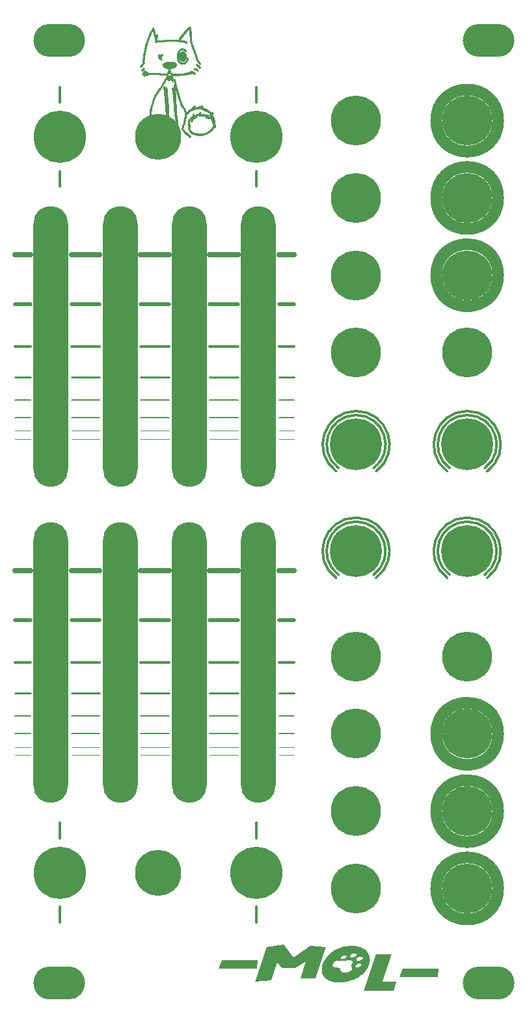
<source format=gbr>
%TF.GenerationSoftware,KiCad,Pcbnew,7.0.1-0*%
%TF.CreationDate,2024-01-08T18:47:45+13:00*%
%TF.ProjectId,MOL-panel,4d4f4c2d-7061-46e6-956c-2e6b69636164,rev?*%
%TF.SameCoordinates,Original*%
%TF.FileFunction,Soldermask,Top*%
%TF.FilePolarity,Negative*%
%FSLAX46Y46*%
G04 Gerber Fmt 4.6, Leading zero omitted, Abs format (unit mm)*
G04 Created by KiCad (PCBNEW 7.0.1-0) date 2024-01-08 18:47:45*
%MOMM*%
%LPD*%
G01*
G04 APERTURE LIST*
%ADD10C,0.264583*%
%ADD11C,0.026458*%
%ADD12C,0.300000*%
%ADD13C,1.500000*%
%ADD14C,0.700000*%
%ADD15C,0.500000*%
%ADD16C,0.350000*%
%ADD17C,0.250000*%
%ADD18C,0.200000*%
%ADD19C,0.150000*%
%ADD20C,0.100000*%
%ADD21C,6.000000*%
%ADD22C,6.500000*%
%ADD23C,6.750000*%
%ADD24C,6.800000*%
%ADD25O,6.715000X4.302000*%
%ADD26O,4.500000X36.500000*%
G04 APERTURE END LIST*
D10*
X220252542Y-40804123D02*
X220263444Y-40814357D01*
X220267462Y-40818353D01*
X220265754Y-40816982D01*
X220259476Y-40811115D01*
X220249785Y-40801623D01*
X220249395Y-40801241D01*
X220252542Y-40804123D01*
G36*
X220252542Y-40804123D02*
G01*
X220263444Y-40814357D01*
X220267462Y-40818353D01*
X220265754Y-40816982D01*
X220259476Y-40811115D01*
X220249785Y-40801623D01*
X220249395Y-40801241D01*
X220252542Y-40804123D01*
G37*
X220199254Y-40751619D02*
X220226579Y-40778903D01*
X220249395Y-40801241D01*
X220233602Y-40786779D01*
X220205465Y-40761455D01*
X220166976Y-40727278D01*
X220166932Y-40727139D01*
X220166899Y-40726838D01*
X220166863Y-40725847D01*
X220166858Y-40724496D01*
X220166876Y-40722977D01*
X220166938Y-40720208D01*
X220166976Y-40719077D01*
X220199254Y-40751619D01*
G36*
X220199254Y-40751619D02*
G01*
X220226579Y-40778903D01*
X220249395Y-40801241D01*
X220233602Y-40786779D01*
X220205465Y-40761455D01*
X220166976Y-40727278D01*
X220166932Y-40727139D01*
X220166899Y-40726838D01*
X220166863Y-40725847D01*
X220166858Y-40724496D01*
X220166876Y-40722977D01*
X220166938Y-40720208D01*
X220166976Y-40719077D01*
X220199254Y-40751619D01*
G37*
X217092970Y-41553367D02*
X217076574Y-41565112D01*
X217033511Y-41595374D01*
X217012982Y-41609376D01*
X216992456Y-41623059D01*
X216951326Y-41649778D01*
X216868148Y-41702796D01*
X217091456Y-41554099D01*
X217095131Y-41551694D01*
X217092970Y-41553367D01*
G36*
X217092970Y-41553367D02*
G01*
X217076574Y-41565112D01*
X217033511Y-41595374D01*
X217012982Y-41609376D01*
X216992456Y-41623059D01*
X216951326Y-41649778D01*
X216868148Y-41702796D01*
X217091456Y-41554099D01*
X217095131Y-41551694D01*
X217092970Y-41553367D01*
G37*
D11*
X219420199Y-31237844D02*
X219442507Y-31239319D01*
X219464657Y-31241966D01*
X219486615Y-31245757D01*
X219508346Y-31250663D01*
X219529816Y-31256655D01*
X219550991Y-31263706D01*
X219571836Y-31271787D01*
X219592318Y-31280868D01*
X219612402Y-31290922D01*
X219632053Y-31301920D01*
X219651238Y-31313833D01*
X219669923Y-31326633D01*
X219688072Y-31340291D01*
X219705652Y-31354779D01*
X219722629Y-31370068D01*
X219738968Y-31386130D01*
X219754635Y-31402936D01*
X219769596Y-31420457D01*
X219783816Y-31438666D01*
X219797262Y-31457533D01*
X219809899Y-31477030D01*
X219821692Y-31497128D01*
X219836603Y-31525492D01*
X219850309Y-31554855D01*
X219862786Y-31585127D01*
X219874005Y-31616217D01*
X219883940Y-31648033D01*
X219892565Y-31680483D01*
X219899851Y-31713477D01*
X219905773Y-31746924D01*
X219910304Y-31780732D01*
X219913416Y-31814810D01*
X219915084Y-31849066D01*
X219915279Y-31883410D01*
X219913975Y-31917750D01*
X219911146Y-31951996D01*
X219906765Y-31986055D01*
X219900804Y-32019836D01*
X219893237Y-32053249D01*
X219884038Y-32086201D01*
X219873178Y-32118603D01*
X219860632Y-32150362D01*
X219846372Y-32181387D01*
X219830372Y-32211588D01*
X219812604Y-32240872D01*
X219793043Y-32269149D01*
X219771661Y-32296327D01*
X219748431Y-32322315D01*
X219723327Y-32347022D01*
X219696321Y-32370357D01*
X219667387Y-32392228D01*
X219636498Y-32412544D01*
X219603627Y-32431215D01*
X219568747Y-32448147D01*
X219549238Y-32455667D01*
X219528681Y-32461329D01*
X219507178Y-32465167D01*
X219484830Y-32467215D01*
X219461740Y-32467509D01*
X219438010Y-32466083D01*
X219413742Y-32462972D01*
X219389038Y-32458209D01*
X219364000Y-32451831D01*
X219338730Y-32443871D01*
X219313329Y-32434364D01*
X219287901Y-32423345D01*
X219262546Y-32410848D01*
X219237368Y-32396907D01*
X219212468Y-32381559D01*
X219187948Y-32364836D01*
X219163910Y-32346774D01*
X219140456Y-32327408D01*
X219117689Y-32306771D01*
X219095710Y-32284899D01*
X219074620Y-32261826D01*
X219054524Y-32237587D01*
X219035521Y-32212216D01*
X219017715Y-32185748D01*
X219001208Y-32158217D01*
X218986100Y-32129659D01*
X218972496Y-32100108D01*
X218960495Y-32069598D01*
X218950201Y-32038164D01*
X218941716Y-32005840D01*
X218935141Y-31972662D01*
X218930579Y-31938664D01*
X218926419Y-31885228D01*
X218924965Y-31833100D01*
X218926227Y-31782375D01*
X218927882Y-31757569D01*
X218930221Y-31733149D01*
X218933247Y-31709127D01*
X218936959Y-31685515D01*
X218941362Y-31662326D01*
X218946455Y-31639570D01*
X218952241Y-31617261D01*
X218958721Y-31595408D01*
X218965896Y-31574026D01*
X218973770Y-31553125D01*
X218982342Y-31532716D01*
X218991616Y-31512813D01*
X219001592Y-31493427D01*
X219012272Y-31474570D01*
X219023658Y-31456254D01*
X219035751Y-31438490D01*
X219048553Y-31421290D01*
X219062066Y-31404667D01*
X219076291Y-31388632D01*
X219091231Y-31373197D01*
X219106886Y-31358373D01*
X219123258Y-31344174D01*
X219140349Y-31330610D01*
X219158161Y-31317693D01*
X219176694Y-31305436D01*
X219195952Y-31293851D01*
X219217958Y-31282033D01*
X219240149Y-31271672D01*
X219262489Y-31262741D01*
X219284946Y-31255211D01*
X219307484Y-31249053D01*
X219330069Y-31244238D01*
X219352668Y-31240738D01*
X219375245Y-31238525D01*
X219397767Y-31237570D01*
X219420199Y-31237844D01*
G36*
X219420199Y-31237844D02*
G01*
X219442507Y-31239319D01*
X219464657Y-31241966D01*
X219486615Y-31245757D01*
X219508346Y-31250663D01*
X219529816Y-31256655D01*
X219550991Y-31263706D01*
X219571836Y-31271787D01*
X219592318Y-31280868D01*
X219612402Y-31290922D01*
X219632053Y-31301920D01*
X219651238Y-31313833D01*
X219669923Y-31326633D01*
X219688072Y-31340291D01*
X219705652Y-31354779D01*
X219722629Y-31370068D01*
X219738968Y-31386130D01*
X219754635Y-31402936D01*
X219769596Y-31420457D01*
X219783816Y-31438666D01*
X219797262Y-31457533D01*
X219809899Y-31477030D01*
X219821692Y-31497128D01*
X219836603Y-31525492D01*
X219850309Y-31554855D01*
X219862786Y-31585127D01*
X219874005Y-31616217D01*
X219883940Y-31648033D01*
X219892565Y-31680483D01*
X219899851Y-31713477D01*
X219905773Y-31746924D01*
X219910304Y-31780732D01*
X219913416Y-31814810D01*
X219915084Y-31849066D01*
X219915279Y-31883410D01*
X219913975Y-31917750D01*
X219911146Y-31951996D01*
X219906765Y-31986055D01*
X219900804Y-32019836D01*
X219893237Y-32053249D01*
X219884038Y-32086201D01*
X219873178Y-32118603D01*
X219860632Y-32150362D01*
X219846372Y-32181387D01*
X219830372Y-32211588D01*
X219812604Y-32240872D01*
X219793043Y-32269149D01*
X219771661Y-32296327D01*
X219748431Y-32322315D01*
X219723327Y-32347022D01*
X219696321Y-32370357D01*
X219667387Y-32392228D01*
X219636498Y-32412544D01*
X219603627Y-32431215D01*
X219568747Y-32448147D01*
X219549238Y-32455667D01*
X219528681Y-32461329D01*
X219507178Y-32465167D01*
X219484830Y-32467215D01*
X219461740Y-32467509D01*
X219438010Y-32466083D01*
X219413742Y-32462972D01*
X219389038Y-32458209D01*
X219364000Y-32451831D01*
X219338730Y-32443871D01*
X219313329Y-32434364D01*
X219287901Y-32423345D01*
X219262546Y-32410848D01*
X219237368Y-32396907D01*
X219212468Y-32381559D01*
X219187948Y-32364836D01*
X219163910Y-32346774D01*
X219140456Y-32327408D01*
X219117689Y-32306771D01*
X219095710Y-32284899D01*
X219074620Y-32261826D01*
X219054524Y-32237587D01*
X219035521Y-32212216D01*
X219017715Y-32185748D01*
X219001208Y-32158217D01*
X218986100Y-32129659D01*
X218972496Y-32100108D01*
X218960495Y-32069598D01*
X218950201Y-32038164D01*
X218941716Y-32005840D01*
X218935141Y-31972662D01*
X218930579Y-31938664D01*
X218926419Y-31885228D01*
X218924965Y-31833100D01*
X218926227Y-31782375D01*
X218927882Y-31757569D01*
X218930221Y-31733149D01*
X218933247Y-31709127D01*
X218936959Y-31685515D01*
X218941362Y-31662326D01*
X218946455Y-31639570D01*
X218952241Y-31617261D01*
X218958721Y-31595408D01*
X218965896Y-31574026D01*
X218973770Y-31553125D01*
X218982342Y-31532716D01*
X218991616Y-31512813D01*
X219001592Y-31493427D01*
X219012272Y-31474570D01*
X219023658Y-31456254D01*
X219035751Y-31438490D01*
X219048553Y-31421290D01*
X219062066Y-31404667D01*
X219076291Y-31388632D01*
X219091231Y-31373197D01*
X219106886Y-31358373D01*
X219123258Y-31344174D01*
X219140349Y-31330610D01*
X219158161Y-31317693D01*
X219176694Y-31305436D01*
X219195952Y-31293851D01*
X219217958Y-31282033D01*
X219240149Y-31271672D01*
X219262489Y-31262741D01*
X219284946Y-31255211D01*
X219307484Y-31249053D01*
X219330069Y-31244238D01*
X219352668Y-31240738D01*
X219375245Y-31238525D01*
X219397767Y-31237570D01*
X219420199Y-31237844D01*
G37*
D10*
X223056047Y-39285243D02*
X223067917Y-39313874D01*
X223081554Y-39343935D01*
X223088491Y-39357694D01*
X223095216Y-39369642D01*
X223101511Y-39379056D01*
X223104430Y-39382587D01*
X223107160Y-39385214D01*
X223109673Y-39386845D01*
X223111943Y-39387391D01*
X223113942Y-39386762D01*
X223115644Y-39384867D01*
X223117020Y-39381615D01*
X223118044Y-39376917D01*
X223118688Y-39370681D01*
X223118926Y-39362818D01*
X223138604Y-39463665D01*
X223160554Y-39563861D01*
X223184519Y-39663499D01*
X223210242Y-39762671D01*
X223237465Y-39861472D01*
X223265932Y-39959993D01*
X223325568Y-40156569D01*
X223044577Y-39255398D01*
X223056047Y-39285243D01*
G36*
X223056047Y-39285243D02*
G01*
X223067917Y-39313874D01*
X223081554Y-39343935D01*
X223088491Y-39357694D01*
X223095216Y-39369642D01*
X223101511Y-39379056D01*
X223104430Y-39382587D01*
X223107160Y-39385214D01*
X223109673Y-39386845D01*
X223111943Y-39387391D01*
X223113942Y-39386762D01*
X223115644Y-39384867D01*
X223117020Y-39381615D01*
X223118044Y-39376917D01*
X223118688Y-39370681D01*
X223118926Y-39362818D01*
X223138604Y-39463665D01*
X223160554Y-39563861D01*
X223184519Y-39663499D01*
X223210242Y-39762671D01*
X223237465Y-39861472D01*
X223265932Y-39959993D01*
X223325568Y-40156569D01*
X223044577Y-39255398D01*
X223056047Y-39285243D01*
G37*
X217688690Y-33342767D02*
X217689312Y-33342825D01*
X217689977Y-33342917D01*
X217691376Y-33343163D01*
X217692758Y-33343425D01*
X217693404Y-33343537D01*
X217693998Y-33343624D01*
X217694525Y-33343676D01*
X217694968Y-33343682D01*
X217701003Y-33426680D01*
X217712294Y-33528226D01*
X217720158Y-33583641D01*
X217729631Y-33640919D01*
X217740815Y-33699134D01*
X217753806Y-33757361D01*
X217768704Y-33814676D01*
X217785608Y-33870153D01*
X217804616Y-33922868D01*
X217825828Y-33971897D01*
X217849341Y-34016313D01*
X217861992Y-34036502D01*
X217875256Y-34055192D01*
X217889145Y-34072266D01*
X217903670Y-34087610D01*
X217918846Y-34101106D01*
X217934684Y-34112641D01*
X217952155Y-34123311D01*
X217970359Y-34133143D01*
X218008786Y-34150427D01*
X218049612Y-34164759D01*
X218092483Y-34176406D01*
X218137043Y-34185633D01*
X218182938Y-34192706D01*
X218229815Y-34197893D01*
X218277320Y-34201458D01*
X218325097Y-34203669D01*
X218372792Y-34204791D01*
X218466523Y-34204836D01*
X218637419Y-34203578D01*
X218775155Y-34203274D01*
X218912472Y-34198928D01*
X219049423Y-34191017D01*
X219186059Y-34180017D01*
X219458599Y-34150653D01*
X219730509Y-34114645D01*
X220274115Y-34037932D01*
X220546649Y-34004845D01*
X220820227Y-33980349D01*
X220820437Y-33980355D01*
X220820620Y-33980395D01*
X220820777Y-33980467D01*
X220820911Y-33980571D01*
X220821022Y-33980704D01*
X220821111Y-33980864D01*
X220821181Y-33981050D01*
X220821232Y-33981259D01*
X220821265Y-33981490D01*
X220821282Y-33981741D01*
X220821273Y-33982295D01*
X220821216Y-33982908D01*
X220821120Y-33983563D01*
X220820855Y-33984945D01*
X220820562Y-33986324D01*
X220820325Y-33987583D01*
X220820253Y-33988131D01*
X220820227Y-33988604D01*
X220746249Y-33991140D01*
X220672165Y-33995535D01*
X220523780Y-34009203D01*
X220375270Y-34028201D01*
X220226835Y-34051124D01*
X219637809Y-34153967D01*
X219528949Y-34170460D01*
X219420685Y-34184982D01*
X219312769Y-34197492D01*
X219204951Y-34207947D01*
X219096985Y-34216304D01*
X218988622Y-34222522D01*
X218879614Y-34226557D01*
X218769713Y-34228367D01*
X218570852Y-34231178D01*
X218453907Y-34230828D01*
X218332751Y-34226562D01*
X218272344Y-34222317D01*
X218212984Y-34216321D01*
X218155371Y-34208316D01*
X218100206Y-34198044D01*
X218048187Y-34185249D01*
X218000016Y-34169673D01*
X217956391Y-34151059D01*
X217936503Y-34140532D01*
X217918013Y-34129149D01*
X217901500Y-34116875D01*
X217885782Y-34102691D01*
X217870838Y-34086708D01*
X217856650Y-34069038D01*
X217843197Y-34049793D01*
X217830461Y-34029086D01*
X217807059Y-33983728D01*
X217786288Y-33933861D01*
X217767991Y-33880379D01*
X217752013Y-33824178D01*
X217738197Y-33766152D01*
X217726387Y-33707197D01*
X217716427Y-33648208D01*
X217701431Y-33533708D01*
X217691961Y-33429812D01*
X217686766Y-33343682D01*
X217686761Y-33343494D01*
X217686792Y-33343330D01*
X217686859Y-33343189D01*
X217686958Y-33343071D01*
X217687087Y-33342973D01*
X217687246Y-33342895D01*
X217687431Y-33342835D01*
X217687641Y-33342792D01*
X217688128Y-33342753D01*
X217688690Y-33342767D01*
G36*
X217688690Y-33342767D02*
G01*
X217689312Y-33342825D01*
X217689977Y-33342917D01*
X217691376Y-33343163D01*
X217692758Y-33343425D01*
X217693404Y-33343537D01*
X217693998Y-33343624D01*
X217694525Y-33343676D01*
X217694968Y-33343682D01*
X217701003Y-33426680D01*
X217712294Y-33528226D01*
X217720158Y-33583641D01*
X217729631Y-33640919D01*
X217740815Y-33699134D01*
X217753806Y-33757361D01*
X217768704Y-33814676D01*
X217785608Y-33870153D01*
X217804616Y-33922868D01*
X217825828Y-33971897D01*
X217849341Y-34016313D01*
X217861992Y-34036502D01*
X217875256Y-34055192D01*
X217889145Y-34072266D01*
X217903670Y-34087610D01*
X217918846Y-34101106D01*
X217934684Y-34112641D01*
X217952155Y-34123311D01*
X217970359Y-34133143D01*
X218008786Y-34150427D01*
X218049612Y-34164759D01*
X218092483Y-34176406D01*
X218137043Y-34185633D01*
X218182938Y-34192706D01*
X218229815Y-34197893D01*
X218277320Y-34201458D01*
X218325097Y-34203669D01*
X218372792Y-34204791D01*
X218466523Y-34204836D01*
X218637419Y-34203578D01*
X218775155Y-34203274D01*
X218912472Y-34198928D01*
X219049423Y-34191017D01*
X219186059Y-34180017D01*
X219458599Y-34150653D01*
X219730509Y-34114645D01*
X220274115Y-34037932D01*
X220546649Y-34004845D01*
X220820227Y-33980349D01*
X220820437Y-33980355D01*
X220820620Y-33980395D01*
X220820777Y-33980467D01*
X220820911Y-33980571D01*
X220821022Y-33980704D01*
X220821111Y-33980864D01*
X220821181Y-33981050D01*
X220821232Y-33981259D01*
X220821265Y-33981490D01*
X220821282Y-33981741D01*
X220821273Y-33982295D01*
X220821216Y-33982908D01*
X220821120Y-33983563D01*
X220820855Y-33984945D01*
X220820562Y-33986324D01*
X220820325Y-33987583D01*
X220820253Y-33988131D01*
X220820227Y-33988604D01*
X220746249Y-33991140D01*
X220672165Y-33995535D01*
X220523780Y-34009203D01*
X220375270Y-34028201D01*
X220226835Y-34051124D01*
X219637809Y-34153967D01*
X219528949Y-34170460D01*
X219420685Y-34184982D01*
X219312769Y-34197492D01*
X219204951Y-34207947D01*
X219096985Y-34216304D01*
X218988622Y-34222522D01*
X218879614Y-34226557D01*
X218769713Y-34228367D01*
X218570852Y-34231178D01*
X218453907Y-34230828D01*
X218332751Y-34226562D01*
X218272344Y-34222317D01*
X218212984Y-34216321D01*
X218155371Y-34208316D01*
X218100206Y-34198044D01*
X218048187Y-34185249D01*
X218000016Y-34169673D01*
X217956391Y-34151059D01*
X217936503Y-34140532D01*
X217918013Y-34129149D01*
X217901500Y-34116875D01*
X217885782Y-34102691D01*
X217870838Y-34086708D01*
X217856650Y-34069038D01*
X217843197Y-34049793D01*
X217830461Y-34029086D01*
X217807059Y-33983728D01*
X217786288Y-33933861D01*
X217767991Y-33880379D01*
X217752013Y-33824178D01*
X217738197Y-33766152D01*
X217726387Y-33707197D01*
X217716427Y-33648208D01*
X217701431Y-33533708D01*
X217691961Y-33429812D01*
X217686766Y-33343682D01*
X217686761Y-33343494D01*
X217686792Y-33343330D01*
X217686859Y-33343189D01*
X217686958Y-33343071D01*
X217687087Y-33342973D01*
X217687246Y-33342895D01*
X217687431Y-33342835D01*
X217687641Y-33342792D01*
X217688128Y-33342753D01*
X217688690Y-33342767D01*
G37*
X219798879Y-39580236D02*
X219797206Y-39599712D01*
X219794974Y-39619200D01*
X219797232Y-39599058D01*
X219798882Y-39580178D01*
X219798879Y-39580236D01*
G36*
X219798879Y-39580236D02*
G01*
X219797206Y-39599712D01*
X219794974Y-39619200D01*
X219797232Y-39599058D01*
X219798882Y-39580178D01*
X219798879Y-39580236D01*
G37*
X219798977Y-39579097D02*
X219798882Y-39580178D01*
X219799237Y-39574271D01*
X219798977Y-39579097D01*
G36*
X219798977Y-39579097D02*
G01*
X219798882Y-39580178D01*
X219799237Y-39574271D01*
X219798977Y-39579097D01*
G37*
X219800050Y-39560766D02*
X219799237Y-39574271D01*
X219800232Y-39555851D01*
X219800050Y-39560766D01*
G36*
X219800050Y-39560766D02*
G01*
X219799237Y-39574271D01*
X219800232Y-39555851D01*
X219800050Y-39560766D01*
G37*
X219801220Y-39461775D02*
X219801737Y-39500576D01*
X219801110Y-39539620D01*
X219800232Y-39555851D01*
X219800775Y-39541294D01*
X219801109Y-39502321D01*
X219800327Y-39463263D01*
X219797202Y-39384686D01*
X219795753Y-39345062D01*
X219794974Y-39305142D01*
X219801220Y-39461775D01*
G36*
X219801220Y-39461775D02*
G01*
X219801737Y-39500576D01*
X219801110Y-39539620D01*
X219800232Y-39555851D01*
X219800775Y-39541294D01*
X219801109Y-39502321D01*
X219800327Y-39463263D01*
X219797202Y-39384686D01*
X219795753Y-39345062D01*
X219794974Y-39305142D01*
X219801220Y-39461775D01*
G37*
X221622184Y-39305142D02*
X221622319Y-39305005D01*
X221622381Y-39304892D01*
X221622376Y-39304800D01*
X221622307Y-39304729D01*
X221622179Y-39304677D01*
X221621998Y-39304643D01*
X221621494Y-39304620D01*
X221620832Y-39304651D01*
X221620050Y-39304722D01*
X221618277Y-39304942D01*
X221616480Y-39305187D01*
X221614963Y-39305364D01*
X221614404Y-39305398D01*
X221614029Y-39305380D01*
X221613922Y-39305348D01*
X221613876Y-39305299D01*
X221613894Y-39305230D01*
X221613982Y-39305142D01*
X221612070Y-39306889D01*
X221610108Y-39308565D01*
X221608103Y-39310180D01*
X221606060Y-39311743D01*
X221601889Y-39314754D01*
X221597643Y-39317676D01*
X221593372Y-39320585D01*
X221589126Y-39323559D01*
X221587028Y-39325094D01*
X221584955Y-39326675D01*
X221582913Y-39328311D01*
X221580908Y-39330012D01*
X221578080Y-39332424D01*
X221575158Y-39334710D01*
X221572155Y-39336887D01*
X221569085Y-39338971D01*
X221565958Y-39340979D01*
X221562788Y-39342927D01*
X221556367Y-39346713D01*
X221549920Y-39350462D01*
X221543549Y-39354307D01*
X221540421Y-39356307D01*
X221537350Y-39358381D01*
X221534347Y-39360546D01*
X221531424Y-39362818D01*
X221523494Y-39367941D01*
X221516132Y-39372531D01*
X221509280Y-39376645D01*
X221502882Y-39380340D01*
X221496879Y-39383671D01*
X221491213Y-39386697D01*
X221480663Y-39392056D01*
X221461072Y-39401590D01*
X221451107Y-39406670D01*
X221445880Y-39409486D01*
X221440413Y-39412562D01*
X221448677Y-39407730D01*
X221456711Y-39402867D01*
X221472173Y-39393094D01*
X221486952Y-39383340D01*
X221501203Y-39373701D01*
X221528745Y-39355151D01*
X221542344Y-39346433D01*
X221556037Y-39338214D01*
X221641663Y-39272639D01*
X221709825Y-39220210D01*
X221771140Y-39172850D01*
X221622184Y-39305142D01*
G36*
X221622184Y-39305142D02*
G01*
X221622319Y-39305005D01*
X221622381Y-39304892D01*
X221622376Y-39304800D01*
X221622307Y-39304729D01*
X221622179Y-39304677D01*
X221621998Y-39304643D01*
X221621494Y-39304620D01*
X221620832Y-39304651D01*
X221620050Y-39304722D01*
X221618277Y-39304942D01*
X221616480Y-39305187D01*
X221614963Y-39305364D01*
X221614404Y-39305398D01*
X221614029Y-39305380D01*
X221613922Y-39305348D01*
X221613876Y-39305299D01*
X221613894Y-39305230D01*
X221613982Y-39305142D01*
X221612070Y-39306889D01*
X221610108Y-39308565D01*
X221608103Y-39310180D01*
X221606060Y-39311743D01*
X221601889Y-39314754D01*
X221597643Y-39317676D01*
X221593372Y-39320585D01*
X221589126Y-39323559D01*
X221587028Y-39325094D01*
X221584955Y-39326675D01*
X221582913Y-39328311D01*
X221580908Y-39330012D01*
X221578080Y-39332424D01*
X221575158Y-39334710D01*
X221572155Y-39336887D01*
X221569085Y-39338971D01*
X221565958Y-39340979D01*
X221562788Y-39342927D01*
X221556367Y-39346713D01*
X221549920Y-39350462D01*
X221543549Y-39354307D01*
X221540421Y-39356307D01*
X221537350Y-39358381D01*
X221534347Y-39360546D01*
X221531424Y-39362818D01*
X221523494Y-39367941D01*
X221516132Y-39372531D01*
X221509280Y-39376645D01*
X221502882Y-39380340D01*
X221496879Y-39383671D01*
X221491213Y-39386697D01*
X221480663Y-39392056D01*
X221461072Y-39401590D01*
X221451107Y-39406670D01*
X221445880Y-39409486D01*
X221440413Y-39412562D01*
X221448677Y-39407730D01*
X221456711Y-39402867D01*
X221472173Y-39393094D01*
X221486952Y-39383340D01*
X221501203Y-39373701D01*
X221528745Y-39355151D01*
X221542344Y-39346433D01*
X221556037Y-39338214D01*
X221641663Y-39272639D01*
X221709825Y-39220210D01*
X221771140Y-39172850D01*
X221622184Y-39305142D01*
G37*
X216245562Y-41192339D02*
X216361415Y-41256551D01*
X216479370Y-41317005D01*
X216599164Y-41373919D01*
X216720533Y-41427508D01*
X216843214Y-41477990D01*
X216966943Y-41525583D01*
X217091456Y-41570502D01*
X216966596Y-41525495D01*
X216842620Y-41478287D01*
X216719790Y-41428437D01*
X216598372Y-41375505D01*
X216478627Y-41319051D01*
X216360821Y-41258634D01*
X216245216Y-41193814D01*
X216188321Y-41159616D01*
X216132075Y-41124152D01*
X216245562Y-41192339D01*
G36*
X216245562Y-41192339D02*
G01*
X216361415Y-41256551D01*
X216479370Y-41317005D01*
X216599164Y-41373919D01*
X216720533Y-41427508D01*
X216843214Y-41477990D01*
X216966943Y-41525583D01*
X217091456Y-41570502D01*
X216966596Y-41525495D01*
X216842620Y-41478287D01*
X216719790Y-41428437D01*
X216598372Y-41375505D01*
X216478627Y-41319051D01*
X216360821Y-41258634D01*
X216245216Y-41193814D01*
X216188321Y-41159616D01*
X216132075Y-41124152D01*
X216245562Y-41192339D01*
G37*
X219080253Y-31063352D02*
X219053312Y-31090676D01*
X219027786Y-31118797D01*
X219003647Y-31147681D01*
X218980864Y-31177293D01*
X218959408Y-31207598D01*
X218939249Y-31238563D01*
X218920356Y-31270152D01*
X218902701Y-31302332D01*
X218886254Y-31335067D01*
X218870983Y-31368323D01*
X218856860Y-31402065D01*
X218843855Y-31436259D01*
X218831938Y-31470871D01*
X218821079Y-31505866D01*
X218811248Y-31541209D01*
X218827582Y-31479781D01*
X218836624Y-31449376D01*
X218846323Y-31419215D01*
X218856734Y-31389324D01*
X218867915Y-31359734D01*
X218879921Y-31330470D01*
X218892807Y-31301561D01*
X218906629Y-31273036D01*
X218921444Y-31244922D01*
X218937306Y-31217248D01*
X218954273Y-31190040D01*
X218972399Y-31163328D01*
X218991740Y-31137139D01*
X219012353Y-31111501D01*
X219034293Y-31086442D01*
X219036741Y-31083850D01*
X219039174Y-31081425D01*
X219041593Y-31079158D01*
X219043998Y-31077037D01*
X219048771Y-31073198D01*
X219053498Y-31069828D01*
X219058185Y-31066847D01*
X219062838Y-31064175D01*
X219067460Y-31061732D01*
X219072059Y-31059438D01*
X219081207Y-31054977D01*
X219085767Y-31052651D01*
X219090324Y-31050154D01*
X219094885Y-31047406D01*
X219099454Y-31044328D01*
X219104038Y-31040839D01*
X219106337Y-31038916D01*
X219108641Y-31036860D01*
X219080253Y-31063352D01*
G36*
X219080253Y-31063352D02*
G01*
X219053312Y-31090676D01*
X219027786Y-31118797D01*
X219003647Y-31147681D01*
X218980864Y-31177293D01*
X218959408Y-31207598D01*
X218939249Y-31238563D01*
X218920356Y-31270152D01*
X218902701Y-31302332D01*
X218886254Y-31335067D01*
X218870983Y-31368323D01*
X218856860Y-31402065D01*
X218843855Y-31436259D01*
X218831938Y-31470871D01*
X218821079Y-31505866D01*
X218811248Y-31541209D01*
X218827582Y-31479781D01*
X218836624Y-31449376D01*
X218846323Y-31419215D01*
X218856734Y-31389324D01*
X218867915Y-31359734D01*
X218879921Y-31330470D01*
X218892807Y-31301561D01*
X218906629Y-31273036D01*
X218921444Y-31244922D01*
X218937306Y-31217248D01*
X218954273Y-31190040D01*
X218972399Y-31163328D01*
X218991740Y-31137139D01*
X219012353Y-31111501D01*
X219034293Y-31086442D01*
X219036741Y-31083850D01*
X219039174Y-31081425D01*
X219041593Y-31079158D01*
X219043998Y-31077037D01*
X219048771Y-31073198D01*
X219053498Y-31069828D01*
X219058185Y-31066847D01*
X219062838Y-31064175D01*
X219067460Y-31061732D01*
X219072059Y-31059438D01*
X219081207Y-31054977D01*
X219085767Y-31052651D01*
X219090324Y-31050154D01*
X219094885Y-31047406D01*
X219099454Y-31044328D01*
X219104038Y-31040839D01*
X219106337Y-31038916D01*
X219108641Y-31036860D01*
X219080253Y-31063352D01*
G37*
X217479865Y-37874804D02*
X217525502Y-38802487D01*
X217559009Y-39730492D01*
X217612158Y-41587172D01*
X217612137Y-41587263D01*
X217612075Y-41587338D01*
X217611975Y-41587397D01*
X217611839Y-41587443D01*
X217611470Y-41587497D01*
X217610989Y-41587506D01*
X217610416Y-41587481D01*
X217609772Y-41587427D01*
X217608355Y-41587271D01*
X217606900Y-41587102D01*
X217606209Y-41587033D01*
X217605572Y-41586986D01*
X217605006Y-41586968D01*
X217604535Y-41586988D01*
X217604340Y-41587014D01*
X217604177Y-41587053D01*
X217604047Y-41587105D01*
X217603953Y-41587172D01*
X217533145Y-39560597D01*
X217488948Y-38547954D01*
X217430388Y-37535607D01*
X217380845Y-36716028D01*
X217368700Y-36540823D01*
X217479865Y-37874804D01*
G36*
X217479865Y-37874804D02*
G01*
X217525502Y-38802487D01*
X217559009Y-39730492D01*
X217612158Y-41587172D01*
X217612137Y-41587263D01*
X217612075Y-41587338D01*
X217611975Y-41587397D01*
X217611839Y-41587443D01*
X217611470Y-41587497D01*
X217610989Y-41587506D01*
X217610416Y-41587481D01*
X217609772Y-41587427D01*
X217608355Y-41587271D01*
X217606900Y-41587102D01*
X217606209Y-41587033D01*
X217605572Y-41586986D01*
X217605006Y-41586968D01*
X217604535Y-41586988D01*
X217604340Y-41587014D01*
X217604177Y-41587053D01*
X217604047Y-41587105D01*
X217603953Y-41587172D01*
X217533145Y-39560597D01*
X217488948Y-38547954D01*
X217430388Y-37535607D01*
X217380845Y-36716028D01*
X217368700Y-36540823D01*
X217479865Y-37874804D01*
G37*
X217350022Y-36306251D02*
X217366631Y-36510970D01*
X217368700Y-36540823D01*
X217343903Y-36243265D01*
X217350022Y-36306251D01*
G36*
X217350022Y-36306251D02*
G01*
X217366631Y-36510970D01*
X217368700Y-36540823D01*
X217343903Y-36243265D01*
X217350022Y-36306251D01*
G37*
X217343903Y-36243265D02*
X217330189Y-36102070D01*
X217306300Y-35898631D01*
X217306294Y-35898398D01*
X217306325Y-35898146D01*
X217306390Y-35897878D01*
X217306489Y-35897594D01*
X217306618Y-35897298D01*
X217306776Y-35896989D01*
X217307170Y-35896344D01*
X217307657Y-35895673D01*
X217308218Y-35894989D01*
X217308840Y-35894305D01*
X217309505Y-35893637D01*
X217310199Y-35892996D01*
X217310904Y-35892396D01*
X217311606Y-35891851D01*
X217312288Y-35891376D01*
X217312934Y-35890982D01*
X217313529Y-35890684D01*
X217313802Y-35890575D01*
X217314057Y-35890495D01*
X217314291Y-35890446D01*
X217314501Y-35890429D01*
X217343903Y-36243265D01*
G36*
X217343903Y-36243265D02*
G01*
X217330189Y-36102070D01*
X217306300Y-35898631D01*
X217306294Y-35898398D01*
X217306325Y-35898146D01*
X217306390Y-35897878D01*
X217306489Y-35897594D01*
X217306618Y-35897298D01*
X217306776Y-35896989D01*
X217307170Y-35896344D01*
X217307657Y-35895673D01*
X217308218Y-35894989D01*
X217308840Y-35894305D01*
X217309505Y-35893637D01*
X217310199Y-35892996D01*
X217310904Y-35892396D01*
X217311606Y-35891851D01*
X217312288Y-35891376D01*
X217312934Y-35890982D01*
X217313529Y-35890684D01*
X217313802Y-35890575D01*
X217314057Y-35890495D01*
X217314291Y-35890446D01*
X217314501Y-35890429D01*
X217343903Y-36243265D01*
G37*
X223267844Y-41307993D02*
X223250494Y-41328692D01*
X223232578Y-41348806D01*
X223214131Y-41368384D01*
X223195190Y-41387474D01*
X223175792Y-41406125D01*
X223155973Y-41424387D01*
X223115218Y-41459935D01*
X223073216Y-41494510D01*
X223030259Y-41528501D01*
X222986640Y-41562300D01*
X223071279Y-41493915D01*
X223113448Y-41459098D01*
X223154780Y-41423395D01*
X223174960Y-41405101D01*
X223194723Y-41386452D01*
X223214001Y-41367404D01*
X223232725Y-41347914D01*
X223250825Y-41327937D01*
X223268233Y-41307429D01*
X223277354Y-41295877D01*
X223267844Y-41307993D01*
G36*
X223267844Y-41307993D02*
G01*
X223250494Y-41328692D01*
X223232578Y-41348806D01*
X223214131Y-41368384D01*
X223195190Y-41387474D01*
X223175792Y-41406125D01*
X223155973Y-41424387D01*
X223115218Y-41459935D01*
X223073216Y-41494510D01*
X223030259Y-41528501D01*
X222986640Y-41562300D01*
X223071279Y-41493915D01*
X223113448Y-41459098D01*
X223154780Y-41423395D01*
X223174960Y-41405101D01*
X223194723Y-41386452D01*
X223214001Y-41367404D01*
X223232725Y-41347914D01*
X223250825Y-41327937D01*
X223268233Y-41307429D01*
X223277354Y-41295877D01*
X223267844Y-41307993D01*
G37*
X223284880Y-41286346D02*
X223277354Y-41295877D01*
X223284590Y-41286659D01*
X223300696Y-41264643D01*
X223284880Y-41286346D01*
G36*
X223284880Y-41286346D02*
G01*
X223277354Y-41295877D01*
X223284590Y-41286659D01*
X223300696Y-41264643D01*
X223284880Y-41286346D01*
G37*
X219623040Y-40428791D02*
X219605002Y-40495768D01*
X219621309Y-40434520D01*
X219630790Y-40401333D01*
X219623040Y-40428791D01*
G36*
X219623040Y-40428791D02*
G01*
X219605002Y-40495768D01*
X219621309Y-40434520D01*
X219630790Y-40401333D01*
X219623040Y-40428791D01*
G37*
X219744346Y-39964198D02*
X219743279Y-39970444D01*
X219741292Y-39983202D01*
X219739353Y-39995861D01*
X219738347Y-40001982D01*
X219737288Y-40007874D01*
X219724191Y-40069295D01*
X219709063Y-40130393D01*
X219692429Y-40191268D01*
X219674813Y-40252019D01*
X219638729Y-40373546D01*
X219630790Y-40401333D01*
X219641909Y-40361942D01*
X219680207Y-40228240D01*
X219698668Y-40161195D01*
X219716024Y-40093893D01*
X219731793Y-40026237D01*
X219745490Y-39958132D01*
X219744346Y-39964198D01*
G36*
X219744346Y-39964198D02*
G01*
X219743279Y-39970444D01*
X219741292Y-39983202D01*
X219739353Y-39995861D01*
X219738347Y-40001982D01*
X219737288Y-40007874D01*
X219724191Y-40069295D01*
X219709063Y-40130393D01*
X219692429Y-40191268D01*
X219674813Y-40252019D01*
X219638729Y-40373546D01*
X219630790Y-40401333D01*
X219641909Y-40361942D01*
X219680207Y-40228240D01*
X219698668Y-40161195D01*
X219716024Y-40093893D01*
X219731793Y-40026237D01*
X219745490Y-39958132D01*
X219744346Y-39964198D01*
G37*
X215561637Y-28283526D02*
X215555349Y-28294877D01*
X215548196Y-28307210D01*
X215532499Y-28333462D01*
X215516951Y-28359550D01*
X215509985Y-28371680D01*
X215503958Y-28382744D01*
X215464386Y-28459268D01*
X215428881Y-28530313D01*
X215354994Y-28680401D01*
X215308996Y-28773584D01*
X215262426Y-28869956D01*
X215216699Y-28966635D01*
X215173228Y-29060740D01*
X215092670Y-29239838D01*
X215053429Y-29330119D01*
X215015138Y-29420871D01*
X214977987Y-29512082D01*
X214942170Y-29603739D01*
X214907878Y-29695831D01*
X214875304Y-29788344D01*
X214897169Y-29721981D01*
X214918110Y-29655431D01*
X214959576Y-29522271D01*
X214981280Y-29455908D01*
X215004416Y-29389856D01*
X215029573Y-29324237D01*
X215043094Y-29291629D01*
X215057341Y-29259177D01*
X215103326Y-29158263D01*
X215150773Y-29055829D01*
X215199062Y-28953786D01*
X215247573Y-28854048D01*
X215291177Y-28766664D01*
X215333466Y-28683738D01*
X215421141Y-28515036D01*
X215430055Y-28498380D01*
X215439270Y-28481812D01*
X215458217Y-28448831D01*
X215477213Y-28415879D01*
X215486489Y-28399348D01*
X215495490Y-28382744D01*
X215553435Y-28275244D01*
X215553746Y-28274766D01*
X215554132Y-28274289D01*
X215555117Y-28273327D01*
X215556366Y-28272329D01*
X215557859Y-28271264D01*
X215561481Y-28268810D01*
X215563567Y-28267361D01*
X215565805Y-28265723D01*
X215568173Y-28263866D01*
X215570649Y-28261759D01*
X215573210Y-28259372D01*
X215575834Y-28256674D01*
X215578499Y-28253636D01*
X215581181Y-28250226D01*
X215582521Y-28248373D01*
X215583858Y-28246415D01*
X215585188Y-28244349D01*
X215586508Y-28242171D01*
X215561637Y-28283526D01*
G36*
X215561637Y-28283526D02*
G01*
X215555349Y-28294877D01*
X215548196Y-28307210D01*
X215532499Y-28333462D01*
X215516951Y-28359550D01*
X215509985Y-28371680D01*
X215503958Y-28382744D01*
X215464386Y-28459268D01*
X215428881Y-28530313D01*
X215354994Y-28680401D01*
X215308996Y-28773584D01*
X215262426Y-28869956D01*
X215216699Y-28966635D01*
X215173228Y-29060740D01*
X215092670Y-29239838D01*
X215053429Y-29330119D01*
X215015138Y-29420871D01*
X214977987Y-29512082D01*
X214942170Y-29603739D01*
X214907878Y-29695831D01*
X214875304Y-29788344D01*
X214897169Y-29721981D01*
X214918110Y-29655431D01*
X214959576Y-29522271D01*
X214981280Y-29455908D01*
X215004416Y-29389856D01*
X215029573Y-29324237D01*
X215043094Y-29291629D01*
X215057341Y-29259177D01*
X215103326Y-29158263D01*
X215150773Y-29055829D01*
X215199062Y-28953786D01*
X215247573Y-28854048D01*
X215291177Y-28766664D01*
X215333466Y-28683738D01*
X215421141Y-28515036D01*
X215430055Y-28498380D01*
X215439270Y-28481812D01*
X215458217Y-28448831D01*
X215477213Y-28415879D01*
X215486489Y-28399348D01*
X215495490Y-28382744D01*
X215553435Y-28275244D01*
X215553746Y-28274766D01*
X215554132Y-28274289D01*
X215555117Y-28273327D01*
X215556366Y-28272329D01*
X215557859Y-28271264D01*
X215561481Y-28268810D01*
X215563567Y-28267361D01*
X215565805Y-28265723D01*
X215568173Y-28263866D01*
X215570649Y-28261759D01*
X215573210Y-28259372D01*
X215575834Y-28256674D01*
X215578499Y-28253636D01*
X215581181Y-28250226D01*
X215582521Y-28248373D01*
X215583858Y-28246415D01*
X215585188Y-28244349D01*
X215586508Y-28242171D01*
X215561637Y-28283526D01*
G37*
X216031547Y-41046361D02*
X216038335Y-41051502D01*
X216051675Y-41062051D01*
X216077872Y-41083636D01*
X216090997Y-41094343D01*
X216104317Y-41104774D01*
X216111092Y-41109835D01*
X216117965Y-41114765D01*
X216124954Y-41119544D01*
X216132075Y-41124152D01*
X216128576Y-41121914D01*
X216125029Y-41119757D01*
X216117819Y-41115635D01*
X216110502Y-41111686D01*
X216103139Y-41107812D01*
X216095787Y-41103914D01*
X216088507Y-41099892D01*
X216084912Y-41097803D01*
X216081358Y-41095646D01*
X216077850Y-41093409D01*
X216074397Y-41091078D01*
X216070490Y-41088244D01*
X216066877Y-41085306D01*
X216063519Y-41082278D01*
X216060374Y-41079176D01*
X216057403Y-41076014D01*
X216054566Y-41072805D01*
X216049129Y-41066307D01*
X216043742Y-41059796D01*
X216040967Y-41056571D01*
X216038083Y-41053387D01*
X216035050Y-41050257D01*
X216031829Y-41047195D01*
X216028378Y-41044216D01*
X216024657Y-41041335D01*
X216031547Y-41046361D01*
G36*
X216031547Y-41046361D02*
G01*
X216038335Y-41051502D01*
X216051675Y-41062051D01*
X216077872Y-41083636D01*
X216090997Y-41094343D01*
X216104317Y-41104774D01*
X216111092Y-41109835D01*
X216117965Y-41114765D01*
X216124954Y-41119544D01*
X216132075Y-41124152D01*
X216128576Y-41121914D01*
X216125029Y-41119757D01*
X216117819Y-41115635D01*
X216110502Y-41111686D01*
X216103139Y-41107812D01*
X216095787Y-41103914D01*
X216088507Y-41099892D01*
X216084912Y-41097803D01*
X216081358Y-41095646D01*
X216077850Y-41093409D01*
X216074397Y-41091078D01*
X216070490Y-41088244D01*
X216066877Y-41085306D01*
X216063519Y-41082278D01*
X216060374Y-41079176D01*
X216057403Y-41076014D01*
X216054566Y-41072805D01*
X216049129Y-41066307D01*
X216043742Y-41059796D01*
X216040967Y-41056571D01*
X216038083Y-41053387D01*
X216035050Y-41050257D01*
X216031829Y-41047195D01*
X216028378Y-41044216D01*
X216024657Y-41041335D01*
X216031547Y-41046361D01*
G37*
X219332170Y-30887492D02*
X219336637Y-30887937D01*
X219341240Y-30888762D01*
X219345955Y-30889902D01*
X219350756Y-30891292D01*
X219360521Y-30894560D01*
X219370335Y-30898044D01*
X219375199Y-30899703D01*
X219380001Y-30901221D01*
X219384716Y-30902532D01*
X219389320Y-30903570D01*
X219393787Y-30904271D01*
X219398093Y-30904568D01*
X219380151Y-30905122D01*
X219362237Y-30906685D01*
X219344339Y-30909262D01*
X219326449Y-30912857D01*
X219308555Y-30917474D01*
X219290648Y-30923116D01*
X219272718Y-30929789D01*
X219254755Y-30937496D01*
X219236748Y-30946241D01*
X219218688Y-30956028D01*
X219200564Y-30966861D01*
X219182367Y-30978745D01*
X219164086Y-30991682D01*
X219145712Y-31005678D01*
X219127234Y-31020736D01*
X219108641Y-31036860D01*
X219162604Y-30987631D01*
X219189282Y-30964396D01*
X219202591Y-30953407D01*
X219215895Y-30942946D01*
X219229209Y-30933094D01*
X219242546Y-30923932D01*
X219255917Y-30915542D01*
X219269336Y-30908004D01*
X219282815Y-30901400D01*
X219296368Y-30895812D01*
X219310007Y-30891319D01*
X219316862Y-30889510D01*
X219323744Y-30888005D01*
X219325779Y-30887681D01*
X219327864Y-30887493D01*
X219329995Y-30887433D01*
X219332170Y-30887492D01*
G36*
X219332170Y-30887492D02*
G01*
X219336637Y-30887937D01*
X219341240Y-30888762D01*
X219345955Y-30889902D01*
X219350756Y-30891292D01*
X219360521Y-30894560D01*
X219370335Y-30898044D01*
X219375199Y-30899703D01*
X219380001Y-30901221D01*
X219384716Y-30902532D01*
X219389320Y-30903570D01*
X219393787Y-30904271D01*
X219398093Y-30904568D01*
X219380151Y-30905122D01*
X219362237Y-30906685D01*
X219344339Y-30909262D01*
X219326449Y-30912857D01*
X219308555Y-30917474D01*
X219290648Y-30923116D01*
X219272718Y-30929789D01*
X219254755Y-30937496D01*
X219236748Y-30946241D01*
X219218688Y-30956028D01*
X219200564Y-30966861D01*
X219182367Y-30978745D01*
X219164086Y-30991682D01*
X219145712Y-31005678D01*
X219127234Y-31020736D01*
X219108641Y-31036860D01*
X219162604Y-30987631D01*
X219189282Y-30964396D01*
X219202591Y-30953407D01*
X219215895Y-30942946D01*
X219229209Y-30933094D01*
X219242546Y-30923932D01*
X219255917Y-30915542D01*
X219269336Y-30908004D01*
X219282815Y-30901400D01*
X219296368Y-30895812D01*
X219310007Y-30891319D01*
X219316862Y-30889510D01*
X219323744Y-30888005D01*
X219325779Y-30887681D01*
X219327864Y-30887493D01*
X219329995Y-30887433D01*
X219332170Y-30887492D01*
G37*
X215583324Y-40617993D02*
X215606101Y-40648735D01*
X215629942Y-40679027D01*
X215654820Y-40708892D01*
X215680708Y-40738348D01*
X215707581Y-40767418D01*
X215735412Y-40796121D01*
X215764175Y-40824477D01*
X215793843Y-40852508D01*
X215824390Y-40880235D01*
X215855790Y-40907676D01*
X215888016Y-40934854D01*
X215954842Y-40988499D01*
X216024657Y-41041335D01*
X216008067Y-41029850D01*
X215991270Y-41018756D01*
X215957234Y-40997420D01*
X215888694Y-40955910D01*
X215854928Y-40934453D01*
X215838333Y-40923268D01*
X215821990Y-40911671D01*
X215805947Y-40899583D01*
X215790249Y-40886924D01*
X215774942Y-40873612D01*
X215760073Y-40859568D01*
X215744572Y-40843700D01*
X215729777Y-40827564D01*
X215715626Y-40811184D01*
X215702055Y-40794584D01*
X215689002Y-40777787D01*
X215676404Y-40760816D01*
X215652322Y-40726450D01*
X215561637Y-40586783D01*
X215583324Y-40617993D01*
G36*
X215583324Y-40617993D02*
G01*
X215606101Y-40648735D01*
X215629942Y-40679027D01*
X215654820Y-40708892D01*
X215680708Y-40738348D01*
X215707581Y-40767418D01*
X215735412Y-40796121D01*
X215764175Y-40824477D01*
X215793843Y-40852508D01*
X215824390Y-40880235D01*
X215855790Y-40907676D01*
X215888016Y-40934854D01*
X215954842Y-40988499D01*
X216024657Y-41041335D01*
X216008067Y-41029850D01*
X215991270Y-41018756D01*
X215957234Y-40997420D01*
X215888694Y-40955910D01*
X215854928Y-40934453D01*
X215838333Y-40923268D01*
X215821990Y-40911671D01*
X215805947Y-40899583D01*
X215790249Y-40886924D01*
X215774942Y-40873612D01*
X215760073Y-40859568D01*
X215744572Y-40843700D01*
X215729777Y-40827564D01*
X215715626Y-40811184D01*
X215702055Y-40794584D01*
X215689002Y-40777787D01*
X215676404Y-40760816D01*
X215652322Y-40726450D01*
X215561637Y-40586783D01*
X215583324Y-40617993D01*
G37*
X223526109Y-40717251D02*
X223526369Y-40717281D01*
X223526919Y-40717389D01*
X223527507Y-40717549D01*
X223528126Y-40717750D01*
X223529439Y-40718219D01*
X223530815Y-40718696D01*
X223531513Y-40718905D01*
X223532210Y-40719077D01*
X223532562Y-40719136D01*
X223532922Y-40719215D01*
X223533288Y-40719313D01*
X223533660Y-40719428D01*
X223534412Y-40719712D01*
X223535167Y-40720059D01*
X223535915Y-40720466D01*
X223536644Y-40720926D01*
X223537342Y-40721435D01*
X223537999Y-40721986D01*
X223538308Y-40722276D01*
X223538603Y-40722574D01*
X223538882Y-40722881D01*
X223539143Y-40723194D01*
X223539386Y-40723515D01*
X223539608Y-40723841D01*
X223539809Y-40724172D01*
X223539986Y-40724508D01*
X223540140Y-40724848D01*
X223540267Y-40725191D01*
X223540367Y-40725537D01*
X223540439Y-40725884D01*
X223540481Y-40726233D01*
X223540491Y-40726582D01*
X223540468Y-40726930D01*
X223540412Y-40727278D01*
X223533804Y-40766325D01*
X223525739Y-40804421D01*
X223516288Y-40841614D01*
X223505525Y-40877952D01*
X223493523Y-40913483D01*
X223480356Y-40948253D01*
X223466096Y-40982311D01*
X223450818Y-41015705D01*
X223434594Y-41048481D01*
X223417497Y-41080688D01*
X223399601Y-41112374D01*
X223380979Y-41143585D01*
X223361704Y-41174370D01*
X223341850Y-41204776D01*
X223300696Y-41264643D01*
X223321070Y-41234539D01*
X223340613Y-41203860D01*
X223359320Y-41172616D01*
X223377186Y-41140815D01*
X223394206Y-41108468D01*
X223410374Y-41075582D01*
X223425685Y-41042167D01*
X223440133Y-41008231D01*
X223453713Y-40973783D01*
X223466419Y-40938833D01*
X223478246Y-40903389D01*
X223489189Y-40867461D01*
X223499242Y-40831056D01*
X223508400Y-40794185D01*
X223516657Y-40756855D01*
X223524008Y-40719077D01*
X223524068Y-40718749D01*
X223524148Y-40718458D01*
X223524246Y-40718202D01*
X223524362Y-40717981D01*
X223524496Y-40717791D01*
X223524646Y-40717633D01*
X223524812Y-40717504D01*
X223524994Y-40717402D01*
X223525190Y-40717326D01*
X223525401Y-40717275D01*
X223525624Y-40717246D01*
X223525861Y-40717239D01*
X223526109Y-40717251D01*
G36*
X223526109Y-40717251D02*
G01*
X223526369Y-40717281D01*
X223526919Y-40717389D01*
X223527507Y-40717549D01*
X223528126Y-40717750D01*
X223529439Y-40718219D01*
X223530815Y-40718696D01*
X223531513Y-40718905D01*
X223532210Y-40719077D01*
X223532562Y-40719136D01*
X223532922Y-40719215D01*
X223533288Y-40719313D01*
X223533660Y-40719428D01*
X223534412Y-40719712D01*
X223535167Y-40720059D01*
X223535915Y-40720466D01*
X223536644Y-40720926D01*
X223537342Y-40721435D01*
X223537999Y-40721986D01*
X223538308Y-40722276D01*
X223538603Y-40722574D01*
X223538882Y-40722881D01*
X223539143Y-40723194D01*
X223539386Y-40723515D01*
X223539608Y-40723841D01*
X223539809Y-40724172D01*
X223539986Y-40724508D01*
X223540140Y-40724848D01*
X223540267Y-40725191D01*
X223540367Y-40725537D01*
X223540439Y-40725884D01*
X223540481Y-40726233D01*
X223540491Y-40726582D01*
X223540468Y-40726930D01*
X223540412Y-40727278D01*
X223533804Y-40766325D01*
X223525739Y-40804421D01*
X223516288Y-40841614D01*
X223505525Y-40877952D01*
X223493523Y-40913483D01*
X223480356Y-40948253D01*
X223466096Y-40982311D01*
X223450818Y-41015705D01*
X223434594Y-41048481D01*
X223417497Y-41080688D01*
X223399601Y-41112374D01*
X223380979Y-41143585D01*
X223361704Y-41174370D01*
X223341850Y-41204776D01*
X223300696Y-41264643D01*
X223321070Y-41234539D01*
X223340613Y-41203860D01*
X223359320Y-41172616D01*
X223377186Y-41140815D01*
X223394206Y-41108468D01*
X223410374Y-41075582D01*
X223425685Y-41042167D01*
X223440133Y-41008231D01*
X223453713Y-40973783D01*
X223466419Y-40938833D01*
X223478246Y-40903389D01*
X223489189Y-40867461D01*
X223499242Y-40831056D01*
X223508400Y-40794185D01*
X223516657Y-40756855D01*
X223524008Y-40719077D01*
X223524068Y-40718749D01*
X223524148Y-40718458D01*
X223524246Y-40718202D01*
X223524362Y-40717981D01*
X223524496Y-40717791D01*
X223524646Y-40717633D01*
X223524812Y-40717504D01*
X223524994Y-40717402D01*
X223525190Y-40717326D01*
X223525401Y-40717275D01*
X223525624Y-40717246D01*
X223525861Y-40717239D01*
X223526109Y-40717251D01*
G37*
X218355641Y-34864578D02*
X218355851Y-34864599D01*
X218356032Y-34864632D01*
X218356183Y-34864678D01*
X218356301Y-34864737D01*
X218356384Y-34864812D01*
X218356429Y-34864903D01*
X218455426Y-35305394D01*
X218560488Y-35744850D01*
X218673339Y-36182433D01*
X218795703Y-36617306D01*
X218929303Y-37048632D01*
X219075864Y-37475573D01*
X219237109Y-37897293D01*
X219323777Y-38105934D01*
X219414763Y-38312955D01*
X219414815Y-38313139D01*
X219414822Y-38313343D01*
X219414788Y-38313566D01*
X219414715Y-38313806D01*
X219414604Y-38314061D01*
X219414460Y-38314330D01*
X219414283Y-38314612D01*
X219414077Y-38314905D01*
X219413586Y-38315517D01*
X219413006Y-38316153D01*
X219412356Y-38316802D01*
X219411655Y-38317452D01*
X219410924Y-38318088D01*
X219410181Y-38318700D01*
X219409445Y-38319275D01*
X219408737Y-38319800D01*
X219408075Y-38320263D01*
X219407479Y-38320652D01*
X219406968Y-38320954D01*
X219406562Y-38321156D01*
X219224980Y-37906553D01*
X219060000Y-37485097D01*
X218910360Y-37057726D01*
X218774804Y-36625375D01*
X218652071Y-36188981D01*
X218540903Y-35749480D01*
X218440042Y-35307808D01*
X218348227Y-34864903D01*
X218348320Y-34864970D01*
X218348447Y-34865022D01*
X218348607Y-34865061D01*
X218348796Y-34865088D01*
X218349256Y-34865108D01*
X218349806Y-34865090D01*
X218350427Y-34865042D01*
X218351101Y-34864973D01*
X218352525Y-34864804D01*
X218353926Y-34864648D01*
X218354568Y-34864594D01*
X218355146Y-34864568D01*
X218355641Y-34864578D01*
G36*
X218355641Y-34864578D02*
G01*
X218355851Y-34864599D01*
X218356032Y-34864632D01*
X218356183Y-34864678D01*
X218356301Y-34864737D01*
X218356384Y-34864812D01*
X218356429Y-34864903D01*
X218455426Y-35305394D01*
X218560488Y-35744850D01*
X218673339Y-36182433D01*
X218795703Y-36617306D01*
X218929303Y-37048632D01*
X219075864Y-37475573D01*
X219237109Y-37897293D01*
X219323777Y-38105934D01*
X219414763Y-38312955D01*
X219414815Y-38313139D01*
X219414822Y-38313343D01*
X219414788Y-38313566D01*
X219414715Y-38313806D01*
X219414604Y-38314061D01*
X219414460Y-38314330D01*
X219414283Y-38314612D01*
X219414077Y-38314905D01*
X219413586Y-38315517D01*
X219413006Y-38316153D01*
X219412356Y-38316802D01*
X219411655Y-38317452D01*
X219410924Y-38318088D01*
X219410181Y-38318700D01*
X219409445Y-38319275D01*
X219408737Y-38319800D01*
X219408075Y-38320263D01*
X219407479Y-38320652D01*
X219406968Y-38320954D01*
X219406562Y-38321156D01*
X219224980Y-37906553D01*
X219060000Y-37485097D01*
X218910360Y-37057726D01*
X218774804Y-36625375D01*
X218652071Y-36188981D01*
X218540903Y-35749480D01*
X218440042Y-35307808D01*
X218348227Y-34864903D01*
X218348320Y-34864970D01*
X218348447Y-34865022D01*
X218348607Y-34865061D01*
X218348796Y-34865088D01*
X218349256Y-34865108D01*
X218349806Y-34865090D01*
X218350427Y-34865042D01*
X218351101Y-34864973D01*
X218352525Y-34864804D01*
X218353926Y-34864648D01*
X218354568Y-34864594D01*
X218355146Y-34864568D01*
X218355641Y-34864578D01*
G37*
X214367931Y-33423343D02*
X214287633Y-33512324D01*
X214147700Y-33666129D01*
X214162510Y-33646509D01*
X214176156Y-33627405D01*
X214183163Y-33617110D01*
X214189770Y-33606922D01*
X214195584Y-33597293D01*
X214200210Y-33588675D01*
X214203257Y-33581518D01*
X214203613Y-33580242D01*
X214212674Y-33572662D01*
X214224124Y-33562593D01*
X214235412Y-33552219D01*
X214246551Y-33541579D01*
X214257554Y-33530712D01*
X214279200Y-33508452D01*
X214362807Y-33418110D01*
X214362944Y-33417989D01*
X214363103Y-33417890D01*
X214363285Y-33417814D01*
X214363486Y-33417758D01*
X214363707Y-33417720D01*
X214363944Y-33417700D01*
X214364196Y-33417695D01*
X214364463Y-33417705D01*
X214365032Y-33417759D01*
X214365638Y-33417852D01*
X214366911Y-33418100D01*
X214368184Y-33418349D01*
X214368790Y-33418443D01*
X214369359Y-33418500D01*
X214369877Y-33418508D01*
X214370114Y-33418489D01*
X214370334Y-33418454D01*
X214370536Y-33418400D01*
X214370717Y-33418325D01*
X214370876Y-33418230D01*
X214371012Y-33418110D01*
X214383066Y-33405955D01*
X214367931Y-33423343D01*
G36*
X214367931Y-33423343D02*
G01*
X214287633Y-33512324D01*
X214147700Y-33666129D01*
X214162510Y-33646509D01*
X214176156Y-33627405D01*
X214183163Y-33617110D01*
X214189770Y-33606922D01*
X214195584Y-33597293D01*
X214200210Y-33588675D01*
X214203257Y-33581518D01*
X214203613Y-33580242D01*
X214212674Y-33572662D01*
X214224124Y-33562593D01*
X214235412Y-33552219D01*
X214246551Y-33541579D01*
X214257554Y-33530712D01*
X214279200Y-33508452D01*
X214362807Y-33418110D01*
X214362944Y-33417989D01*
X214363103Y-33417890D01*
X214363285Y-33417814D01*
X214363486Y-33417758D01*
X214363707Y-33417720D01*
X214363944Y-33417700D01*
X214364196Y-33417695D01*
X214364463Y-33417705D01*
X214365032Y-33417759D01*
X214365638Y-33417852D01*
X214366911Y-33418100D01*
X214368184Y-33418349D01*
X214368790Y-33418443D01*
X214369359Y-33418500D01*
X214369877Y-33418508D01*
X214370114Y-33418489D01*
X214370334Y-33418454D01*
X214370536Y-33418400D01*
X214370717Y-33418325D01*
X214370876Y-33418230D01*
X214371012Y-33418110D01*
X214383066Y-33405955D01*
X214367931Y-33423343D01*
G37*
X214203039Y-33573398D02*
X214204006Y-33574513D01*
X214204331Y-33576275D01*
X214204065Y-33578629D01*
X214203613Y-33580242D01*
X214201051Y-33582387D01*
X214189242Y-33591729D01*
X214187311Y-33593125D01*
X214185818Y-33594040D01*
X214184744Y-33594497D01*
X214184065Y-33594522D01*
X214183761Y-33594138D01*
X214183810Y-33593370D01*
X214184190Y-33592240D01*
X214184881Y-33590775D01*
X214187107Y-33586930D01*
X214190317Y-33582029D01*
X214195593Y-33574613D01*
X214195807Y-33574505D01*
X214198989Y-33573338D01*
X214201384Y-33572988D01*
X214203039Y-33573398D01*
G36*
X214203039Y-33573398D02*
G01*
X214204006Y-33574513D01*
X214204331Y-33576275D01*
X214204065Y-33578629D01*
X214203613Y-33580242D01*
X214201051Y-33582387D01*
X214189242Y-33591729D01*
X214187311Y-33593125D01*
X214185818Y-33594040D01*
X214184744Y-33594497D01*
X214184065Y-33594522D01*
X214183761Y-33594138D01*
X214183810Y-33593370D01*
X214184190Y-33592240D01*
X214184881Y-33590775D01*
X214187107Y-33586930D01*
X214190317Y-33582029D01*
X214195593Y-33574613D01*
X214195807Y-33574505D01*
X214198989Y-33573338D01*
X214201384Y-33572988D01*
X214203039Y-33573398D01*
G37*
X214275591Y-33467244D02*
X214269304Y-33475500D01*
X214263094Y-33483849D01*
X214238723Y-33517329D01*
X214198999Y-33569828D01*
X214195593Y-33574613D01*
X214191787Y-33576546D01*
X214186881Y-33579518D01*
X214181040Y-33583476D01*
X214177501Y-33585659D01*
X214176390Y-33586076D01*
X214175690Y-33586073D01*
X214175376Y-33585674D01*
X214175426Y-33584901D01*
X214176530Y-33582326D01*
X214178820Y-33578534D01*
X214182114Y-33573708D01*
X214190994Y-33561689D01*
X214212851Y-33533337D01*
X214222932Y-33519949D01*
X214227127Y-33514095D01*
X214230517Y-33509047D01*
X214231918Y-33506938D01*
X214233388Y-33504886D01*
X214236522Y-33500934D01*
X214239884Y-33497163D01*
X214243439Y-33493543D01*
X214247153Y-33490045D01*
X214250989Y-33486639D01*
X214258893Y-33479987D01*
X214266871Y-33473350D01*
X214270800Y-33469964D01*
X214274644Y-33466494D01*
X214278366Y-33462911D01*
X214281880Y-33459238D01*
X214275591Y-33467244D01*
G36*
X214275591Y-33467244D02*
G01*
X214269304Y-33475500D01*
X214263094Y-33483849D01*
X214238723Y-33517329D01*
X214198999Y-33569828D01*
X214195593Y-33574613D01*
X214191787Y-33576546D01*
X214186881Y-33579518D01*
X214181040Y-33583476D01*
X214177501Y-33585659D01*
X214176390Y-33586076D01*
X214175690Y-33586073D01*
X214175376Y-33585674D01*
X214175426Y-33584901D01*
X214176530Y-33582326D01*
X214178820Y-33578534D01*
X214182114Y-33573708D01*
X214190994Y-33561689D01*
X214212851Y-33533337D01*
X214222932Y-33519949D01*
X214227127Y-33514095D01*
X214230517Y-33509047D01*
X214231918Y-33506938D01*
X214233388Y-33504886D01*
X214236522Y-33500934D01*
X214239884Y-33497163D01*
X214243439Y-33493543D01*
X214247153Y-33490045D01*
X214250989Y-33486639D01*
X214258893Y-33479987D01*
X214266871Y-33473350D01*
X214270800Y-33469964D01*
X214274644Y-33466494D01*
X214278366Y-33462911D01*
X214281880Y-33459238D01*
X214275591Y-33467244D01*
G37*
X214285309Y-33455285D02*
X214281933Y-33459184D01*
X214281880Y-33459238D01*
X214281970Y-33459125D01*
X214288459Y-33451184D01*
X214285309Y-33455285D01*
G36*
X214285309Y-33455285D02*
G01*
X214281933Y-33459184D01*
X214281880Y-33459238D01*
X214281970Y-33459125D01*
X214288459Y-33451184D01*
X214285309Y-33455285D01*
G37*
X215646118Y-28389561D02*
X215647934Y-28396341D01*
X215651925Y-28409811D01*
X215656264Y-28423195D01*
X215660789Y-28436535D01*
X215669752Y-28463239D01*
X215673867Y-28476684D01*
X215677523Y-28490246D01*
X215720948Y-28664391D01*
X215744013Y-28751643D01*
X215756068Y-28794811D01*
X215768542Y-28837483D01*
X215878441Y-29212980D01*
X215931618Y-29400828D01*
X215983382Y-29589905D01*
X215944193Y-29498225D01*
X215908198Y-29406074D01*
X215875118Y-29313349D01*
X215844673Y-29219946D01*
X215816584Y-29125761D01*
X215790573Y-29030691D01*
X215766360Y-28934633D01*
X215743666Y-28837483D01*
X215677523Y-28556391D01*
X215644450Y-28382744D01*
X215646118Y-28389561D01*
G36*
X215646118Y-28389561D02*
G01*
X215647934Y-28396341D01*
X215651925Y-28409811D01*
X215656264Y-28423195D01*
X215660789Y-28436535D01*
X215669752Y-28463239D01*
X215673867Y-28476684D01*
X215677523Y-28490246D01*
X215720948Y-28664391D01*
X215744013Y-28751643D01*
X215756068Y-28794811D01*
X215768542Y-28837483D01*
X215878441Y-29212980D01*
X215931618Y-29400828D01*
X215983382Y-29589905D01*
X215944193Y-29498225D01*
X215908198Y-29406074D01*
X215875118Y-29313349D01*
X215844673Y-29219946D01*
X215816584Y-29125761D01*
X215790573Y-29030691D01*
X215766360Y-28934633D01*
X215743666Y-28837483D01*
X215677523Y-28556391D01*
X215644450Y-28382744D01*
X215646118Y-28389561D01*
G37*
X214474863Y-34255525D02*
X214473791Y-34255996D01*
X214473161Y-34256035D01*
X214473004Y-34255900D01*
X214472949Y-34255666D01*
X214473049Y-34255245D01*
X214473260Y-34255299D01*
X214474527Y-34255072D01*
X214476243Y-34254376D01*
X214478430Y-34253188D01*
X214474863Y-34255525D01*
G36*
X214474863Y-34255525D02*
G01*
X214473791Y-34255996D01*
X214473161Y-34256035D01*
X214473004Y-34255900D01*
X214472949Y-34255666D01*
X214473049Y-34255245D01*
X214473260Y-34255299D01*
X214474527Y-34255072D01*
X214476243Y-34254376D01*
X214478430Y-34253188D01*
X214474863Y-34255525D01*
G37*
X214802651Y-33902345D02*
X214802892Y-33902622D01*
X214802859Y-33903106D01*
X214802537Y-33903809D01*
X214801909Y-33904744D01*
X214800959Y-33905921D01*
X214800959Y-33914204D01*
X214769892Y-33949256D01*
X214741466Y-33981072D01*
X214715665Y-34009712D01*
X214692469Y-34035238D01*
X214671860Y-34057710D01*
X214653821Y-34077191D01*
X214638333Y-34093741D01*
X214625377Y-34107421D01*
X214606991Y-34126418D01*
X214601524Y-34131856D01*
X214598517Y-34134669D01*
X214597931Y-34135111D01*
X214597866Y-34135093D01*
X214597952Y-34134919D01*
X214599810Y-34132666D01*
X214604074Y-34127971D01*
X214610724Y-34120896D01*
X214633256Y-34096845D01*
X214655446Y-34072473D01*
X214677352Y-34047832D01*
X214699027Y-34022976D01*
X214741914Y-33972830D01*
X214784552Y-33922457D01*
X214777414Y-33927631D01*
X214770941Y-33932409D01*
X214764934Y-33936988D01*
X214759189Y-33941564D01*
X214753507Y-33946336D01*
X214747685Y-33951498D01*
X214741522Y-33957249D01*
X214734816Y-33963786D01*
X214696624Y-34002339D01*
X214659077Y-34041011D01*
X214640561Y-34060563D01*
X214622224Y-34080348D01*
X214604074Y-34100437D01*
X214586116Y-34120896D01*
X214560950Y-34149564D01*
X214554789Y-34156643D01*
X214548650Y-34163826D01*
X214542517Y-34171185D01*
X214536376Y-34178788D01*
X214527495Y-34189500D01*
X214515974Y-34202876D01*
X214491231Y-34231484D01*
X214481115Y-34243650D01*
X214477300Y-34248527D01*
X214474574Y-34252345D01*
X214473129Y-34254911D01*
X214473049Y-34255245D01*
X214472418Y-34255084D01*
X214471979Y-34254450D01*
X214471919Y-34253422D01*
X214472215Y-34252027D01*
X214472846Y-34250288D01*
X214475014Y-34245881D01*
X214478240Y-34240400D01*
X214482340Y-34234045D01*
X214487129Y-34227017D01*
X214528174Y-34170504D01*
X214546415Y-34144059D01*
X214565101Y-34117635D01*
X214584357Y-34091458D01*
X214604308Y-34065749D01*
X214614583Y-34053140D01*
X214625078Y-34040732D01*
X214635808Y-34028553D01*
X214646789Y-34016631D01*
X214658038Y-34004993D01*
X214669568Y-33993668D01*
X214681396Y-33982684D01*
X214693537Y-33972067D01*
X214701735Y-33965183D01*
X214708917Y-33959303D01*
X214715453Y-33954169D01*
X214721716Y-33949524D01*
X214728078Y-33945114D01*
X214734911Y-33940679D01*
X214742587Y-33935964D01*
X214751479Y-33930712D01*
X214767471Y-33921013D01*
X214777135Y-33915172D01*
X214786539Y-33909665D01*
X214790821Y-33907271D01*
X214794652Y-33905241D01*
X214797904Y-33903667D01*
X214800446Y-33902644D01*
X214801412Y-33902368D01*
X214802152Y-33902264D01*
X214802651Y-33902345D01*
G36*
X214802651Y-33902345D02*
G01*
X214802892Y-33902622D01*
X214802859Y-33903106D01*
X214802537Y-33903809D01*
X214801909Y-33904744D01*
X214800959Y-33905921D01*
X214800959Y-33914204D01*
X214769892Y-33949256D01*
X214741466Y-33981072D01*
X214715665Y-34009712D01*
X214692469Y-34035238D01*
X214671860Y-34057710D01*
X214653821Y-34077191D01*
X214638333Y-34093741D01*
X214625377Y-34107421D01*
X214606991Y-34126418D01*
X214601524Y-34131856D01*
X214598517Y-34134669D01*
X214597931Y-34135111D01*
X214597866Y-34135093D01*
X214597952Y-34134919D01*
X214599810Y-34132666D01*
X214604074Y-34127971D01*
X214610724Y-34120896D01*
X214633256Y-34096845D01*
X214655446Y-34072473D01*
X214677352Y-34047832D01*
X214699027Y-34022976D01*
X214741914Y-33972830D01*
X214784552Y-33922457D01*
X214777414Y-33927631D01*
X214770941Y-33932409D01*
X214764934Y-33936988D01*
X214759189Y-33941564D01*
X214753507Y-33946336D01*
X214747685Y-33951498D01*
X214741522Y-33957249D01*
X214734816Y-33963786D01*
X214696624Y-34002339D01*
X214659077Y-34041011D01*
X214640561Y-34060563D01*
X214622224Y-34080348D01*
X214604074Y-34100437D01*
X214586116Y-34120896D01*
X214560950Y-34149564D01*
X214554789Y-34156643D01*
X214548650Y-34163826D01*
X214542517Y-34171185D01*
X214536376Y-34178788D01*
X214527495Y-34189500D01*
X214515974Y-34202876D01*
X214491231Y-34231484D01*
X214481115Y-34243650D01*
X214477300Y-34248527D01*
X214474574Y-34252345D01*
X214473129Y-34254911D01*
X214473049Y-34255245D01*
X214472418Y-34255084D01*
X214471979Y-34254450D01*
X214471919Y-34253422D01*
X214472215Y-34252027D01*
X214472846Y-34250288D01*
X214475014Y-34245881D01*
X214478240Y-34240400D01*
X214482340Y-34234045D01*
X214487129Y-34227017D01*
X214528174Y-34170504D01*
X214546415Y-34144059D01*
X214565101Y-34117635D01*
X214584357Y-34091458D01*
X214604308Y-34065749D01*
X214614583Y-34053140D01*
X214625078Y-34040732D01*
X214635808Y-34028553D01*
X214646789Y-34016631D01*
X214658038Y-34004993D01*
X214669568Y-33993668D01*
X214681396Y-33982684D01*
X214693537Y-33972067D01*
X214701735Y-33965183D01*
X214708917Y-33959303D01*
X214715453Y-33954169D01*
X214721716Y-33949524D01*
X214728078Y-33945114D01*
X214734911Y-33940679D01*
X214742587Y-33935964D01*
X214751479Y-33930712D01*
X214767471Y-33921013D01*
X214777135Y-33915172D01*
X214786539Y-33909665D01*
X214790821Y-33907271D01*
X214794652Y-33905241D01*
X214797904Y-33903667D01*
X214800446Y-33902644D01*
X214801412Y-33902368D01*
X214802152Y-33902264D01*
X214802651Y-33902345D01*
G37*
X218388275Y-35525439D02*
X218388514Y-35525469D01*
X218388731Y-35525514D01*
X218388925Y-35525576D01*
X218389094Y-35525656D01*
X218389236Y-35525754D01*
X218389350Y-35525873D01*
X218389433Y-35526013D01*
X218389485Y-35526176D01*
X218389502Y-35526362D01*
X218402451Y-36243859D01*
X218428595Y-36961628D01*
X218466149Y-37679050D01*
X218513327Y-38395503D01*
X218497190Y-38203332D01*
X218478669Y-38011262D01*
X218460941Y-37819092D01*
X218453366Y-37722908D01*
X218447180Y-37626624D01*
X218423825Y-37101968D01*
X218408156Y-36576593D01*
X218381034Y-35526362D01*
X218381521Y-35526339D01*
X218382081Y-35526275D01*
X218382699Y-35526181D01*
X218383361Y-35526064D01*
X218384759Y-35525804D01*
X218385467Y-35525678D01*
X218386161Y-35525568D01*
X218386827Y-35525483D01*
X218387450Y-35525432D01*
X218388018Y-35525424D01*
X218388275Y-35525439D01*
G36*
X218388275Y-35525439D02*
G01*
X218388514Y-35525469D01*
X218388731Y-35525514D01*
X218388925Y-35525576D01*
X218389094Y-35525656D01*
X218389236Y-35525754D01*
X218389350Y-35525873D01*
X218389433Y-35526013D01*
X218389485Y-35526176D01*
X218389502Y-35526362D01*
X218402451Y-36243859D01*
X218428595Y-36961628D01*
X218466149Y-37679050D01*
X218513327Y-38395503D01*
X218497190Y-38203332D01*
X218478669Y-38011262D01*
X218460941Y-37819092D01*
X218453366Y-37722908D01*
X218447180Y-37626624D01*
X218423825Y-37101968D01*
X218408156Y-36576593D01*
X218381034Y-35526362D01*
X218381521Y-35526339D01*
X218382081Y-35526275D01*
X218382699Y-35526181D01*
X218383361Y-35526064D01*
X218384759Y-35525804D01*
X218385467Y-35525678D01*
X218386161Y-35525568D01*
X218386827Y-35525483D01*
X218387450Y-35525432D01*
X218388018Y-35525424D01*
X218388275Y-35525439D01*
G37*
X220414284Y-28043263D02*
X220414773Y-28043435D01*
X220415152Y-28043734D01*
X220417250Y-28046845D01*
X220418912Y-28050868D01*
X220420187Y-28055785D01*
X220421122Y-28061576D01*
X220421766Y-28068223D01*
X220422166Y-28075709D01*
X220422429Y-28093119D01*
X220422147Y-28137184D01*
X220422372Y-28163543D01*
X220423354Y-28192589D01*
X220440024Y-28432355D01*
X220451865Y-28651496D01*
X220464896Y-28870556D01*
X220495718Y-29371297D01*
X220514675Y-29621867D01*
X220526103Y-29746695D01*
X220539237Y-29871026D01*
X220547965Y-29935539D01*
X220559298Y-29999509D01*
X220572991Y-30062981D01*
X220588795Y-30126000D01*
X220606465Y-30188611D01*
X220625752Y-30250858D01*
X220668194Y-30374441D01*
X220714144Y-30497110D01*
X220761629Y-30619222D01*
X220808673Y-30741136D01*
X220853301Y-30863213D01*
X221011063Y-31321895D01*
X221167624Y-31780972D01*
X221188149Y-31845036D01*
X221207396Y-31911834D01*
X221245282Y-32049357D01*
X221265533Y-32117940D01*
X221287731Y-32184978D01*
X221299812Y-32217584D01*
X221312683Y-32249401D01*
X221326442Y-32280298D01*
X221341193Y-32310139D01*
X221358836Y-32342302D01*
X221377728Y-32373796D01*
X221397717Y-32404701D01*
X221418652Y-32435100D01*
X221440381Y-32465071D01*
X221462752Y-32494697D01*
X221508811Y-32553236D01*
X221601944Y-32669720D01*
X221624553Y-32699189D01*
X221646589Y-32728959D01*
X221667898Y-32759111D01*
X221688330Y-32789725D01*
X221666838Y-32759801D01*
X221644352Y-32730381D01*
X221621050Y-32701370D01*
X221597109Y-32672674D01*
X221498521Y-32559143D01*
X221450022Y-32501806D01*
X221426594Y-32472663D01*
X221403952Y-32443078D01*
X221382272Y-32412955D01*
X221361733Y-32382202D01*
X221342513Y-32350722D01*
X221324790Y-32318421D01*
X221314944Y-32298213D01*
X221305891Y-32277350D01*
X221297551Y-32255917D01*
X221289842Y-32233995D01*
X221282684Y-32211666D01*
X221275995Y-32189015D01*
X221263702Y-32143072D01*
X221241185Y-32050945D01*
X221229666Y-32006082D01*
X221217108Y-31962903D01*
X221137859Y-31719834D01*
X221055212Y-31478063D01*
X220886374Y-30995505D01*
X220835982Y-30857639D01*
X220782090Y-30719428D01*
X220727150Y-30580661D01*
X220673615Y-30441124D01*
X220623938Y-30300604D01*
X220601312Y-30229910D01*
X220580570Y-30158890D01*
X220562019Y-30087518D01*
X220545965Y-30015768D01*
X220532714Y-29943613D01*
X220522574Y-29871026D01*
X220510546Y-29761699D01*
X220499721Y-29652287D01*
X220480837Y-29433246D01*
X220448226Y-28994593D01*
X220415152Y-28539826D01*
X220398749Y-28341389D01*
X220398420Y-28336233D01*
X220398216Y-28331073D01*
X220398115Y-28320744D01*
X220398306Y-28310405D01*
X220398649Y-28300063D01*
X220399005Y-28289720D01*
X220399233Y-28279382D01*
X220399194Y-28269053D01*
X220399031Y-28263892D01*
X220398749Y-28258736D01*
X220397918Y-28250090D01*
X220396867Y-28241762D01*
X220394415Y-28225642D01*
X220393169Y-28217639D01*
X220392012Y-28209532D01*
X220391024Y-28201218D01*
X220390280Y-28192589D01*
X220382079Y-28093371D01*
X220359336Y-28111792D01*
X220336273Y-28130203D01*
X220313360Y-28148797D01*
X220302107Y-28158224D01*
X220291068Y-28167771D01*
X220285539Y-28172784D01*
X220280151Y-28177839D01*
X220269721Y-28188057D01*
X220259620Y-28198388D01*
X220249689Y-28208795D01*
X220229706Y-28229691D01*
X220219339Y-28240107D01*
X220208510Y-28250453D01*
X220166675Y-28289262D01*
X220125037Y-28328220D01*
X220083794Y-28367565D01*
X220063382Y-28387458D01*
X220043143Y-28407536D01*
X219998374Y-28452707D01*
X219953965Y-28498297D01*
X219909927Y-28544288D01*
X219866273Y-28590661D01*
X219823016Y-28637399D01*
X219780168Y-28684483D01*
X219737744Y-28731896D01*
X219695754Y-28779620D01*
X219606623Y-28883881D01*
X219519844Y-28989344D01*
X219435161Y-29096016D01*
X219352320Y-29203906D01*
X219271068Y-29313021D01*
X219191149Y-29423369D01*
X219112309Y-29534958D01*
X219034293Y-29647797D01*
X219034137Y-29648013D01*
X219033965Y-29648211D01*
X219033780Y-29648391D01*
X219033582Y-29648553D01*
X219033372Y-29648699D01*
X219033151Y-29648827D01*
X219032919Y-29648939D01*
X219032677Y-29649036D01*
X219032426Y-29649117D01*
X219032167Y-29649183D01*
X219031901Y-29649235D01*
X219031628Y-29649273D01*
X219031350Y-29649298D01*
X219031067Y-29649309D01*
X219030490Y-29649295D01*
X219029903Y-29649234D01*
X219029314Y-29649129D01*
X219028729Y-29648985D01*
X219028154Y-29648805D01*
X219027596Y-29648593D01*
X219027062Y-29648352D01*
X219026558Y-29648085D01*
X219026091Y-29647797D01*
X219025877Y-29647638D01*
X219025682Y-29647465D01*
X219025504Y-29647278D01*
X219025343Y-29647078D01*
X219025199Y-29646866D01*
X219025071Y-29646642D01*
X219024960Y-29646408D01*
X219024864Y-29646165D01*
X219024783Y-29645912D01*
X219024717Y-29645652D01*
X219024665Y-29645384D01*
X219024627Y-29645109D01*
X219024590Y-29644545D01*
X219024604Y-29643964D01*
X219024663Y-29643373D01*
X219024766Y-29642780D01*
X219024909Y-29642190D01*
X219025087Y-29641609D01*
X219025298Y-29641045D01*
X219025538Y-29640504D01*
X219025804Y-29639992D01*
X219026091Y-29639515D01*
X219141108Y-29459941D01*
X219257466Y-29282304D01*
X219317032Y-29194514D01*
X219377993Y-29107569D01*
X219440703Y-29021592D01*
X219505515Y-28936701D01*
X219545181Y-28886738D01*
X219582779Y-28840522D01*
X219619142Y-28796968D01*
X219655105Y-28754993D01*
X219691502Y-28713512D01*
X219729167Y-28671439D01*
X219811637Y-28581183D01*
X219843417Y-28547165D01*
X219875785Y-28513459D01*
X219908630Y-28480043D01*
X219941844Y-28446897D01*
X220008944Y-28381333D01*
X220076216Y-28316599D01*
X220149876Y-28245529D01*
X220186766Y-28210666D01*
X220205628Y-28193328D01*
X220224921Y-28176024D01*
X220243231Y-28159695D01*
X220261891Y-28142804D01*
X220280651Y-28125986D01*
X220289990Y-28117804D01*
X220299262Y-28109879D01*
X220308162Y-28102540D01*
X220316342Y-28096013D01*
X220323849Y-28090247D01*
X220330731Y-28085188D01*
X220337036Y-28080783D01*
X220342813Y-28076979D01*
X220348109Y-28073722D01*
X220352973Y-28070960D01*
X220357452Y-28068639D01*
X220361595Y-28066707D01*
X220365449Y-28065110D01*
X220369064Y-28063796D01*
X220372486Y-28062710D01*
X220375763Y-28061801D01*
X220382079Y-28060298D01*
X220382722Y-28060111D01*
X220383459Y-28059829D01*
X220385181Y-28059009D01*
X220387193Y-28057895D01*
X220389441Y-28056549D01*
X220399706Y-28050012D01*
X220402321Y-28048386D01*
X220404849Y-28046882D01*
X220407235Y-28045559D01*
X220409426Y-28044477D01*
X220411366Y-28043694D01*
X220412226Y-28043433D01*
X220413004Y-28043270D01*
X220413692Y-28043210D01*
X220414284Y-28043263D01*
G36*
X220414284Y-28043263D02*
G01*
X220414773Y-28043435D01*
X220415152Y-28043734D01*
X220417250Y-28046845D01*
X220418912Y-28050868D01*
X220420187Y-28055785D01*
X220421122Y-28061576D01*
X220421766Y-28068223D01*
X220422166Y-28075709D01*
X220422429Y-28093119D01*
X220422147Y-28137184D01*
X220422372Y-28163543D01*
X220423354Y-28192589D01*
X220440024Y-28432355D01*
X220451865Y-28651496D01*
X220464896Y-28870556D01*
X220495718Y-29371297D01*
X220514675Y-29621867D01*
X220526103Y-29746695D01*
X220539237Y-29871026D01*
X220547965Y-29935539D01*
X220559298Y-29999509D01*
X220572991Y-30062981D01*
X220588795Y-30126000D01*
X220606465Y-30188611D01*
X220625752Y-30250858D01*
X220668194Y-30374441D01*
X220714144Y-30497110D01*
X220761629Y-30619222D01*
X220808673Y-30741136D01*
X220853301Y-30863213D01*
X221011063Y-31321895D01*
X221167624Y-31780972D01*
X221188149Y-31845036D01*
X221207396Y-31911834D01*
X221245282Y-32049357D01*
X221265533Y-32117940D01*
X221287731Y-32184978D01*
X221299812Y-32217584D01*
X221312683Y-32249401D01*
X221326442Y-32280298D01*
X221341193Y-32310139D01*
X221358836Y-32342302D01*
X221377728Y-32373796D01*
X221397717Y-32404701D01*
X221418652Y-32435100D01*
X221440381Y-32465071D01*
X221462752Y-32494697D01*
X221508811Y-32553236D01*
X221601944Y-32669720D01*
X221624553Y-32699189D01*
X221646589Y-32728959D01*
X221667898Y-32759111D01*
X221688330Y-32789725D01*
X221666838Y-32759801D01*
X221644352Y-32730381D01*
X221621050Y-32701370D01*
X221597109Y-32672674D01*
X221498521Y-32559143D01*
X221450022Y-32501806D01*
X221426594Y-32472663D01*
X221403952Y-32443078D01*
X221382272Y-32412955D01*
X221361733Y-32382202D01*
X221342513Y-32350722D01*
X221324790Y-32318421D01*
X221314944Y-32298213D01*
X221305891Y-32277350D01*
X221297551Y-32255917D01*
X221289842Y-32233995D01*
X221282684Y-32211666D01*
X221275995Y-32189015D01*
X221263702Y-32143072D01*
X221241185Y-32050945D01*
X221229666Y-32006082D01*
X221217108Y-31962903D01*
X221137859Y-31719834D01*
X221055212Y-31478063D01*
X220886374Y-30995505D01*
X220835982Y-30857639D01*
X220782090Y-30719428D01*
X220727150Y-30580661D01*
X220673615Y-30441124D01*
X220623938Y-30300604D01*
X220601312Y-30229910D01*
X220580570Y-30158890D01*
X220562019Y-30087518D01*
X220545965Y-30015768D01*
X220532714Y-29943613D01*
X220522574Y-29871026D01*
X220510546Y-29761699D01*
X220499721Y-29652287D01*
X220480837Y-29433246D01*
X220448226Y-28994593D01*
X220415152Y-28539826D01*
X220398749Y-28341389D01*
X220398420Y-28336233D01*
X220398216Y-28331073D01*
X220398115Y-28320744D01*
X220398306Y-28310405D01*
X220398649Y-28300063D01*
X220399005Y-28289720D01*
X220399233Y-28279382D01*
X220399194Y-28269053D01*
X220399031Y-28263892D01*
X220398749Y-28258736D01*
X220397918Y-28250090D01*
X220396867Y-28241762D01*
X220394415Y-28225642D01*
X220393169Y-28217639D01*
X220392012Y-28209532D01*
X220391024Y-28201218D01*
X220390280Y-28192589D01*
X220382079Y-28093371D01*
X220359336Y-28111792D01*
X220336273Y-28130203D01*
X220313360Y-28148797D01*
X220302107Y-28158224D01*
X220291068Y-28167771D01*
X220285539Y-28172784D01*
X220280151Y-28177839D01*
X220269721Y-28188057D01*
X220259620Y-28198388D01*
X220249689Y-28208795D01*
X220229706Y-28229691D01*
X220219339Y-28240107D01*
X220208510Y-28250453D01*
X220166675Y-28289262D01*
X220125037Y-28328220D01*
X220083794Y-28367565D01*
X220063382Y-28387458D01*
X220043143Y-28407536D01*
X219998374Y-28452707D01*
X219953965Y-28498297D01*
X219909927Y-28544288D01*
X219866273Y-28590661D01*
X219823016Y-28637399D01*
X219780168Y-28684483D01*
X219737744Y-28731896D01*
X219695754Y-28779620D01*
X219606623Y-28883881D01*
X219519844Y-28989344D01*
X219435161Y-29096016D01*
X219352320Y-29203906D01*
X219271068Y-29313021D01*
X219191149Y-29423369D01*
X219112309Y-29534958D01*
X219034293Y-29647797D01*
X219034137Y-29648013D01*
X219033965Y-29648211D01*
X219033780Y-29648391D01*
X219033582Y-29648553D01*
X219033372Y-29648699D01*
X219033151Y-29648827D01*
X219032919Y-29648939D01*
X219032677Y-29649036D01*
X219032426Y-29649117D01*
X219032167Y-29649183D01*
X219031901Y-29649235D01*
X219031628Y-29649273D01*
X219031350Y-29649298D01*
X219031067Y-29649309D01*
X219030490Y-29649295D01*
X219029903Y-29649234D01*
X219029314Y-29649129D01*
X219028729Y-29648985D01*
X219028154Y-29648805D01*
X219027596Y-29648593D01*
X219027062Y-29648352D01*
X219026558Y-29648085D01*
X219026091Y-29647797D01*
X219025877Y-29647638D01*
X219025682Y-29647465D01*
X219025504Y-29647278D01*
X219025343Y-29647078D01*
X219025199Y-29646866D01*
X219025071Y-29646642D01*
X219024960Y-29646408D01*
X219024864Y-29646165D01*
X219024783Y-29645912D01*
X219024717Y-29645652D01*
X219024665Y-29645384D01*
X219024627Y-29645109D01*
X219024590Y-29644545D01*
X219024604Y-29643964D01*
X219024663Y-29643373D01*
X219024766Y-29642780D01*
X219024909Y-29642190D01*
X219025087Y-29641609D01*
X219025298Y-29641045D01*
X219025538Y-29640504D01*
X219025804Y-29639992D01*
X219026091Y-29639515D01*
X219141108Y-29459941D01*
X219257466Y-29282304D01*
X219317032Y-29194514D01*
X219377993Y-29107569D01*
X219440703Y-29021592D01*
X219505515Y-28936701D01*
X219545181Y-28886738D01*
X219582779Y-28840522D01*
X219619142Y-28796968D01*
X219655105Y-28754993D01*
X219691502Y-28713512D01*
X219729167Y-28671439D01*
X219811637Y-28581183D01*
X219843417Y-28547165D01*
X219875785Y-28513459D01*
X219908630Y-28480043D01*
X219941844Y-28446897D01*
X220008944Y-28381333D01*
X220076216Y-28316599D01*
X220149876Y-28245529D01*
X220186766Y-28210666D01*
X220205628Y-28193328D01*
X220224921Y-28176024D01*
X220243231Y-28159695D01*
X220261891Y-28142804D01*
X220280651Y-28125986D01*
X220289990Y-28117804D01*
X220299262Y-28109879D01*
X220308162Y-28102540D01*
X220316342Y-28096013D01*
X220323849Y-28090247D01*
X220330731Y-28085188D01*
X220337036Y-28080783D01*
X220342813Y-28076979D01*
X220348109Y-28073722D01*
X220352973Y-28070960D01*
X220357452Y-28068639D01*
X220361595Y-28066707D01*
X220365449Y-28065110D01*
X220369064Y-28063796D01*
X220372486Y-28062710D01*
X220375763Y-28061801D01*
X220382079Y-28060298D01*
X220382722Y-28060111D01*
X220383459Y-28059829D01*
X220385181Y-28059009D01*
X220387193Y-28057895D01*
X220389441Y-28056549D01*
X220399706Y-28050012D01*
X220402321Y-28048386D01*
X220404849Y-28046882D01*
X220407235Y-28045559D01*
X220409426Y-28044477D01*
X220411366Y-28043694D01*
X220412226Y-28043433D01*
X220413004Y-28043270D01*
X220413692Y-28043210D01*
X220414284Y-28043263D01*
G37*
X214341460Y-32758543D02*
X214341516Y-32758741D01*
X214341311Y-32759498D01*
X214340662Y-32760760D01*
X214337939Y-32764906D01*
X214332534Y-32772363D01*
X214326947Y-32779633D01*
X214321194Y-32786736D01*
X214315292Y-32793690D01*
X214309256Y-32800515D01*
X214303103Y-32807229D01*
X214290512Y-32820398D01*
X214277649Y-32833348D01*
X214264642Y-32846228D01*
X214251624Y-32859188D01*
X214238723Y-32872378D01*
X214230517Y-32880662D01*
X214214224Y-32893549D01*
X214198254Y-32906518D01*
X214182556Y-32919608D01*
X214167083Y-32932854D01*
X214151782Y-32946295D01*
X214136607Y-32959968D01*
X214121505Y-32973911D01*
X214106429Y-32988162D01*
X214146277Y-32943953D01*
X214163992Y-32924880D01*
X214181338Y-32906869D01*
X214199143Y-32889199D01*
X214218235Y-32871153D01*
X214239441Y-32852010D01*
X214263591Y-32831051D01*
X214268960Y-32826315D01*
X214275119Y-32820634D01*
X214289048Y-32807321D01*
X214318028Y-32779028D01*
X214330041Y-32767557D01*
X214334764Y-32763258D01*
X214338377Y-32760209D01*
X214340691Y-32758631D01*
X214341302Y-32758461D01*
X214341460Y-32758543D01*
G36*
X214341460Y-32758543D02*
G01*
X214341516Y-32758741D01*
X214341311Y-32759498D01*
X214340662Y-32760760D01*
X214337939Y-32764906D01*
X214332534Y-32772363D01*
X214326947Y-32779633D01*
X214321194Y-32786736D01*
X214315292Y-32793690D01*
X214309256Y-32800515D01*
X214303103Y-32807229D01*
X214290512Y-32820398D01*
X214277649Y-32833348D01*
X214264642Y-32846228D01*
X214251624Y-32859188D01*
X214238723Y-32872378D01*
X214230517Y-32880662D01*
X214214224Y-32893549D01*
X214198254Y-32906518D01*
X214182556Y-32919608D01*
X214167083Y-32932854D01*
X214151782Y-32946295D01*
X214136607Y-32959968D01*
X214121505Y-32973911D01*
X214106429Y-32988162D01*
X214146277Y-32943953D01*
X214163992Y-32924880D01*
X214181338Y-32906869D01*
X214199143Y-32889199D01*
X214218235Y-32871153D01*
X214239441Y-32852010D01*
X214263591Y-32831051D01*
X214268960Y-32826315D01*
X214275119Y-32820634D01*
X214289048Y-32807321D01*
X214318028Y-32779028D01*
X214330041Y-32767557D01*
X214334764Y-32763258D01*
X214338377Y-32760209D01*
X214340691Y-32758631D01*
X214341302Y-32758461D01*
X214341460Y-32758543D01*
G37*
X219852912Y-41777407D02*
X219853070Y-41777519D01*
X219853248Y-41777608D01*
X219853443Y-41777675D01*
X219853655Y-41777722D01*
X219853881Y-41777751D01*
X219854122Y-41777763D01*
X219854639Y-41777743D01*
X219855197Y-41777674D01*
X219855786Y-41777571D01*
X219857012Y-41777309D01*
X219857631Y-41777176D01*
X219858239Y-41777059D01*
X219858827Y-41776971D01*
X219859385Y-41776924D01*
X219859650Y-41776920D01*
X219859903Y-41776931D01*
X219860144Y-41776959D01*
X219860370Y-41777006D01*
X219860582Y-41777072D01*
X219860777Y-41777160D01*
X219860955Y-41777271D01*
X219861113Y-41777407D01*
X219879560Y-41793449D01*
X219898156Y-41808958D01*
X219935595Y-41839121D01*
X219973034Y-41869383D01*
X219991630Y-41885016D01*
X220010077Y-41901232D01*
X220070644Y-41956837D01*
X220141804Y-42023206D01*
X220171024Y-42050924D01*
X220190491Y-42069929D01*
X220195276Y-42074976D01*
X220196206Y-42076178D01*
X220196277Y-42076423D01*
X220196074Y-42076420D01*
X220192367Y-42073785D01*
X220183638Y-42066596D01*
X220229765Y-42109302D01*
X220250813Y-42130229D01*
X220298203Y-42175167D01*
X220423354Y-42289904D01*
X220423641Y-42290176D01*
X220423909Y-42290493D01*
X220424157Y-42290852D01*
X220424385Y-42291250D01*
X220424593Y-42291685D01*
X220424782Y-42292153D01*
X220425103Y-42293179D01*
X220425347Y-42294304D01*
X220425517Y-42295504D01*
X220425613Y-42296758D01*
X220425637Y-42298040D01*
X220425589Y-42299329D01*
X220425471Y-42300601D01*
X220425285Y-42301833D01*
X220425030Y-42303001D01*
X220424708Y-42304083D01*
X220424321Y-42305054D01*
X220424103Y-42305492D01*
X220423869Y-42305893D01*
X220423619Y-42306255D01*
X220423354Y-42306574D01*
X220423106Y-42306838D01*
X220422858Y-42307083D01*
X220422609Y-42307310D01*
X220422361Y-42307519D01*
X220422112Y-42307709D01*
X220421864Y-42307882D01*
X220421615Y-42308037D01*
X220421365Y-42308174D01*
X220421116Y-42308294D01*
X220420866Y-42308397D01*
X220420615Y-42308482D01*
X220420364Y-42308551D01*
X220420112Y-42308602D01*
X220419860Y-42308637D01*
X220419607Y-42308655D01*
X220419353Y-42308657D01*
X220419099Y-42308643D01*
X220418843Y-42308612D01*
X220418587Y-42308566D01*
X220418330Y-42308504D01*
X220418072Y-42308426D01*
X220417813Y-42308332D01*
X220417552Y-42308223D01*
X220417291Y-42308099D01*
X220417028Y-42307960D01*
X220416765Y-42307806D01*
X220416499Y-42307636D01*
X220416233Y-42307453D01*
X220415696Y-42307042D01*
X220415152Y-42306574D01*
X220370598Y-42267051D01*
X220329469Y-42230238D01*
X220257871Y-42165344D01*
X220201126Y-42113088D01*
X220159998Y-42074667D01*
X220127657Y-42044117D01*
X220166976Y-42083266D01*
X220178171Y-42094919D01*
X220176993Y-42094338D01*
X220171964Y-42090113D01*
X220123350Y-42046160D01*
X219993407Y-41926104D01*
X219757498Y-41707326D01*
X219522185Y-41487956D01*
X219604741Y-41562517D01*
X219687943Y-41636385D01*
X219770948Y-41710451D01*
X219812113Y-41747838D01*
X219852912Y-41785609D01*
X219862039Y-41793909D01*
X219846647Y-41778891D01*
X219763089Y-41698925D01*
X219643811Y-41585771D01*
X219530387Y-41479487D01*
X219852912Y-41777407D01*
G36*
X219852912Y-41777407D02*
G01*
X219853070Y-41777519D01*
X219853248Y-41777608D01*
X219853443Y-41777675D01*
X219853655Y-41777722D01*
X219853881Y-41777751D01*
X219854122Y-41777763D01*
X219854639Y-41777743D01*
X219855197Y-41777674D01*
X219855786Y-41777571D01*
X219857012Y-41777309D01*
X219857631Y-41777176D01*
X219858239Y-41777059D01*
X219858827Y-41776971D01*
X219859385Y-41776924D01*
X219859650Y-41776920D01*
X219859903Y-41776931D01*
X219860144Y-41776959D01*
X219860370Y-41777006D01*
X219860582Y-41777072D01*
X219860777Y-41777160D01*
X219860955Y-41777271D01*
X219861113Y-41777407D01*
X219879560Y-41793449D01*
X219898156Y-41808958D01*
X219935595Y-41839121D01*
X219973034Y-41869383D01*
X219991630Y-41885016D01*
X220010077Y-41901232D01*
X220070644Y-41956837D01*
X220141804Y-42023206D01*
X220171024Y-42050924D01*
X220190491Y-42069929D01*
X220195276Y-42074976D01*
X220196206Y-42076178D01*
X220196277Y-42076423D01*
X220196074Y-42076420D01*
X220192367Y-42073785D01*
X220183638Y-42066596D01*
X220229765Y-42109302D01*
X220250813Y-42130229D01*
X220298203Y-42175167D01*
X220423354Y-42289904D01*
X220423641Y-42290176D01*
X220423909Y-42290493D01*
X220424157Y-42290852D01*
X220424385Y-42291250D01*
X220424593Y-42291685D01*
X220424782Y-42292153D01*
X220425103Y-42293179D01*
X220425347Y-42294304D01*
X220425517Y-42295504D01*
X220425613Y-42296758D01*
X220425637Y-42298040D01*
X220425589Y-42299329D01*
X220425471Y-42300601D01*
X220425285Y-42301833D01*
X220425030Y-42303001D01*
X220424708Y-42304083D01*
X220424321Y-42305054D01*
X220424103Y-42305492D01*
X220423869Y-42305893D01*
X220423619Y-42306255D01*
X220423354Y-42306574D01*
X220423106Y-42306838D01*
X220422858Y-42307083D01*
X220422609Y-42307310D01*
X220422361Y-42307519D01*
X220422112Y-42307709D01*
X220421864Y-42307882D01*
X220421615Y-42308037D01*
X220421365Y-42308174D01*
X220421116Y-42308294D01*
X220420866Y-42308397D01*
X220420615Y-42308482D01*
X220420364Y-42308551D01*
X220420112Y-42308602D01*
X220419860Y-42308637D01*
X220419607Y-42308655D01*
X220419353Y-42308657D01*
X220419099Y-42308643D01*
X220418843Y-42308612D01*
X220418587Y-42308566D01*
X220418330Y-42308504D01*
X220418072Y-42308426D01*
X220417813Y-42308332D01*
X220417552Y-42308223D01*
X220417291Y-42308099D01*
X220417028Y-42307960D01*
X220416765Y-42307806D01*
X220416499Y-42307636D01*
X220416233Y-42307453D01*
X220415696Y-42307042D01*
X220415152Y-42306574D01*
X220370598Y-42267051D01*
X220329469Y-42230238D01*
X220257871Y-42165344D01*
X220201126Y-42113088D01*
X220159998Y-42074667D01*
X220127657Y-42044117D01*
X220166976Y-42083266D01*
X220178171Y-42094919D01*
X220176993Y-42094338D01*
X220171964Y-42090113D01*
X220123350Y-42046160D01*
X219993407Y-41926104D01*
X219757498Y-41707326D01*
X219522185Y-41487956D01*
X219604741Y-41562517D01*
X219687943Y-41636385D01*
X219770948Y-41710451D01*
X219812113Y-41747838D01*
X219852912Y-41785609D01*
X219862039Y-41793909D01*
X219846647Y-41778891D01*
X219763089Y-41698925D01*
X219643811Y-41585771D01*
X219530387Y-41479487D01*
X219852912Y-41777407D01*
G37*
X221730579Y-39489599D02*
X221723137Y-39492481D01*
X221715796Y-39495511D01*
X221708613Y-39498646D01*
X221701646Y-39501841D01*
X221694951Y-39505052D01*
X221688586Y-39508237D01*
X221682606Y-39511350D01*
X221677070Y-39514349D01*
X221672035Y-39517189D01*
X221667556Y-39519827D01*
X221663692Y-39522219D01*
X221660499Y-39524321D01*
X221658034Y-39526090D01*
X221656354Y-39527481D01*
X221655826Y-39528021D01*
X221655516Y-39528451D01*
X221654567Y-39528291D01*
X221653794Y-39528111D01*
X221653184Y-39527912D01*
X221652723Y-39527696D01*
X221652399Y-39527463D01*
X221652198Y-39527215D01*
X221652107Y-39526954D01*
X221652113Y-39526680D01*
X221652203Y-39526396D01*
X221652363Y-39526102D01*
X221652842Y-39525492D01*
X221654067Y-39524216D01*
X221654602Y-39523573D01*
X221654803Y-39523255D01*
X221654944Y-39522941D01*
X221655010Y-39522632D01*
X221654989Y-39522330D01*
X221654866Y-39522036D01*
X221654630Y-39521752D01*
X221654267Y-39521479D01*
X221653763Y-39521217D01*
X221653106Y-39520970D01*
X221652282Y-39520737D01*
X221651278Y-39520520D01*
X221650081Y-39520321D01*
X221648678Y-39520142D01*
X221647055Y-39519982D01*
X221645664Y-39519817D01*
X221644608Y-39519572D01*
X221643869Y-39519252D01*
X221643433Y-39518859D01*
X221643282Y-39518400D01*
X221643402Y-39517876D01*
X221643775Y-39517293D01*
X221644385Y-39516655D01*
X221646254Y-39515227D01*
X221648879Y-39513625D01*
X221652132Y-39511881D01*
X221655883Y-39510028D01*
X221664362Y-39506121D01*
X221673285Y-39502160D01*
X221681619Y-39498404D01*
X221688330Y-39495110D01*
X221689732Y-39494452D01*
X221691156Y-39493864D01*
X221694070Y-39492880D01*
X221697062Y-39492124D01*
X221700121Y-39491559D01*
X221703235Y-39491151D01*
X221706394Y-39490864D01*
X221712804Y-39490514D01*
X221719263Y-39490225D01*
X221722483Y-39490016D01*
X221725684Y-39489716D01*
X221728853Y-39489291D01*
X221731981Y-39488705D01*
X221735055Y-39487922D01*
X221738066Y-39486909D01*
X221730579Y-39489599D01*
G36*
X221730579Y-39489599D02*
G01*
X221723137Y-39492481D01*
X221715796Y-39495511D01*
X221708613Y-39498646D01*
X221701646Y-39501841D01*
X221694951Y-39505052D01*
X221688586Y-39508237D01*
X221682606Y-39511350D01*
X221677070Y-39514349D01*
X221672035Y-39517189D01*
X221667556Y-39519827D01*
X221663692Y-39522219D01*
X221660499Y-39524321D01*
X221658034Y-39526090D01*
X221656354Y-39527481D01*
X221655826Y-39528021D01*
X221655516Y-39528451D01*
X221654567Y-39528291D01*
X221653794Y-39528111D01*
X221653184Y-39527912D01*
X221652723Y-39527696D01*
X221652399Y-39527463D01*
X221652198Y-39527215D01*
X221652107Y-39526954D01*
X221652113Y-39526680D01*
X221652203Y-39526396D01*
X221652363Y-39526102D01*
X221652842Y-39525492D01*
X221654067Y-39524216D01*
X221654602Y-39523573D01*
X221654803Y-39523255D01*
X221654944Y-39522941D01*
X221655010Y-39522632D01*
X221654989Y-39522330D01*
X221654866Y-39522036D01*
X221654630Y-39521752D01*
X221654267Y-39521479D01*
X221653763Y-39521217D01*
X221653106Y-39520970D01*
X221652282Y-39520737D01*
X221651278Y-39520520D01*
X221650081Y-39520321D01*
X221648678Y-39520142D01*
X221647055Y-39519982D01*
X221645664Y-39519817D01*
X221644608Y-39519572D01*
X221643869Y-39519252D01*
X221643433Y-39518859D01*
X221643282Y-39518400D01*
X221643402Y-39517876D01*
X221643775Y-39517293D01*
X221644385Y-39516655D01*
X221646254Y-39515227D01*
X221648879Y-39513625D01*
X221652132Y-39511881D01*
X221655883Y-39510028D01*
X221664362Y-39506121D01*
X221673285Y-39502160D01*
X221681619Y-39498404D01*
X221688330Y-39495110D01*
X221689732Y-39494452D01*
X221691156Y-39493864D01*
X221694070Y-39492880D01*
X221697062Y-39492124D01*
X221700121Y-39491559D01*
X221703235Y-39491151D01*
X221706394Y-39490864D01*
X221712804Y-39490514D01*
X221719263Y-39490225D01*
X221722483Y-39490016D01*
X221725684Y-39489716D01*
X221728853Y-39489291D01*
X221731981Y-39488705D01*
X221735055Y-39487922D01*
X221738066Y-39486909D01*
X221730579Y-39489599D01*
G37*
X218159170Y-36151551D02*
X218160599Y-36156711D01*
X218162234Y-36161967D01*
X218164031Y-36167260D01*
X218165948Y-36172533D01*
X218167940Y-36177728D01*
X218171982Y-36187654D01*
X218179090Y-36204030D01*
X218181467Y-36209556D01*
X218182211Y-36211451D01*
X218182601Y-36212691D01*
X218209723Y-36340377D01*
X218232797Y-36468750D01*
X218252484Y-36597682D01*
X218269449Y-36727041D01*
X218284355Y-36856698D01*
X218297866Y-36986522D01*
X218323355Y-37246153D01*
X218345855Y-37503879D01*
X218363800Y-37762480D01*
X218393504Y-38280939D01*
X218409003Y-38540116D01*
X218427425Y-38798803D01*
X218450641Y-39056659D01*
X218480521Y-39313344D01*
X218761504Y-41463084D01*
X218609899Y-40388610D01*
X218534989Y-39850679D01*
X218463851Y-39313344D01*
X218444937Y-39147691D01*
X218429818Y-38981605D01*
X218417527Y-38815197D01*
X218407097Y-38648577D01*
X218387947Y-38315152D01*
X218377294Y-38148570D01*
X218364630Y-37982224D01*
X218330607Y-37585015D01*
X218293457Y-37187185D01*
X218250552Y-36790000D01*
X218226120Y-36592044D01*
X218199263Y-36394724D01*
X218190324Y-36332171D01*
X218180912Y-36270337D01*
X218175819Y-36239512D01*
X218170357Y-36208652D01*
X218164441Y-36177686D01*
X218157988Y-36146544D01*
X218159170Y-36151551D01*
G36*
X218159170Y-36151551D02*
G01*
X218160599Y-36156711D01*
X218162234Y-36161967D01*
X218164031Y-36167260D01*
X218165948Y-36172533D01*
X218167940Y-36177728D01*
X218171982Y-36187654D01*
X218179090Y-36204030D01*
X218181467Y-36209556D01*
X218182211Y-36211451D01*
X218182601Y-36212691D01*
X218209723Y-36340377D01*
X218232797Y-36468750D01*
X218252484Y-36597682D01*
X218269449Y-36727041D01*
X218284355Y-36856698D01*
X218297866Y-36986522D01*
X218323355Y-37246153D01*
X218345855Y-37503879D01*
X218363800Y-37762480D01*
X218393504Y-38280939D01*
X218409003Y-38540116D01*
X218427425Y-38798803D01*
X218450641Y-39056659D01*
X218480521Y-39313344D01*
X218761504Y-41463084D01*
X218609899Y-40388610D01*
X218534989Y-39850679D01*
X218463851Y-39313344D01*
X218444937Y-39147691D01*
X218429818Y-38981605D01*
X218417527Y-38815197D01*
X218407097Y-38648577D01*
X218387947Y-38315152D01*
X218377294Y-38148570D01*
X218364630Y-37982224D01*
X218330607Y-37585015D01*
X218293457Y-37187185D01*
X218250552Y-36790000D01*
X218226120Y-36592044D01*
X218199263Y-36394724D01*
X218190324Y-36332171D01*
X218180912Y-36270337D01*
X218175819Y-36239512D01*
X218170357Y-36208652D01*
X218164441Y-36177686D01*
X218157988Y-36146544D01*
X218159170Y-36151551D01*
G37*
X214453374Y-34301260D02*
X214437430Y-34318445D01*
X214420752Y-34335869D01*
X214465182Y-34287970D01*
X214453374Y-34301260D01*
G36*
X214453374Y-34301260D02*
G01*
X214437430Y-34318445D01*
X214420752Y-34335869D01*
X214465182Y-34287970D01*
X214453374Y-34301260D01*
G37*
X214615754Y-34125352D02*
X214544478Y-34202486D01*
X214465182Y-34287970D01*
X214470032Y-34282513D01*
X214477607Y-34273511D01*
X214484135Y-34265268D01*
X214489206Y-34258166D01*
X214491069Y-34255163D01*
X214492414Y-34252589D01*
X214493191Y-34250492D01*
X214493349Y-34248920D01*
X214492836Y-34247920D01*
X214491602Y-34247541D01*
X214489595Y-34247830D01*
X214486765Y-34248836D01*
X214483061Y-34250606D01*
X214478430Y-34253188D01*
X214487529Y-34246372D01*
X214496475Y-34239177D01*
X214505278Y-34231643D01*
X214513946Y-34223810D01*
X214522489Y-34215717D01*
X214530916Y-34207404D01*
X214547454Y-34190276D01*
X214610724Y-34120896D01*
X214619189Y-34120896D01*
X214629426Y-34110306D01*
X214615754Y-34125352D01*
G36*
X214615754Y-34125352D02*
G01*
X214544478Y-34202486D01*
X214465182Y-34287970D01*
X214470032Y-34282513D01*
X214477607Y-34273511D01*
X214484135Y-34265268D01*
X214489206Y-34258166D01*
X214491069Y-34255163D01*
X214492414Y-34252589D01*
X214493191Y-34250492D01*
X214493349Y-34248920D01*
X214492836Y-34247920D01*
X214491602Y-34247541D01*
X214489595Y-34247830D01*
X214486765Y-34248836D01*
X214483061Y-34250606D01*
X214478430Y-34253188D01*
X214487529Y-34246372D01*
X214496475Y-34239177D01*
X214505278Y-34231643D01*
X214513946Y-34223810D01*
X214522489Y-34215717D01*
X214530916Y-34207404D01*
X214547454Y-34190276D01*
X214610724Y-34120896D01*
X214619189Y-34120896D01*
X214629426Y-34110306D01*
X214615754Y-34125352D01*
G37*
D11*
X218085390Y-34355959D02*
X218089177Y-34392839D01*
X218095380Y-34434526D01*
X218105764Y-34487787D01*
X218112829Y-34517839D01*
X218121306Y-34549680D01*
X218131318Y-34582944D01*
X218142988Y-34617263D01*
X218156437Y-34652269D01*
X218171789Y-34687593D01*
X218189165Y-34722869D01*
X218208689Y-34757728D01*
X218215149Y-34768038D01*
X218222102Y-34778187D01*
X218229513Y-34788175D01*
X218237347Y-34798004D01*
X218254142Y-34817186D01*
X218272205Y-34835740D01*
X218291255Y-34853673D01*
X218311008Y-34870990D01*
X218331182Y-34887700D01*
X218351497Y-34903808D01*
X218428507Y-34962355D01*
X218445286Y-34975555D01*
X218460513Y-34988192D01*
X218473904Y-35000274D01*
X218485178Y-35011808D01*
X218488067Y-35015706D01*
X218488362Y-35016903D01*
X218487923Y-35017638D01*
X218484926Y-35017848D01*
X218479257Y-35016579D01*
X218433451Y-35001555D01*
X218399187Y-34991472D01*
X218379845Y-34986638D01*
X218359269Y-34982264D01*
X218337638Y-34978595D01*
X218315134Y-34975872D01*
X218291935Y-34974338D01*
X218268221Y-34974235D01*
X218228533Y-35213686D01*
X218214067Y-35205919D01*
X218200221Y-35197248D01*
X218186969Y-35187744D01*
X218174284Y-35177476D01*
X218162142Y-35166511D01*
X218150516Y-35154920D01*
X218139381Y-35142772D01*
X218128711Y-35130135D01*
X218108664Y-35103672D01*
X218090170Y-35076085D01*
X218073023Y-35047926D01*
X218057017Y-35019748D01*
X218027611Y-34965546D01*
X218013798Y-34940626D01*
X218000306Y-34917899D01*
X217986928Y-34897916D01*
X217980218Y-34889127D01*
X217973460Y-34881231D01*
X217966627Y-34874297D01*
X217959695Y-34868395D01*
X217952638Y-34863594D01*
X217945429Y-34859962D01*
X217933876Y-34856162D01*
X217922014Y-34854124D01*
X217909882Y-34853733D01*
X217897522Y-34854872D01*
X217884972Y-34857428D01*
X217872273Y-34861283D01*
X217859465Y-34866323D01*
X217846586Y-34872430D01*
X217833678Y-34879491D01*
X217820780Y-34887389D01*
X217807931Y-34896008D01*
X217795173Y-34905233D01*
X217770085Y-34925037D01*
X217745834Y-34945876D01*
X217663586Y-35021073D01*
X217648308Y-35033205D01*
X217641680Y-35037635D01*
X217635781Y-35040820D01*
X217630649Y-35042644D01*
X217626324Y-35042992D01*
X217622847Y-35041747D01*
X217620256Y-35038795D01*
X217611494Y-35022693D01*
X217603855Y-35008122D01*
X217597262Y-34994993D01*
X217591635Y-34983217D01*
X217586896Y-34972707D01*
X217582965Y-34963373D01*
X217579765Y-34955128D01*
X217577216Y-34947883D01*
X217575240Y-34941549D01*
X217573757Y-34936038D01*
X217571957Y-34927131D01*
X217571185Y-34920453D01*
X217570811Y-34915298D01*
X217570205Y-34910958D01*
X217569618Y-34908872D01*
X217568736Y-34906724D01*
X217567481Y-34904426D01*
X217565773Y-34901889D01*
X217560686Y-34895746D01*
X217552844Y-34887585D01*
X217541616Y-34876701D01*
X217506483Y-34843929D01*
X217503165Y-34842642D01*
X217497485Y-34842572D01*
X217479694Y-34845770D01*
X217454412Y-34852888D01*
X217422941Y-34863295D01*
X217346642Y-34891440D01*
X217261214Y-34925139D01*
X217104647Y-34988943D01*
X217054344Y-35008918D01*
X217040745Y-35013708D01*
X217036585Y-35014189D01*
X217095495Y-34899403D01*
X217151872Y-34787573D01*
X217250465Y-34588005D01*
X217345087Y-34391811D01*
X217346642Y-34387564D01*
X217351421Y-34376449D01*
X217355074Y-34369080D01*
X217359598Y-34360911D01*
X217365015Y-34352246D01*
X217371347Y-34343391D01*
X217374863Y-34338988D01*
X217378615Y-34334652D01*
X217382607Y-34330421D01*
X217386842Y-34326333D01*
X217391321Y-34322427D01*
X217396048Y-34318741D01*
X217401026Y-34315312D01*
X217406256Y-34312179D01*
X217411742Y-34309381D01*
X217417487Y-34306955D01*
X217423493Y-34304939D01*
X217429763Y-34303372D01*
X217436300Y-34302292D01*
X217443106Y-34301737D01*
X217450184Y-34301745D01*
X217457537Y-34302355D01*
X217702244Y-34355058D01*
X217735472Y-34358703D01*
X217768373Y-34359990D01*
X217784616Y-34359590D01*
X217800674Y-34358408D01*
X217816513Y-34356381D01*
X217832100Y-34353446D01*
X217847399Y-34349537D01*
X217862377Y-34344592D01*
X217876999Y-34338547D01*
X217891231Y-34331337D01*
X217905039Y-34322898D01*
X217918388Y-34313167D01*
X217931245Y-34302080D01*
X217943575Y-34289573D01*
X218085390Y-34355959D01*
G36*
X218085390Y-34355959D02*
G01*
X218089177Y-34392839D01*
X218095380Y-34434526D01*
X218105764Y-34487787D01*
X218112829Y-34517839D01*
X218121306Y-34549680D01*
X218131318Y-34582944D01*
X218142988Y-34617263D01*
X218156437Y-34652269D01*
X218171789Y-34687593D01*
X218189165Y-34722869D01*
X218208689Y-34757728D01*
X218215149Y-34768038D01*
X218222102Y-34778187D01*
X218229513Y-34788175D01*
X218237347Y-34798004D01*
X218254142Y-34817186D01*
X218272205Y-34835740D01*
X218291255Y-34853673D01*
X218311008Y-34870990D01*
X218331182Y-34887700D01*
X218351497Y-34903808D01*
X218428507Y-34962355D01*
X218445286Y-34975555D01*
X218460513Y-34988192D01*
X218473904Y-35000274D01*
X218485178Y-35011808D01*
X218488067Y-35015706D01*
X218488362Y-35016903D01*
X218487923Y-35017638D01*
X218484926Y-35017848D01*
X218479257Y-35016579D01*
X218433451Y-35001555D01*
X218399187Y-34991472D01*
X218379845Y-34986638D01*
X218359269Y-34982264D01*
X218337638Y-34978595D01*
X218315134Y-34975872D01*
X218291935Y-34974338D01*
X218268221Y-34974235D01*
X218228533Y-35213686D01*
X218214067Y-35205919D01*
X218200221Y-35197248D01*
X218186969Y-35187744D01*
X218174284Y-35177476D01*
X218162142Y-35166511D01*
X218150516Y-35154920D01*
X218139381Y-35142772D01*
X218128711Y-35130135D01*
X218108664Y-35103672D01*
X218090170Y-35076085D01*
X218073023Y-35047926D01*
X218057017Y-35019748D01*
X218027611Y-34965546D01*
X218013798Y-34940626D01*
X218000306Y-34917899D01*
X217986928Y-34897916D01*
X217980218Y-34889127D01*
X217973460Y-34881231D01*
X217966627Y-34874297D01*
X217959695Y-34868395D01*
X217952638Y-34863594D01*
X217945429Y-34859962D01*
X217933876Y-34856162D01*
X217922014Y-34854124D01*
X217909882Y-34853733D01*
X217897522Y-34854872D01*
X217884972Y-34857428D01*
X217872273Y-34861283D01*
X217859465Y-34866323D01*
X217846586Y-34872430D01*
X217833678Y-34879491D01*
X217820780Y-34887389D01*
X217807931Y-34896008D01*
X217795173Y-34905233D01*
X217770085Y-34925037D01*
X217745834Y-34945876D01*
X217663586Y-35021073D01*
X217648308Y-35033205D01*
X217641680Y-35037635D01*
X217635781Y-35040820D01*
X217630649Y-35042644D01*
X217626324Y-35042992D01*
X217622847Y-35041747D01*
X217620256Y-35038795D01*
X217611494Y-35022693D01*
X217603855Y-35008122D01*
X217597262Y-34994993D01*
X217591635Y-34983217D01*
X217586896Y-34972707D01*
X217582965Y-34963373D01*
X217579765Y-34955128D01*
X217577216Y-34947883D01*
X217575240Y-34941549D01*
X217573757Y-34936038D01*
X217571957Y-34927131D01*
X217571185Y-34920453D01*
X217570811Y-34915298D01*
X217570205Y-34910958D01*
X217569618Y-34908872D01*
X217568736Y-34906724D01*
X217567481Y-34904426D01*
X217565773Y-34901889D01*
X217560686Y-34895746D01*
X217552844Y-34887585D01*
X217541616Y-34876701D01*
X217506483Y-34843929D01*
X217503165Y-34842642D01*
X217497485Y-34842572D01*
X217479694Y-34845770D01*
X217454412Y-34852888D01*
X217422941Y-34863295D01*
X217346642Y-34891440D01*
X217261214Y-34925139D01*
X217104647Y-34988943D01*
X217054344Y-35008918D01*
X217040745Y-35013708D01*
X217036585Y-35014189D01*
X217095495Y-34899403D01*
X217151872Y-34787573D01*
X217250465Y-34588005D01*
X217345087Y-34391811D01*
X217346642Y-34387564D01*
X217351421Y-34376449D01*
X217355074Y-34369080D01*
X217359598Y-34360911D01*
X217365015Y-34352246D01*
X217371347Y-34343391D01*
X217374863Y-34338988D01*
X217378615Y-34334652D01*
X217382607Y-34330421D01*
X217386842Y-34326333D01*
X217391321Y-34322427D01*
X217396048Y-34318741D01*
X217401026Y-34315312D01*
X217406256Y-34312179D01*
X217411742Y-34309381D01*
X217417487Y-34306955D01*
X217423493Y-34304939D01*
X217429763Y-34303372D01*
X217436300Y-34302292D01*
X217443106Y-34301737D01*
X217450184Y-34301745D01*
X217457537Y-34302355D01*
X217702244Y-34355058D01*
X217735472Y-34358703D01*
X217768373Y-34359990D01*
X217784616Y-34359590D01*
X217800674Y-34358408D01*
X217816513Y-34356381D01*
X217832100Y-34353446D01*
X217847399Y-34349537D01*
X217862377Y-34344592D01*
X217876999Y-34338547D01*
X217891231Y-34331337D01*
X217905039Y-34322898D01*
X217918388Y-34313167D01*
X217931245Y-34302080D01*
X217943575Y-34289573D01*
X218085390Y-34355959D01*
G37*
D10*
X216961971Y-41622736D02*
X216899035Y-41667307D01*
X216773726Y-41757629D01*
X216648070Y-41847456D01*
X216584700Y-41891408D01*
X216520751Y-41934306D01*
X216520570Y-41934419D01*
X216520374Y-41934512D01*
X216520165Y-41934586D01*
X216519943Y-41934642D01*
X216519710Y-41934682D01*
X216519466Y-41934707D01*
X216518949Y-41934716D01*
X216518402Y-41934679D01*
X216517831Y-41934609D01*
X216516651Y-41934406D01*
X216515471Y-41934190D01*
X216514900Y-41934104D01*
X216514353Y-41934046D01*
X216513836Y-41934027D01*
X216513592Y-41934035D01*
X216513358Y-41934057D01*
X216513136Y-41934093D01*
X216512926Y-41934146D01*
X216512731Y-41934217D01*
X216512549Y-41934306D01*
X216387964Y-42015897D01*
X216325658Y-42057349D01*
X216294838Y-42078381D01*
X216264369Y-42099669D01*
X216234231Y-42121742D01*
X216198488Y-42148254D01*
X216164729Y-42173228D01*
X216140544Y-42190688D01*
X216024657Y-42265036D01*
X215875960Y-42364256D01*
X215875839Y-42364097D01*
X215875722Y-42363917D01*
X215875505Y-42363501D01*
X215875311Y-42363022D01*
X215875143Y-42362489D01*
X215875003Y-42361915D01*
X215874892Y-42361310D01*
X215874814Y-42360686D01*
X215874771Y-42360054D01*
X215874765Y-42359424D01*
X215874799Y-42358810D01*
X215874874Y-42358220D01*
X215874929Y-42357939D01*
X215874994Y-42357668D01*
X215875071Y-42357409D01*
X215875160Y-42357164D01*
X215875261Y-42356933D01*
X215875375Y-42356718D01*
X215875501Y-42356522D01*
X215875641Y-42356344D01*
X215875794Y-42356187D01*
X215875960Y-42356051D01*
X215930539Y-42316567D01*
X215982634Y-42279697D01*
X216063188Y-42223460D01*
X216083554Y-42208924D01*
X216086989Y-42206108D01*
X216087059Y-42205919D01*
X216086798Y-42205946D01*
X216085251Y-42206663D01*
X216064234Y-42219093D01*
X216016455Y-42248629D01*
X216008982Y-42253086D01*
X216012628Y-42250297D01*
X216042981Y-42229614D01*
X216086927Y-42199853D01*
X216123877Y-42174285D01*
X216146320Y-42157921D01*
X216169285Y-42141012D01*
X216192299Y-42124203D01*
X216214892Y-42108138D01*
X216493333Y-41913833D01*
X216563447Y-41866118D01*
X216634030Y-41819075D01*
X216705214Y-41772871D01*
X216777133Y-41727667D01*
X216801861Y-41712638D01*
X216826630Y-41698024D01*
X216876251Y-41669523D01*
X216925922Y-41641122D01*
X216950754Y-41626632D01*
X216975569Y-41611777D01*
X216978686Y-41609854D01*
X216981788Y-41607861D01*
X216987956Y-41603712D01*
X217000242Y-41595076D01*
X217006411Y-41590769D01*
X217012628Y-41586589D01*
X217015764Y-41584575D01*
X217018921Y-41582626D01*
X217022103Y-41580754D01*
X217025313Y-41578971D01*
X216961971Y-41622736D01*
G36*
X216961971Y-41622736D02*
G01*
X216899035Y-41667307D01*
X216773726Y-41757629D01*
X216648070Y-41847456D01*
X216584700Y-41891408D01*
X216520751Y-41934306D01*
X216520570Y-41934419D01*
X216520374Y-41934512D01*
X216520165Y-41934586D01*
X216519943Y-41934642D01*
X216519710Y-41934682D01*
X216519466Y-41934707D01*
X216518949Y-41934716D01*
X216518402Y-41934679D01*
X216517831Y-41934609D01*
X216516651Y-41934406D01*
X216515471Y-41934190D01*
X216514900Y-41934104D01*
X216514353Y-41934046D01*
X216513836Y-41934027D01*
X216513592Y-41934035D01*
X216513358Y-41934057D01*
X216513136Y-41934093D01*
X216512926Y-41934146D01*
X216512731Y-41934217D01*
X216512549Y-41934306D01*
X216387964Y-42015897D01*
X216325658Y-42057349D01*
X216294838Y-42078381D01*
X216264369Y-42099669D01*
X216234231Y-42121742D01*
X216198488Y-42148254D01*
X216164729Y-42173228D01*
X216140544Y-42190688D01*
X216024657Y-42265036D01*
X215875960Y-42364256D01*
X215875839Y-42364097D01*
X215875722Y-42363917D01*
X215875505Y-42363501D01*
X215875311Y-42363022D01*
X215875143Y-42362489D01*
X215875003Y-42361915D01*
X215874892Y-42361310D01*
X215874814Y-42360686D01*
X215874771Y-42360054D01*
X215874765Y-42359424D01*
X215874799Y-42358810D01*
X215874874Y-42358220D01*
X215874929Y-42357939D01*
X215874994Y-42357668D01*
X215875071Y-42357409D01*
X215875160Y-42357164D01*
X215875261Y-42356933D01*
X215875375Y-42356718D01*
X215875501Y-42356522D01*
X215875641Y-42356344D01*
X215875794Y-42356187D01*
X215875960Y-42356051D01*
X215930539Y-42316567D01*
X215982634Y-42279697D01*
X216063188Y-42223460D01*
X216083554Y-42208924D01*
X216086989Y-42206108D01*
X216087059Y-42205919D01*
X216086798Y-42205946D01*
X216085251Y-42206663D01*
X216064234Y-42219093D01*
X216016455Y-42248629D01*
X216008982Y-42253086D01*
X216012628Y-42250297D01*
X216042981Y-42229614D01*
X216086927Y-42199853D01*
X216123877Y-42174285D01*
X216146320Y-42157921D01*
X216169285Y-42141012D01*
X216192299Y-42124203D01*
X216214892Y-42108138D01*
X216493333Y-41913833D01*
X216563447Y-41866118D01*
X216634030Y-41819075D01*
X216705214Y-41772871D01*
X216777133Y-41727667D01*
X216801861Y-41712638D01*
X216826630Y-41698024D01*
X216876251Y-41669523D01*
X216925922Y-41641122D01*
X216950754Y-41626632D01*
X216975569Y-41611777D01*
X216978686Y-41609854D01*
X216981788Y-41607861D01*
X216987956Y-41603712D01*
X217000242Y-41595076D01*
X217006411Y-41590769D01*
X217012628Y-41586589D01*
X217015764Y-41584575D01*
X217018921Y-41582626D01*
X217022103Y-41580754D01*
X217025313Y-41578971D01*
X216961971Y-41622736D01*
G37*
X215416843Y-40319519D02*
X215442606Y-40379212D01*
X215471093Y-40438118D01*
X215502435Y-40496205D01*
X215536765Y-40553443D01*
X215502627Y-40497002D01*
X215471461Y-40439529D01*
X215443135Y-40381072D01*
X215417512Y-40321677D01*
X215394461Y-40261393D01*
X215393707Y-40259160D01*
X215416843Y-40319519D01*
G36*
X215416843Y-40319519D02*
G01*
X215442606Y-40379212D01*
X215471093Y-40438118D01*
X215502435Y-40496205D01*
X215536765Y-40553443D01*
X215502627Y-40497002D01*
X215471461Y-40439529D01*
X215443135Y-40381072D01*
X215417512Y-40321677D01*
X215394461Y-40261393D01*
X215393707Y-40259160D01*
X215416843Y-40319519D01*
G37*
X215280534Y-39686591D02*
X215286487Y-39752756D01*
X215293803Y-39818458D01*
X215302617Y-39883647D01*
X215313063Y-39948278D01*
X215325275Y-40012303D01*
X215339386Y-40075674D01*
X215355532Y-40138344D01*
X215373845Y-40200266D01*
X215393707Y-40259160D01*
X215393673Y-40259069D01*
X215372962Y-40197894D01*
X215354580Y-40136024D01*
X215338395Y-40073490D01*
X215324274Y-40010324D01*
X215312087Y-39946556D01*
X215301701Y-39882218D01*
X215292985Y-39817341D01*
X215285807Y-39751955D01*
X215280035Y-39686091D01*
X215272181Y-39553055D01*
X215280534Y-39686591D01*
G36*
X215280534Y-39686591D02*
G01*
X215286487Y-39752756D01*
X215293803Y-39818458D01*
X215302617Y-39883647D01*
X215313063Y-39948278D01*
X215325275Y-40012303D01*
X215339386Y-40075674D01*
X215355532Y-40138344D01*
X215373845Y-40200266D01*
X215393707Y-40259160D01*
X215393673Y-40259069D01*
X215372962Y-40197894D01*
X215354580Y-40136024D01*
X215338395Y-40073490D01*
X215324274Y-40010324D01*
X215312087Y-39946556D01*
X215301701Y-39882218D01*
X215292985Y-39817341D01*
X215285807Y-39751955D01*
X215280035Y-39686091D01*
X215272181Y-39553055D01*
X215280534Y-39686591D01*
G37*
X217903055Y-32641379D02*
X217981890Y-32646766D01*
X218059091Y-32655560D01*
X218133829Y-32667567D01*
X218205272Y-32682592D01*
X218272589Y-32700444D01*
X218334948Y-32720928D01*
X218391517Y-32743850D01*
X218441466Y-32769017D01*
X218483963Y-32796235D01*
X218518177Y-32825311D01*
X218531917Y-32840485D01*
X218543276Y-32856051D01*
X218552147Y-32871985D01*
X218558428Y-32888262D01*
X218562015Y-32904858D01*
X218562804Y-32921750D01*
X218561116Y-32940457D01*
X218557416Y-32959125D01*
X218551739Y-32977716D01*
X218544120Y-32996194D01*
X218534595Y-33014522D01*
X218523199Y-33032664D01*
X218509967Y-33050583D01*
X218494936Y-33068243D01*
X218478139Y-33085606D01*
X218459614Y-33102637D01*
X218439395Y-33119298D01*
X218417517Y-33135554D01*
X218394016Y-33151366D01*
X218368928Y-33166700D01*
X218342288Y-33181518D01*
X218314131Y-33195783D01*
X218284492Y-33209459D01*
X218253408Y-33222510D01*
X218220913Y-33234898D01*
X218187043Y-33246588D01*
X218151834Y-33257542D01*
X218115320Y-33267723D01*
X218077537Y-33277096D01*
X218038521Y-33285624D01*
X217998307Y-33293270D01*
X217956931Y-33299998D01*
X217914427Y-33305770D01*
X217870831Y-33310550D01*
X217826179Y-33314302D01*
X217780507Y-33316989D01*
X217733848Y-33318575D01*
X217686240Y-33319022D01*
X217613369Y-33317227D01*
X217540837Y-33312312D01*
X217469288Y-33304354D01*
X217399366Y-33293432D01*
X217331713Y-33279624D01*
X217266973Y-33263009D01*
X217205789Y-33243664D01*
X217148805Y-33221670D01*
X217096665Y-33197102D01*
X217050010Y-33170041D01*
X217009486Y-33140565D01*
X216991723Y-33124945D01*
X216975735Y-33108751D01*
X216961600Y-33091993D01*
X216949400Y-33074679D01*
X216939215Y-33056820D01*
X216931125Y-33038426D01*
X216925211Y-33019506D01*
X216921553Y-33000071D01*
X216920232Y-32980130D01*
X216921328Y-32959693D01*
X216923956Y-32944033D01*
X216928245Y-32928776D01*
X216934162Y-32913921D01*
X216941674Y-32899465D01*
X216950749Y-32885406D01*
X216961352Y-32871742D01*
X216973450Y-32858469D01*
X216987011Y-32845587D01*
X217002002Y-32833093D01*
X217018389Y-32820984D01*
X217036138Y-32809259D01*
X217055218Y-32797915D01*
X217075595Y-32786950D01*
X217097235Y-32776361D01*
X217120106Y-32766146D01*
X217144174Y-32756304D01*
X217169406Y-32746832D01*
X217195770Y-32737727D01*
X217223231Y-32728987D01*
X217251758Y-32720610D01*
X217311873Y-32704937D01*
X217375850Y-32690690D01*
X217443423Y-32677849D01*
X217514328Y-32666398D01*
X217588299Y-32656318D01*
X217665072Y-32647591D01*
X217743815Y-32641598D01*
X217823420Y-32639591D01*
X217903055Y-32641379D01*
G36*
X217903055Y-32641379D02*
G01*
X217981890Y-32646766D01*
X218059091Y-32655560D01*
X218133829Y-32667567D01*
X218205272Y-32682592D01*
X218272589Y-32700444D01*
X218334948Y-32720928D01*
X218391517Y-32743850D01*
X218441466Y-32769017D01*
X218483963Y-32796235D01*
X218518177Y-32825311D01*
X218531917Y-32840485D01*
X218543276Y-32856051D01*
X218552147Y-32871985D01*
X218558428Y-32888262D01*
X218562015Y-32904858D01*
X218562804Y-32921750D01*
X218561116Y-32940457D01*
X218557416Y-32959125D01*
X218551739Y-32977716D01*
X218544120Y-32996194D01*
X218534595Y-33014522D01*
X218523199Y-33032664D01*
X218509967Y-33050583D01*
X218494936Y-33068243D01*
X218478139Y-33085606D01*
X218459614Y-33102637D01*
X218439395Y-33119298D01*
X218417517Y-33135554D01*
X218394016Y-33151366D01*
X218368928Y-33166700D01*
X218342288Y-33181518D01*
X218314131Y-33195783D01*
X218284492Y-33209459D01*
X218253408Y-33222510D01*
X218220913Y-33234898D01*
X218187043Y-33246588D01*
X218151834Y-33257542D01*
X218115320Y-33267723D01*
X218077537Y-33277096D01*
X218038521Y-33285624D01*
X217998307Y-33293270D01*
X217956931Y-33299998D01*
X217914427Y-33305770D01*
X217870831Y-33310550D01*
X217826179Y-33314302D01*
X217780507Y-33316989D01*
X217733848Y-33318575D01*
X217686240Y-33319022D01*
X217613369Y-33317227D01*
X217540837Y-33312312D01*
X217469288Y-33304354D01*
X217399366Y-33293432D01*
X217331713Y-33279624D01*
X217266973Y-33263009D01*
X217205789Y-33243664D01*
X217148805Y-33221670D01*
X217096665Y-33197102D01*
X217050010Y-33170041D01*
X217009486Y-33140565D01*
X216991723Y-33124945D01*
X216975735Y-33108751D01*
X216961600Y-33091993D01*
X216949400Y-33074679D01*
X216939215Y-33056820D01*
X216931125Y-33038426D01*
X216925211Y-33019506D01*
X216921553Y-33000071D01*
X216920232Y-32980130D01*
X216921328Y-32959693D01*
X216923956Y-32944033D01*
X216928245Y-32928776D01*
X216934162Y-32913921D01*
X216941674Y-32899465D01*
X216950749Y-32885406D01*
X216961352Y-32871742D01*
X216973450Y-32858469D01*
X216987011Y-32845587D01*
X217002002Y-32833093D01*
X217018389Y-32820984D01*
X217036138Y-32809259D01*
X217055218Y-32797915D01*
X217075595Y-32786950D01*
X217097235Y-32776361D01*
X217120106Y-32766146D01*
X217144174Y-32756304D01*
X217169406Y-32746832D01*
X217195770Y-32737727D01*
X217223231Y-32728987D01*
X217251758Y-32720610D01*
X217311873Y-32704937D01*
X217375850Y-32690690D01*
X217443423Y-32677849D01*
X217514328Y-32666398D01*
X217588299Y-32656318D01*
X217665072Y-32647591D01*
X217743815Y-32641598D01*
X217823420Y-32639591D01*
X217903055Y-32641379D01*
G37*
X219546627Y-38519924D02*
X219585216Y-38574699D01*
X219622234Y-38630373D01*
X219657387Y-38687078D01*
X219690384Y-38744951D01*
X219720933Y-38804127D01*
X219748742Y-38864739D01*
X219773520Y-38926924D01*
X219794974Y-38990815D01*
X219799849Y-39009260D01*
X219803449Y-39027968D01*
X219805909Y-39046918D01*
X219807363Y-39066086D01*
X219807943Y-39085451D01*
X219807785Y-39104991D01*
X219807021Y-39124683D01*
X219805786Y-39144507D01*
X219798803Y-39224663D01*
X219795959Y-39264951D01*
X219795168Y-39285069D01*
X219794974Y-39305142D01*
X219793950Y-39226692D01*
X219793496Y-39187529D01*
X219792356Y-39148639D01*
X219789989Y-39110196D01*
X219788175Y-39091196D01*
X219785851Y-39072373D01*
X219782949Y-39053749D01*
X219779401Y-39035345D01*
X219775139Y-39017182D01*
X219770095Y-38999283D01*
X219750402Y-38939305D01*
X219727675Y-38878953D01*
X219702123Y-38818412D01*
X219673955Y-38757864D01*
X219643382Y-38697494D01*
X219610611Y-38637487D01*
X219575853Y-38578027D01*
X219539316Y-38519296D01*
X219501210Y-38461481D01*
X219482702Y-38434882D01*
X219546627Y-38519924D01*
G36*
X219546627Y-38519924D02*
G01*
X219585216Y-38574699D01*
X219622234Y-38630373D01*
X219657387Y-38687078D01*
X219690384Y-38744951D01*
X219720933Y-38804127D01*
X219748742Y-38864739D01*
X219773520Y-38926924D01*
X219794974Y-38990815D01*
X219799849Y-39009260D01*
X219803449Y-39027968D01*
X219805909Y-39046918D01*
X219807363Y-39066086D01*
X219807943Y-39085451D01*
X219807785Y-39104991D01*
X219807021Y-39124683D01*
X219805786Y-39144507D01*
X219798803Y-39224663D01*
X219795959Y-39264951D01*
X219795168Y-39285069D01*
X219794974Y-39305142D01*
X219793950Y-39226692D01*
X219793496Y-39187529D01*
X219792356Y-39148639D01*
X219789989Y-39110196D01*
X219788175Y-39091196D01*
X219785851Y-39072373D01*
X219782949Y-39053749D01*
X219779401Y-39035345D01*
X219775139Y-39017182D01*
X219770095Y-38999283D01*
X219750402Y-38939305D01*
X219727675Y-38878953D01*
X219702123Y-38818412D01*
X219673955Y-38757864D01*
X219643382Y-38697494D01*
X219610611Y-38637487D01*
X219575853Y-38578027D01*
X219539316Y-38519296D01*
X219501210Y-38461481D01*
X219482702Y-38434882D01*
X219546627Y-38519924D01*
G37*
X219294473Y-38192567D02*
X219337284Y-38243048D01*
X219379572Y-38295364D01*
X219421129Y-38349331D01*
X219461745Y-38404764D01*
X219482702Y-38434882D01*
X219465897Y-38412526D01*
X219382381Y-38307100D01*
X219298411Y-38202567D01*
X219261719Y-38155759D01*
X219294473Y-38192567D01*
G36*
X219294473Y-38192567D02*
G01*
X219337284Y-38243048D01*
X219379572Y-38295364D01*
X219421129Y-38349331D01*
X219461745Y-38404764D01*
X219482702Y-38434882D01*
X219465897Y-38412526D01*
X219382381Y-38307100D01*
X219298411Y-38202567D01*
X219261719Y-38155759D01*
X219294473Y-38192567D01*
G37*
X219212840Y-38096761D02*
X219213449Y-38096801D01*
X219214037Y-38096878D01*
X219214595Y-38096992D01*
X219215112Y-38097145D01*
X219215353Y-38097236D01*
X219215580Y-38097338D01*
X219215791Y-38097449D01*
X219215986Y-38097571D01*
X219216164Y-38097704D01*
X219216323Y-38097848D01*
X219261719Y-38155759D01*
X219251349Y-38144106D01*
X219208121Y-38097848D01*
X219208280Y-38097727D01*
X219208457Y-38097612D01*
X219208652Y-38097504D01*
X219208864Y-38097402D01*
X219209331Y-38097220D01*
X219209849Y-38097066D01*
X219210407Y-38096941D01*
X219210995Y-38096847D01*
X219211603Y-38096785D01*
X219212222Y-38096756D01*
X219212840Y-38096761D01*
G36*
X219212840Y-38096761D02*
G01*
X219213449Y-38096801D01*
X219214037Y-38096878D01*
X219214595Y-38096992D01*
X219215112Y-38097145D01*
X219215353Y-38097236D01*
X219215580Y-38097338D01*
X219215791Y-38097449D01*
X219215986Y-38097571D01*
X219216164Y-38097704D01*
X219216323Y-38097848D01*
X219261719Y-38155759D01*
X219251349Y-38144106D01*
X219208121Y-38097848D01*
X219208280Y-38097727D01*
X219208457Y-38097612D01*
X219208652Y-38097504D01*
X219208864Y-38097402D01*
X219209331Y-38097220D01*
X219209849Y-38097066D01*
X219210407Y-38096941D01*
X219210995Y-38096847D01*
X219211603Y-38096785D01*
X219212222Y-38096756D01*
X219212840Y-38096761D01*
G37*
X221084815Y-41868159D02*
X221252237Y-41914764D01*
X221336026Y-41936412D01*
X221420106Y-41956035D01*
X221504657Y-41972943D01*
X221547166Y-41980162D01*
X221589860Y-41986442D01*
X221632761Y-41991698D01*
X221675893Y-41995843D01*
X221719278Y-41998790D01*
X221762938Y-42000453D01*
X221797067Y-42000838D01*
X221831276Y-42000426D01*
X221865549Y-41999243D01*
X221899865Y-41997317D01*
X221968560Y-41991344D01*
X222037214Y-41982723D01*
X222105682Y-41971672D01*
X222173817Y-41958407D01*
X222241475Y-41943145D01*
X222308509Y-41926104D01*
X222201204Y-41961753D01*
X222147179Y-41978906D01*
X222092807Y-41994796D01*
X222038014Y-42008814D01*
X222010436Y-42014930D01*
X221982724Y-42020348D01*
X221954870Y-42024993D01*
X221926864Y-42028788D01*
X221898697Y-42031656D01*
X221870360Y-42033522D01*
X221819246Y-42034734D01*
X221768387Y-42033628D01*
X221717771Y-42030386D01*
X221667387Y-42025189D01*
X221617223Y-42018218D01*
X221567267Y-42009655D01*
X221517507Y-41999681D01*
X221467933Y-41988478D01*
X221369294Y-41963109D01*
X221271257Y-41934999D01*
X221076613Y-41876360D01*
X221076678Y-41876173D01*
X221076772Y-41875958D01*
X221077041Y-41875455D01*
X221077407Y-41874871D01*
X221077856Y-41874224D01*
X221078375Y-41873532D01*
X221078951Y-41872813D01*
X221079569Y-41872085D01*
X221080216Y-41871367D01*
X221080879Y-41870677D01*
X221081544Y-41870033D01*
X221082197Y-41869454D01*
X221082825Y-41868957D01*
X221083126Y-41868745D01*
X221083415Y-41868560D01*
X221083690Y-41868406D01*
X221083952Y-41868283D01*
X221084196Y-41868195D01*
X221084423Y-41868143D01*
X221084630Y-41868131D01*
X221084815Y-41868159D01*
G36*
X221084815Y-41868159D02*
G01*
X221252237Y-41914764D01*
X221336026Y-41936412D01*
X221420106Y-41956035D01*
X221504657Y-41972943D01*
X221547166Y-41980162D01*
X221589860Y-41986442D01*
X221632761Y-41991698D01*
X221675893Y-41995843D01*
X221719278Y-41998790D01*
X221762938Y-42000453D01*
X221797067Y-42000838D01*
X221831276Y-42000426D01*
X221865549Y-41999243D01*
X221899865Y-41997317D01*
X221968560Y-41991344D01*
X222037214Y-41982723D01*
X222105682Y-41971672D01*
X222173817Y-41958407D01*
X222241475Y-41943145D01*
X222308509Y-41926104D01*
X222201204Y-41961753D01*
X222147179Y-41978906D01*
X222092807Y-41994796D01*
X222038014Y-42008814D01*
X222010436Y-42014930D01*
X221982724Y-42020348D01*
X221954870Y-42024993D01*
X221926864Y-42028788D01*
X221898697Y-42031656D01*
X221870360Y-42033522D01*
X221819246Y-42034734D01*
X221768387Y-42033628D01*
X221717771Y-42030386D01*
X221667387Y-42025189D01*
X221617223Y-42018218D01*
X221567267Y-42009655D01*
X221517507Y-41999681D01*
X221467933Y-41988478D01*
X221369294Y-41963109D01*
X221271257Y-41934999D01*
X221076613Y-41876360D01*
X221076678Y-41876173D01*
X221076772Y-41875958D01*
X221077041Y-41875455D01*
X221077407Y-41874871D01*
X221077856Y-41874224D01*
X221078375Y-41873532D01*
X221078951Y-41872813D01*
X221079569Y-41872085D01*
X221080216Y-41871367D01*
X221080879Y-41870677D01*
X221081544Y-41870033D01*
X221082197Y-41869454D01*
X221082825Y-41868957D01*
X221083126Y-41868745D01*
X221083415Y-41868560D01*
X221083690Y-41868406D01*
X221083952Y-41868283D01*
X221084196Y-41868195D01*
X221084423Y-41868143D01*
X221084630Y-41868131D01*
X221084815Y-41868159D01*
G37*
X214187930Y-32934111D02*
X214170370Y-32955906D01*
X214090917Y-33046538D01*
X213957732Y-33194853D01*
X213976699Y-33172142D01*
X213994846Y-33149557D01*
X214013823Y-33124643D01*
X214022465Y-33112523D01*
X214029923Y-33101272D01*
X214035735Y-33091373D01*
X214037879Y-33087082D01*
X214039437Y-33083311D01*
X214040352Y-33080120D01*
X214040566Y-33077569D01*
X214040020Y-33075719D01*
X214038657Y-33074630D01*
X214036419Y-33074363D01*
X214033248Y-33074979D01*
X214029086Y-33076537D01*
X214023875Y-33079098D01*
X214034977Y-33072251D01*
X214045778Y-33064917D01*
X214056306Y-33057146D01*
X214066590Y-33048986D01*
X214076656Y-33040486D01*
X214086533Y-33031696D01*
X214096248Y-33022663D01*
X214105831Y-33013436D01*
X214124707Y-32994599D01*
X214143386Y-32975574D01*
X214162089Y-32956753D01*
X214181040Y-32938525D01*
X214187994Y-32932548D01*
X214188783Y-32932449D01*
X214187930Y-32934111D01*
G36*
X214187930Y-32934111D02*
G01*
X214170370Y-32955906D01*
X214090917Y-33046538D01*
X213957732Y-33194853D01*
X213976699Y-33172142D01*
X213994846Y-33149557D01*
X214013823Y-33124643D01*
X214022465Y-33112523D01*
X214029923Y-33101272D01*
X214035735Y-33091373D01*
X214037879Y-33087082D01*
X214039437Y-33083311D01*
X214040352Y-33080120D01*
X214040566Y-33077569D01*
X214040020Y-33075719D01*
X214038657Y-33074630D01*
X214036419Y-33074363D01*
X214033248Y-33074979D01*
X214029086Y-33076537D01*
X214023875Y-33079098D01*
X214034977Y-33072251D01*
X214045778Y-33064917D01*
X214056306Y-33057146D01*
X214066590Y-33048986D01*
X214076656Y-33040486D01*
X214086533Y-33031696D01*
X214096248Y-33022663D01*
X214105831Y-33013436D01*
X214124707Y-32994599D01*
X214143386Y-32975574D01*
X214162089Y-32956753D01*
X214181040Y-32938525D01*
X214187994Y-32932548D01*
X214188783Y-32932449D01*
X214187930Y-32934111D01*
G37*
X216785932Y-31656958D02*
X216786072Y-31657027D01*
X216786184Y-31657130D01*
X216786271Y-31657263D01*
X216786334Y-31657425D01*
X216786376Y-31657613D01*
X216786397Y-31657827D01*
X216786400Y-31658064D01*
X216786357Y-31658600D01*
X216786262Y-31659205D01*
X216786128Y-31659864D01*
X216785800Y-31661283D01*
X216785484Y-31662735D01*
X216785365Y-31663434D01*
X216785292Y-31664096D01*
X216785277Y-31664705D01*
X216785295Y-31664985D01*
X216785334Y-31665246D01*
X216786041Y-31667561D01*
X216786218Y-31668203D01*
X216786380Y-31668851D01*
X216786518Y-31669495D01*
X216786623Y-31670126D01*
X216786688Y-31670732D01*
X216786703Y-31671024D01*
X216786705Y-31671306D01*
X216786693Y-31671577D01*
X216786666Y-31671836D01*
X216786622Y-31672082D01*
X216786561Y-31672314D01*
X216786482Y-31672530D01*
X216786384Y-31672729D01*
X216786266Y-31672910D01*
X216786126Y-31673071D01*
X216785964Y-31673213D01*
X216785779Y-31673332D01*
X216785569Y-31673428D01*
X216785334Y-31673501D01*
X216782446Y-31675059D01*
X216777755Y-31678331D01*
X216764780Y-31688365D01*
X216737181Y-31710876D01*
X216729824Y-31716770D01*
X216729271Y-31717128D01*
X216729346Y-31716936D01*
X216731608Y-31714700D01*
X216746166Y-31701374D01*
X216777133Y-31673501D01*
X216777453Y-31673185D01*
X216777675Y-31672892D01*
X216777802Y-31672622D01*
X216777838Y-31672374D01*
X216777789Y-31672149D01*
X216777659Y-31671945D01*
X216777452Y-31671763D01*
X216777173Y-31671603D01*
X216776418Y-31671345D01*
X216775429Y-31671170D01*
X216774244Y-31671076D01*
X216772898Y-31671059D01*
X216771428Y-31671120D01*
X216769871Y-31671254D01*
X216768262Y-31671460D01*
X216766639Y-31671737D01*
X216765038Y-31672081D01*
X216763495Y-31672491D01*
X216762047Y-31672965D01*
X216760730Y-31673501D01*
X216752261Y-31681754D01*
X216657761Y-31762438D01*
X216613230Y-31800644D01*
X216670166Y-31749542D01*
X216744059Y-31681754D01*
X216729086Y-31689042D01*
X216714311Y-31696722D01*
X216699709Y-31704737D01*
X216685256Y-31713032D01*
X216670927Y-31721551D01*
X216656697Y-31730239D01*
X216628436Y-31747901D01*
X216606399Y-31762050D01*
X216584636Y-31776596D01*
X216563142Y-31791522D01*
X216541912Y-31806811D01*
X216520942Y-31822447D01*
X216500225Y-31838412D01*
X216459532Y-31871263D01*
X216419795Y-31905230D01*
X216380972Y-31940179D01*
X216343023Y-31975974D01*
X216305907Y-32012482D01*
X216359400Y-31953891D01*
X216386225Y-31924925D01*
X216413363Y-31896374D01*
X216441009Y-31868385D01*
X216469359Y-31841105D01*
X216483859Y-31827776D01*
X216498608Y-31814679D01*
X216513631Y-31801833D01*
X216528952Y-31789256D01*
X216549628Y-31772922D01*
X216568801Y-31758353D01*
X216587074Y-31745228D01*
X216596063Y-31739107D01*
X216605053Y-31733227D01*
X216614121Y-31727547D01*
X216623342Y-31722028D01*
X216632792Y-31716629D01*
X216642547Y-31711310D01*
X216652681Y-31706032D01*
X216663270Y-31700753D01*
X216686118Y-31690035D01*
X216689353Y-31688617D01*
X216692519Y-31687310D01*
X216698688Y-31684978D01*
X216704715Y-31682937D01*
X216710688Y-31681084D01*
X216722837Y-31677532D01*
X216729192Y-31675628D01*
X216735854Y-31673501D01*
X216740726Y-31671781D01*
X216746752Y-31669572D01*
X216753250Y-31667216D01*
X216759536Y-31665057D01*
X216762387Y-31664158D01*
X216764929Y-31663436D01*
X216767078Y-31662936D01*
X216768747Y-31662699D01*
X216769375Y-31662693D01*
X216769852Y-31662769D01*
X216770166Y-31662932D01*
X216770307Y-31663188D01*
X216770264Y-31663542D01*
X216770027Y-31663999D01*
X216769585Y-31664565D01*
X216768927Y-31665246D01*
X216771101Y-31663467D01*
X216772006Y-31662776D01*
X216772803Y-31662207D01*
X216773498Y-31661748D01*
X216774101Y-31661391D01*
X216774621Y-31661127D01*
X216775065Y-31660945D01*
X216775442Y-31660836D01*
X216775761Y-31660792D01*
X216776031Y-31660802D01*
X216776260Y-31660857D01*
X216776456Y-31660948D01*
X216776628Y-31661066D01*
X216776933Y-31661342D01*
X216777245Y-31661611D01*
X216777425Y-31661719D01*
X216777632Y-31661797D01*
X216777874Y-31661836D01*
X216778161Y-31661826D01*
X216778500Y-31661757D01*
X216778901Y-31661621D01*
X216779371Y-31661407D01*
X216779920Y-31661108D01*
X216780555Y-31660712D01*
X216781286Y-31660210D01*
X216782121Y-31659594D01*
X216783068Y-31658854D01*
X216785334Y-31656964D01*
X216785565Y-31656924D01*
X216785764Y-31656923D01*
X216785932Y-31656958D01*
G36*
X216785932Y-31656958D02*
G01*
X216786072Y-31657027D01*
X216786184Y-31657130D01*
X216786271Y-31657263D01*
X216786334Y-31657425D01*
X216786376Y-31657613D01*
X216786397Y-31657827D01*
X216786400Y-31658064D01*
X216786357Y-31658600D01*
X216786262Y-31659205D01*
X216786128Y-31659864D01*
X216785800Y-31661283D01*
X216785484Y-31662735D01*
X216785365Y-31663434D01*
X216785292Y-31664096D01*
X216785277Y-31664705D01*
X216785295Y-31664985D01*
X216785334Y-31665246D01*
X216786041Y-31667561D01*
X216786218Y-31668203D01*
X216786380Y-31668851D01*
X216786518Y-31669495D01*
X216786623Y-31670126D01*
X216786688Y-31670732D01*
X216786703Y-31671024D01*
X216786705Y-31671306D01*
X216786693Y-31671577D01*
X216786666Y-31671836D01*
X216786622Y-31672082D01*
X216786561Y-31672314D01*
X216786482Y-31672530D01*
X216786384Y-31672729D01*
X216786266Y-31672910D01*
X216786126Y-31673071D01*
X216785964Y-31673213D01*
X216785779Y-31673332D01*
X216785569Y-31673428D01*
X216785334Y-31673501D01*
X216782446Y-31675059D01*
X216777755Y-31678331D01*
X216764780Y-31688365D01*
X216737181Y-31710876D01*
X216729824Y-31716770D01*
X216729271Y-31717128D01*
X216729346Y-31716936D01*
X216731608Y-31714700D01*
X216746166Y-31701374D01*
X216777133Y-31673501D01*
X216777453Y-31673185D01*
X216777675Y-31672892D01*
X216777802Y-31672622D01*
X216777838Y-31672374D01*
X216777789Y-31672149D01*
X216777659Y-31671945D01*
X216777452Y-31671763D01*
X216777173Y-31671603D01*
X216776418Y-31671345D01*
X216775429Y-31671170D01*
X216774244Y-31671076D01*
X216772898Y-31671059D01*
X216771428Y-31671120D01*
X216769871Y-31671254D01*
X216768262Y-31671460D01*
X216766639Y-31671737D01*
X216765038Y-31672081D01*
X216763495Y-31672491D01*
X216762047Y-31672965D01*
X216760730Y-31673501D01*
X216752261Y-31681754D01*
X216657761Y-31762438D01*
X216613230Y-31800644D01*
X216670166Y-31749542D01*
X216744059Y-31681754D01*
X216729086Y-31689042D01*
X216714311Y-31696722D01*
X216699709Y-31704737D01*
X216685256Y-31713032D01*
X216670927Y-31721551D01*
X216656697Y-31730239D01*
X216628436Y-31747901D01*
X216606399Y-31762050D01*
X216584636Y-31776596D01*
X216563142Y-31791522D01*
X216541912Y-31806811D01*
X216520942Y-31822447D01*
X216500225Y-31838412D01*
X216459532Y-31871263D01*
X216419795Y-31905230D01*
X216380972Y-31940179D01*
X216343023Y-31975974D01*
X216305907Y-32012482D01*
X216359400Y-31953891D01*
X216386225Y-31924925D01*
X216413363Y-31896374D01*
X216441009Y-31868385D01*
X216469359Y-31841105D01*
X216483859Y-31827776D01*
X216498608Y-31814679D01*
X216513631Y-31801833D01*
X216528952Y-31789256D01*
X216549628Y-31772922D01*
X216568801Y-31758353D01*
X216587074Y-31745228D01*
X216596063Y-31739107D01*
X216605053Y-31733227D01*
X216614121Y-31727547D01*
X216623342Y-31722028D01*
X216632792Y-31716629D01*
X216642547Y-31711310D01*
X216652681Y-31706032D01*
X216663270Y-31700753D01*
X216686118Y-31690035D01*
X216689353Y-31688617D01*
X216692519Y-31687310D01*
X216698688Y-31684978D01*
X216704715Y-31682937D01*
X216710688Y-31681084D01*
X216722837Y-31677532D01*
X216729192Y-31675628D01*
X216735854Y-31673501D01*
X216740726Y-31671781D01*
X216746752Y-31669572D01*
X216753250Y-31667216D01*
X216759536Y-31665057D01*
X216762387Y-31664158D01*
X216764929Y-31663436D01*
X216767078Y-31662936D01*
X216768747Y-31662699D01*
X216769375Y-31662693D01*
X216769852Y-31662769D01*
X216770166Y-31662932D01*
X216770307Y-31663188D01*
X216770264Y-31663542D01*
X216770027Y-31663999D01*
X216769585Y-31664565D01*
X216768927Y-31665246D01*
X216771101Y-31663467D01*
X216772006Y-31662776D01*
X216772803Y-31662207D01*
X216773498Y-31661748D01*
X216774101Y-31661391D01*
X216774621Y-31661127D01*
X216775065Y-31660945D01*
X216775442Y-31660836D01*
X216775761Y-31660792D01*
X216776031Y-31660802D01*
X216776260Y-31660857D01*
X216776456Y-31660948D01*
X216776628Y-31661066D01*
X216776933Y-31661342D01*
X216777245Y-31661611D01*
X216777425Y-31661719D01*
X216777632Y-31661797D01*
X216777874Y-31661836D01*
X216778161Y-31661826D01*
X216778500Y-31661757D01*
X216778901Y-31661621D01*
X216779371Y-31661407D01*
X216779920Y-31661108D01*
X216780555Y-31660712D01*
X216781286Y-31660210D01*
X216782121Y-31659594D01*
X216783068Y-31658854D01*
X216785334Y-31656964D01*
X216785565Y-31656924D01*
X216785764Y-31656923D01*
X216785932Y-31656958D01*
G37*
X216596620Y-31815554D02*
X216522380Y-31880812D01*
X216446402Y-31946337D01*
X216420315Y-31968505D01*
X216415097Y-31972784D01*
X216414382Y-31973283D01*
X216414905Y-31972710D01*
X216429023Y-31960042D01*
X216461518Y-31931591D01*
X216577037Y-31831699D01*
X216613230Y-31800644D01*
X216596620Y-31815554D01*
G36*
X216596620Y-31815554D02*
G01*
X216522380Y-31880812D01*
X216446402Y-31946337D01*
X216420315Y-31968505D01*
X216415097Y-31972784D01*
X216414382Y-31973283D01*
X216414905Y-31972710D01*
X216429023Y-31960042D01*
X216461518Y-31931591D01*
X216577037Y-31831699D01*
X216613230Y-31800644D01*
X216596620Y-31815554D01*
G37*
X223074009Y-39840450D02*
X223078032Y-39841414D01*
X223079117Y-39841805D01*
X223079382Y-39841974D01*
X223079444Y-39842124D01*
X223079289Y-39842254D01*
X223078904Y-39842362D01*
X223077391Y-39842509D01*
X223060117Y-39842640D01*
X223059519Y-39842404D01*
X223060217Y-39842075D01*
X223065115Y-39841170D01*
X223072859Y-39840221D01*
X223074009Y-39840450D01*
G36*
X223074009Y-39840450D02*
G01*
X223078032Y-39841414D01*
X223079117Y-39841805D01*
X223079382Y-39841974D01*
X223079444Y-39842124D01*
X223079289Y-39842254D01*
X223078904Y-39842362D01*
X223077391Y-39842509D01*
X223060117Y-39842640D01*
X223059519Y-39842404D01*
X223060217Y-39842075D01*
X223065115Y-39841170D01*
X223072859Y-39840221D01*
X223074009Y-39840450D01*
G37*
X222756632Y-39691661D02*
X222771530Y-39693152D01*
X222786304Y-39695437D01*
X222800967Y-39698533D01*
X222815535Y-39702456D01*
X222830020Y-39707225D01*
X222844437Y-39712855D01*
X222858800Y-39719365D01*
X222873123Y-39726770D01*
X222887419Y-39735089D01*
X222898558Y-39742148D01*
X222909752Y-39749538D01*
X222932333Y-39764756D01*
X222943731Y-39772305D01*
X222955210Y-39779627D01*
X222966774Y-39786583D01*
X222972590Y-39789881D01*
X222978430Y-39793034D01*
X222991686Y-39799743D01*
X222998124Y-39802842D01*
X223004693Y-39805832D01*
X223011584Y-39808761D01*
X223018990Y-39811674D01*
X223027103Y-39814618D01*
X223036116Y-39817639D01*
X223074475Y-39819739D01*
X223109430Y-39821488D01*
X223167017Y-39824022D01*
X223218146Y-39825841D01*
X223117307Y-39835366D01*
X223086230Y-39838585D01*
X223072859Y-39840221D01*
X223068228Y-39839302D01*
X223054803Y-39836743D01*
X223048864Y-39835474D01*
X223046461Y-39834874D01*
X223044577Y-39834307D01*
X223031465Y-39834176D01*
X223018413Y-39833705D01*
X223005413Y-39832927D01*
X222992459Y-39831873D01*
X222966652Y-39829066D01*
X222940932Y-39825544D01*
X222889503Y-39817379D01*
X222863670Y-39813252D01*
X222837676Y-39809437D01*
X222826707Y-39807608D01*
X222826271Y-39807369D01*
X222826683Y-39807209D01*
X222829896Y-39807109D01*
X222869096Y-39809073D01*
X223011244Y-39817639D01*
X223007261Y-39816516D01*
X223003622Y-39815426D01*
X223000293Y-39814364D01*
X222997242Y-39813327D01*
X222994434Y-39812310D01*
X222991836Y-39811309D01*
X222989414Y-39810320D01*
X222987134Y-39809338D01*
X222969969Y-39801236D01*
X222928665Y-39780986D01*
X222889922Y-39761134D01*
X222852607Y-39742894D01*
X222834129Y-39734758D01*
X222815583Y-39727481D01*
X222796826Y-39721216D01*
X222777716Y-39716113D01*
X222758111Y-39712324D01*
X222737870Y-39710003D01*
X222727467Y-39709439D01*
X222716851Y-39709299D01*
X222706005Y-39709602D01*
X222694911Y-39710367D01*
X222683552Y-39711612D01*
X222671910Y-39713356D01*
X222659966Y-39715620D01*
X222647704Y-39718421D01*
X222643498Y-39719591D01*
X222638861Y-39721089D01*
X222628552Y-39724890D01*
X222617293Y-39729466D01*
X222605604Y-39734460D01*
X222583004Y-39744278D01*
X222573129Y-39748389D01*
X222564894Y-39751492D01*
X222561122Y-39752680D01*
X222556567Y-39753858D01*
X222545796Y-39756181D01*
X222522429Y-39760622D01*
X222514952Y-39762202D01*
X222506949Y-39759694D01*
X222505437Y-39759204D01*
X222504310Y-39758679D01*
X222503550Y-39758121D01*
X222503139Y-39757530D01*
X222503057Y-39756909D01*
X222503286Y-39756260D01*
X222503806Y-39755583D01*
X222504600Y-39754882D01*
X222506931Y-39753412D01*
X222510129Y-39751862D01*
X222514042Y-39750248D01*
X222518522Y-39748582D01*
X222539092Y-39741687D01*
X222548862Y-39738295D01*
X222553092Y-39736662D01*
X222556685Y-39735089D01*
X222568041Y-39729663D01*
X222579168Y-39724675D01*
X222590183Y-39720090D01*
X222601205Y-39715874D01*
X222612350Y-39711993D01*
X222623736Y-39708412D01*
X222635482Y-39705098D01*
X222647704Y-39702017D01*
X222663860Y-39698429D01*
X222679795Y-39695516D01*
X222695522Y-39693294D01*
X222711056Y-39691780D01*
X222726409Y-39690992D01*
X222741597Y-39690947D01*
X222756632Y-39691661D01*
G36*
X222756632Y-39691661D02*
G01*
X222771530Y-39693152D01*
X222786304Y-39695437D01*
X222800967Y-39698533D01*
X222815535Y-39702456D01*
X222830020Y-39707225D01*
X222844437Y-39712855D01*
X222858800Y-39719365D01*
X222873123Y-39726770D01*
X222887419Y-39735089D01*
X222898558Y-39742148D01*
X222909752Y-39749538D01*
X222932333Y-39764756D01*
X222943731Y-39772305D01*
X222955210Y-39779627D01*
X222966774Y-39786583D01*
X222972590Y-39789881D01*
X222978430Y-39793034D01*
X222991686Y-39799743D01*
X222998124Y-39802842D01*
X223004693Y-39805832D01*
X223011584Y-39808761D01*
X223018990Y-39811674D01*
X223027103Y-39814618D01*
X223036116Y-39817639D01*
X223074475Y-39819739D01*
X223109430Y-39821488D01*
X223167017Y-39824022D01*
X223218146Y-39825841D01*
X223117307Y-39835366D01*
X223086230Y-39838585D01*
X223072859Y-39840221D01*
X223068228Y-39839302D01*
X223054803Y-39836743D01*
X223048864Y-39835474D01*
X223046461Y-39834874D01*
X223044577Y-39834307D01*
X223031465Y-39834176D01*
X223018413Y-39833705D01*
X223005413Y-39832927D01*
X222992459Y-39831873D01*
X222966652Y-39829066D01*
X222940932Y-39825544D01*
X222889503Y-39817379D01*
X222863670Y-39813252D01*
X222837676Y-39809437D01*
X222826707Y-39807608D01*
X222826271Y-39807369D01*
X222826683Y-39807209D01*
X222829896Y-39807109D01*
X222869096Y-39809073D01*
X223011244Y-39817639D01*
X223007261Y-39816516D01*
X223003622Y-39815426D01*
X223000293Y-39814364D01*
X222997242Y-39813327D01*
X222994434Y-39812310D01*
X222991836Y-39811309D01*
X222989414Y-39810320D01*
X222987134Y-39809338D01*
X222969969Y-39801236D01*
X222928665Y-39780986D01*
X222889922Y-39761134D01*
X222852607Y-39742894D01*
X222834129Y-39734758D01*
X222815583Y-39727481D01*
X222796826Y-39721216D01*
X222777716Y-39716113D01*
X222758111Y-39712324D01*
X222737870Y-39710003D01*
X222727467Y-39709439D01*
X222716851Y-39709299D01*
X222706005Y-39709602D01*
X222694911Y-39710367D01*
X222683552Y-39711612D01*
X222671910Y-39713356D01*
X222659966Y-39715620D01*
X222647704Y-39718421D01*
X222643498Y-39719591D01*
X222638861Y-39721089D01*
X222628552Y-39724890D01*
X222617293Y-39729466D01*
X222605604Y-39734460D01*
X222583004Y-39744278D01*
X222573129Y-39748389D01*
X222564894Y-39751492D01*
X222561122Y-39752680D01*
X222556567Y-39753858D01*
X222545796Y-39756181D01*
X222522429Y-39760622D01*
X222514952Y-39762202D01*
X222506949Y-39759694D01*
X222505437Y-39759204D01*
X222504310Y-39758679D01*
X222503550Y-39758121D01*
X222503139Y-39757530D01*
X222503057Y-39756909D01*
X222503286Y-39756260D01*
X222503806Y-39755583D01*
X222504600Y-39754882D01*
X222506931Y-39753412D01*
X222510129Y-39751862D01*
X222514042Y-39750248D01*
X222518522Y-39748582D01*
X222539092Y-39741687D01*
X222548862Y-39738295D01*
X222553092Y-39736662D01*
X222556685Y-39735089D01*
X222568041Y-39729663D01*
X222579168Y-39724675D01*
X222590183Y-39720090D01*
X222601205Y-39715874D01*
X222612350Y-39711993D01*
X222623736Y-39708412D01*
X222635482Y-39705098D01*
X222647704Y-39702017D01*
X222663860Y-39698429D01*
X222679795Y-39695516D01*
X222695522Y-39693294D01*
X222711056Y-39691780D01*
X222726409Y-39690992D01*
X222741597Y-39690947D01*
X222756632Y-39691661D01*
G37*
X222547388Y-39776262D02*
X222588427Y-39782760D01*
X222629893Y-39788035D01*
X222671617Y-39792471D01*
X222755155Y-39800346D01*
X222796628Y-39804549D01*
X222837676Y-39809437D01*
X222846612Y-39810997D01*
X222846714Y-39811477D01*
X222844155Y-39811771D01*
X222811030Y-39811339D01*
X222673731Y-39805205D01*
X222449263Y-39793034D01*
X222473273Y-39792067D01*
X222495726Y-39790439D01*
X222507316Y-39789216D01*
X222518292Y-39787676D01*
X222528013Y-39785781D01*
X222535835Y-39783499D01*
X222538834Y-39782201D01*
X222541118Y-39780793D01*
X222542606Y-39779270D01*
X222543218Y-39777629D01*
X222542874Y-39775864D01*
X222542491Y-39775339D01*
X222547388Y-39776262D01*
G36*
X222547388Y-39776262D02*
G01*
X222588427Y-39782760D01*
X222629893Y-39788035D01*
X222671617Y-39792471D01*
X222755155Y-39800346D01*
X222796628Y-39804549D01*
X222837676Y-39809437D01*
X222846612Y-39810997D01*
X222846714Y-39811477D01*
X222844155Y-39811771D01*
X222811030Y-39811339D01*
X222673731Y-39805205D01*
X222449263Y-39793034D01*
X222473273Y-39792067D01*
X222495726Y-39790439D01*
X222507316Y-39789216D01*
X222518292Y-39787676D01*
X222528013Y-39785781D01*
X222535835Y-39783499D01*
X222538834Y-39782201D01*
X222541118Y-39780793D01*
X222542606Y-39779270D01*
X222543218Y-39777629D01*
X222542874Y-39775864D01*
X222542491Y-39775339D01*
X222547388Y-39776262D01*
G37*
X222524001Y-39765039D02*
X222530330Y-39767486D01*
X222535302Y-39769787D01*
X222538996Y-39771948D01*
X222541493Y-39773972D01*
X222542491Y-39775339D01*
X222527083Y-39772437D01*
X222506949Y-39768162D01*
X222505459Y-39767760D01*
X222504397Y-39767347D01*
X222503741Y-39766924D01*
X222503470Y-39766491D01*
X222503563Y-39766049D01*
X222503998Y-39765597D01*
X222504754Y-39765135D01*
X222505809Y-39764665D01*
X222508729Y-39763700D01*
X222512587Y-39762703D01*
X222514952Y-39762202D01*
X222524001Y-39765039D01*
G36*
X222524001Y-39765039D02*
G01*
X222530330Y-39767486D01*
X222535302Y-39769787D01*
X222538996Y-39771948D01*
X222541493Y-39773972D01*
X222542491Y-39775339D01*
X222527083Y-39772437D01*
X222506949Y-39768162D01*
X222505459Y-39767760D01*
X222504397Y-39767347D01*
X222503741Y-39766924D01*
X222503470Y-39766491D01*
X222503563Y-39766049D01*
X222503998Y-39765597D01*
X222504754Y-39765135D01*
X222505809Y-39764665D01*
X222508729Y-39763700D01*
X222512587Y-39762703D01*
X222514952Y-39762202D01*
X222524001Y-39765039D01*
G37*
X223353453Y-40245079D02*
X223382759Y-40333332D01*
X223413517Y-40421219D01*
X223445757Y-40508631D01*
X223479510Y-40595461D01*
X223514806Y-40681599D01*
X223551678Y-40766937D01*
X223590155Y-40851367D01*
X223590048Y-40851458D01*
X223589974Y-40851724D01*
X223589915Y-40852728D01*
X223590078Y-40856253D01*
X223590945Y-40866447D01*
X223591314Y-40871442D01*
X223591409Y-40873547D01*
X223591417Y-40875252D01*
X223591316Y-40876452D01*
X223591219Y-40876829D01*
X223591087Y-40877041D01*
X223590917Y-40877074D01*
X223590707Y-40876916D01*
X223590454Y-40876553D01*
X223590155Y-40875971D01*
X223572462Y-40839864D01*
X223559714Y-40817324D01*
X223555030Y-40810658D01*
X223551385Y-40806802D01*
X223548715Y-40805562D01*
X223546952Y-40806746D01*
X223546032Y-40810158D01*
X223545890Y-40815605D01*
X223547672Y-40831830D01*
X223551776Y-40853869D01*
X223557676Y-40880172D01*
X223572765Y-40939366D01*
X223588740Y-40997006D01*
X223606559Y-41058005D01*
X223325568Y-40156569D01*
X223353453Y-40245079D01*
G36*
X223353453Y-40245079D02*
G01*
X223382759Y-40333332D01*
X223413517Y-40421219D01*
X223445757Y-40508631D01*
X223479510Y-40595461D01*
X223514806Y-40681599D01*
X223551678Y-40766937D01*
X223590155Y-40851367D01*
X223590048Y-40851458D01*
X223589974Y-40851724D01*
X223589915Y-40852728D01*
X223590078Y-40856253D01*
X223590945Y-40866447D01*
X223591314Y-40871442D01*
X223591409Y-40873547D01*
X223591417Y-40875252D01*
X223591316Y-40876452D01*
X223591219Y-40876829D01*
X223591087Y-40877041D01*
X223590917Y-40877074D01*
X223590707Y-40876916D01*
X223590454Y-40876553D01*
X223590155Y-40875971D01*
X223572462Y-40839864D01*
X223559714Y-40817324D01*
X223555030Y-40810658D01*
X223551385Y-40806802D01*
X223548715Y-40805562D01*
X223546952Y-40806746D01*
X223546032Y-40810158D01*
X223545890Y-40815605D01*
X223547672Y-40831830D01*
X223551776Y-40853869D01*
X223557676Y-40880172D01*
X223572765Y-40939366D01*
X223588740Y-40997006D01*
X223606559Y-41058005D01*
X223325568Y-40156569D01*
X223353453Y-40245079D01*
G37*
X219410878Y-41369758D02*
X219416304Y-41374452D01*
X219422965Y-41380534D01*
X219409988Y-41369043D01*
X219410878Y-41369758D01*
G36*
X219410878Y-41369758D02*
G01*
X219416304Y-41374452D01*
X219422965Y-41380534D01*
X219409988Y-41369043D01*
X219410878Y-41369758D01*
G37*
X219355399Y-41320964D02*
X219374219Y-41337372D01*
X219409988Y-41369043D01*
X219406493Y-41366238D01*
X219402957Y-41363682D01*
X219400079Y-41361876D01*
X219397666Y-41360608D01*
X219393465Y-41358836D01*
X219391293Y-41357908D01*
X219388817Y-41356668D01*
X219385846Y-41354904D01*
X219382186Y-41352403D01*
X219377645Y-41348954D01*
X219372032Y-41344344D01*
X219365153Y-41338360D01*
X219356818Y-41330790D01*
X219356818Y-41322589D01*
X219352803Y-41318838D01*
X219355399Y-41320964D01*
G36*
X219355399Y-41320964D02*
G01*
X219374219Y-41337372D01*
X219409988Y-41369043D01*
X219406493Y-41366238D01*
X219402957Y-41363682D01*
X219400079Y-41361876D01*
X219397666Y-41360608D01*
X219393465Y-41358836D01*
X219391293Y-41357908D01*
X219388817Y-41356668D01*
X219385846Y-41354904D01*
X219382186Y-41352403D01*
X219377645Y-41348954D01*
X219372032Y-41344344D01*
X219365153Y-41338360D01*
X219356818Y-41330790D01*
X219356818Y-41322589D01*
X219352803Y-41318838D01*
X219355399Y-41320964D01*
G37*
X218433110Y-29774066D02*
X218749734Y-29788648D01*
X218907472Y-29801173D01*
X219064720Y-29817662D01*
X219221398Y-29838473D01*
X219377425Y-29863964D01*
X219532720Y-29894490D01*
X219687202Y-29930409D01*
X219840791Y-29972078D01*
X219993407Y-30019854D01*
X219993500Y-30019903D01*
X219993579Y-30019990D01*
X219993646Y-30020112D01*
X219993700Y-30020266D01*
X219993778Y-30020663D01*
X219993817Y-30021162D01*
X219993823Y-30021744D01*
X219993803Y-30022389D01*
X219993705Y-30023793D01*
X219993443Y-30026517D01*
X219993374Y-30027531D01*
X219993375Y-30027883D01*
X219993407Y-30028107D01*
X219908325Y-30001289D01*
X219822852Y-29976684D01*
X219737009Y-29954185D01*
X219650815Y-29933686D01*
X219477450Y-29898260D01*
X219302912Y-29869554D01*
X219127358Y-29846715D01*
X218950942Y-29828892D01*
X218773819Y-29815231D01*
X218596144Y-29804881D01*
X218262523Y-29792522D01*
X217928071Y-29788827D01*
X217593172Y-29793445D01*
X217258212Y-29806023D01*
X216923574Y-29826208D01*
X216589643Y-29853649D01*
X216256804Y-29887994D01*
X215925441Y-29928889D01*
X215925528Y-29928745D01*
X215925594Y-29928573D01*
X215925640Y-29928374D01*
X215925668Y-29928151D01*
X215925679Y-29927905D01*
X215925674Y-29927640D01*
X215925626Y-29927057D01*
X215925535Y-29926419D01*
X215925416Y-29925743D01*
X215925142Y-29924346D01*
X215925012Y-29923658D01*
X215924904Y-29923001D01*
X215924832Y-29922390D01*
X215924807Y-29921843D01*
X215924816Y-29921599D01*
X215924843Y-29921377D01*
X215924887Y-29921180D01*
X215924952Y-29921010D01*
X215925038Y-29920868D01*
X215925147Y-29920757D01*
X215925280Y-29920679D01*
X215925441Y-29920636D01*
X216118919Y-29895973D01*
X216312757Y-29873860D01*
X216506892Y-29854184D01*
X216701264Y-29836829D01*
X216895808Y-29821682D01*
X217090465Y-29808628D01*
X217479865Y-29788344D01*
X217797530Y-29776770D01*
X218115494Y-29771058D01*
X218433110Y-29774066D01*
G36*
X218433110Y-29774066D02*
G01*
X218749734Y-29788648D01*
X218907472Y-29801173D01*
X219064720Y-29817662D01*
X219221398Y-29838473D01*
X219377425Y-29863964D01*
X219532720Y-29894490D01*
X219687202Y-29930409D01*
X219840791Y-29972078D01*
X219993407Y-30019854D01*
X219993500Y-30019903D01*
X219993579Y-30019990D01*
X219993646Y-30020112D01*
X219993700Y-30020266D01*
X219993778Y-30020663D01*
X219993817Y-30021162D01*
X219993823Y-30021744D01*
X219993803Y-30022389D01*
X219993705Y-30023793D01*
X219993443Y-30026517D01*
X219993374Y-30027531D01*
X219993375Y-30027883D01*
X219993407Y-30028107D01*
X219908325Y-30001289D01*
X219822852Y-29976684D01*
X219737009Y-29954185D01*
X219650815Y-29933686D01*
X219477450Y-29898260D01*
X219302912Y-29869554D01*
X219127358Y-29846715D01*
X218950942Y-29828892D01*
X218773819Y-29815231D01*
X218596144Y-29804881D01*
X218262523Y-29792522D01*
X217928071Y-29788827D01*
X217593172Y-29793445D01*
X217258212Y-29806023D01*
X216923574Y-29826208D01*
X216589643Y-29853649D01*
X216256804Y-29887994D01*
X215925441Y-29928889D01*
X215925528Y-29928745D01*
X215925594Y-29928573D01*
X215925640Y-29928374D01*
X215925668Y-29928151D01*
X215925679Y-29927905D01*
X215925674Y-29927640D01*
X215925626Y-29927057D01*
X215925535Y-29926419D01*
X215925416Y-29925743D01*
X215925142Y-29924346D01*
X215925012Y-29923658D01*
X215924904Y-29923001D01*
X215924832Y-29922390D01*
X215924807Y-29921843D01*
X215924816Y-29921599D01*
X215924843Y-29921377D01*
X215924887Y-29921180D01*
X215924952Y-29921010D01*
X215925038Y-29920868D01*
X215925147Y-29920757D01*
X215925280Y-29920679D01*
X215925441Y-29920636D01*
X216118919Y-29895973D01*
X216312757Y-29873860D01*
X216506892Y-29854184D01*
X216701264Y-29836829D01*
X216895808Y-29821682D01*
X217090465Y-29808628D01*
X217479865Y-29788344D01*
X217797530Y-29776770D01*
X218115494Y-29771058D01*
X218433110Y-29774066D01*
G37*
X221730738Y-39532693D02*
X221797838Y-39535701D01*
X221932205Y-39539231D01*
X222066670Y-39541471D01*
X222201087Y-39544854D01*
X222216900Y-39545730D01*
X222217907Y-39546156D01*
X222214706Y-39546573D01*
X222165668Y-39548144D01*
X221954632Y-39550740D01*
X221605780Y-39553055D01*
X221622498Y-39550959D01*
X221638483Y-39548549D01*
X221655188Y-39545416D01*
X221662787Y-39543622D01*
X221669338Y-39541700D01*
X221674432Y-39539667D01*
X221676305Y-39538614D01*
X221677659Y-39537541D01*
X221678445Y-39536448D01*
X221678611Y-39535338D01*
X221678105Y-39534214D01*
X221676877Y-39533078D01*
X221674876Y-39531931D01*
X221672049Y-39530776D01*
X221668347Y-39529615D01*
X221663718Y-39528451D01*
X221730738Y-39532693D01*
G36*
X221730738Y-39532693D02*
G01*
X221797838Y-39535701D01*
X221932205Y-39539231D01*
X222066670Y-39541471D01*
X222201087Y-39544854D01*
X222216900Y-39545730D01*
X222217907Y-39546156D01*
X222214706Y-39546573D01*
X222165668Y-39548144D01*
X221954632Y-39550740D01*
X221605780Y-39553055D01*
X221622498Y-39550959D01*
X221638483Y-39548549D01*
X221655188Y-39545416D01*
X221662787Y-39543622D01*
X221669338Y-39541700D01*
X221674432Y-39539667D01*
X221676305Y-39538614D01*
X221677659Y-39537541D01*
X221678445Y-39536448D01*
X221678611Y-39535338D01*
X221678105Y-39534214D01*
X221676877Y-39533078D01*
X221674876Y-39531931D01*
X221672049Y-39530776D01*
X221668347Y-39529615D01*
X221663718Y-39528451D01*
X221730738Y-39532693D01*
G37*
X215964807Y-36842089D02*
X215927068Y-36904505D01*
X215889951Y-36967316D01*
X215853666Y-37030883D01*
X215818419Y-37095569D01*
X215784418Y-37161737D01*
X215751872Y-37229750D01*
X215725537Y-37288838D01*
X215700639Y-37348407D01*
X215654745Y-37468850D01*
X215613378Y-37590807D01*
X215575725Y-37714003D01*
X215540975Y-37838167D01*
X215508314Y-37963026D01*
X215446013Y-38213736D01*
X215562892Y-37705604D01*
X215596097Y-37579827D01*
X215633612Y-37455531D01*
X215654410Y-37394093D01*
X215676795Y-37333208D01*
X215700936Y-37272939D01*
X215727004Y-37213347D01*
X215742953Y-37179954D01*
X215759879Y-37147200D01*
X215777677Y-37115014D01*
X215796243Y-37083328D01*
X215815475Y-37052074D01*
X215835268Y-37021181D01*
X215876126Y-36960206D01*
X215960027Y-36839564D01*
X216001415Y-36778793D01*
X216041323Y-36716986D01*
X215964807Y-36842089D01*
G36*
X215964807Y-36842089D02*
G01*
X215927068Y-36904505D01*
X215889951Y-36967316D01*
X215853666Y-37030883D01*
X215818419Y-37095569D01*
X215784418Y-37161737D01*
X215751872Y-37229750D01*
X215725537Y-37288838D01*
X215700639Y-37348407D01*
X215654745Y-37468850D01*
X215613378Y-37590807D01*
X215575725Y-37714003D01*
X215540975Y-37838167D01*
X215508314Y-37963026D01*
X215446013Y-38213736D01*
X215562892Y-37705604D01*
X215596097Y-37579827D01*
X215633612Y-37455531D01*
X215654410Y-37394093D01*
X215676795Y-37333208D01*
X215700936Y-37272939D01*
X215727004Y-37213347D01*
X215742953Y-37179954D01*
X215759879Y-37147200D01*
X215777677Y-37115014D01*
X215796243Y-37083328D01*
X215815475Y-37052074D01*
X215835268Y-37021181D01*
X215876126Y-36960206D01*
X215960027Y-36839564D01*
X216001415Y-36778793D01*
X216041323Y-36716986D01*
X215964807Y-36842089D01*
G37*
X223347231Y-39254751D02*
X223354142Y-39257715D01*
X223360061Y-39260406D01*
X223364486Y-39262527D01*
X223366914Y-39263780D01*
X223367222Y-39263988D01*
X223366843Y-39263867D01*
X223342669Y-39252939D01*
X223347231Y-39254751D01*
G36*
X223347231Y-39254751D02*
G01*
X223354142Y-39257715D01*
X223360061Y-39260406D01*
X223364486Y-39262527D01*
X223366914Y-39263780D01*
X223367222Y-39263988D01*
X223366843Y-39263867D01*
X223342669Y-39252939D01*
X223347231Y-39254751D01*
G37*
X222323648Y-38727275D02*
X222412186Y-38771680D01*
X222499867Y-38817876D01*
X222586786Y-38865570D01*
X222673035Y-38914467D01*
X222758707Y-38964272D01*
X222928694Y-39065430D01*
X222978430Y-39090035D01*
X223146309Y-39160282D01*
X223279859Y-39215249D01*
X223399916Y-39263867D01*
X223357839Y-39247496D01*
X223284955Y-39220211D01*
X223261966Y-39212707D01*
X223258211Y-39212281D01*
X223261283Y-39214754D01*
X223272431Y-39220637D01*
X223292907Y-39230443D01*
X223342669Y-39252939D01*
X223339830Y-39251811D01*
X223332442Y-39249194D01*
X223328909Y-39248099D01*
X223325568Y-39247197D01*
X223156304Y-39172320D01*
X223071447Y-39134907D01*
X222986640Y-39098237D01*
X222983178Y-39096417D01*
X222979646Y-39094716D01*
X222976054Y-39093117D01*
X222972413Y-39091602D01*
X222965026Y-39088754D01*
X222957567Y-39086034D01*
X222950121Y-39083301D01*
X222942771Y-39080416D01*
X222939158Y-39078873D01*
X222935601Y-39077239D01*
X222932109Y-39075498D01*
X222928694Y-39073632D01*
X222878958Y-39048760D01*
X222560825Y-38858921D01*
X222480524Y-38812438D01*
X222399464Y-38767549D01*
X222317418Y-38724855D01*
X222234160Y-38684958D01*
X222323648Y-38727275D01*
G36*
X222323648Y-38727275D02*
G01*
X222412186Y-38771680D01*
X222499867Y-38817876D01*
X222586786Y-38865570D01*
X222673035Y-38914467D01*
X222758707Y-38964272D01*
X222928694Y-39065430D01*
X222978430Y-39090035D01*
X223146309Y-39160282D01*
X223279859Y-39215249D01*
X223399916Y-39263867D01*
X223357839Y-39247496D01*
X223284955Y-39220211D01*
X223261966Y-39212707D01*
X223258211Y-39212281D01*
X223261283Y-39214754D01*
X223272431Y-39220637D01*
X223292907Y-39230443D01*
X223342669Y-39252939D01*
X223339830Y-39251811D01*
X223332442Y-39249194D01*
X223328909Y-39248099D01*
X223325568Y-39247197D01*
X223156304Y-39172320D01*
X223071447Y-39134907D01*
X222986640Y-39098237D01*
X222983178Y-39096417D01*
X222979646Y-39094716D01*
X222976054Y-39093117D01*
X222972413Y-39091602D01*
X222965026Y-39088754D01*
X222957567Y-39086034D01*
X222950121Y-39083301D01*
X222942771Y-39080416D01*
X222939158Y-39078873D01*
X222935601Y-39077239D01*
X222932109Y-39075498D01*
X222928694Y-39073632D01*
X222878958Y-39048760D01*
X222560825Y-38858921D01*
X222480524Y-38812438D01*
X222399464Y-38767549D01*
X222317418Y-38724855D01*
X222234160Y-38684958D01*
X222323648Y-38727275D01*
G37*
X217322703Y-38552666D02*
X217389816Y-39308485D01*
X217444874Y-40065123D01*
X217546012Y-41578971D01*
X217545918Y-41578904D01*
X217545789Y-41578851D01*
X217545626Y-41578812D01*
X217545431Y-41578786D01*
X217544960Y-41578766D01*
X217544395Y-41578784D01*
X217543758Y-41578832D01*
X217543068Y-41578900D01*
X217541613Y-41579069D01*
X217540196Y-41579226D01*
X217539552Y-41579279D01*
X217538980Y-41579305D01*
X217538499Y-41579295D01*
X217538299Y-41579274D01*
X217538130Y-41579241D01*
X217537994Y-41579196D01*
X217537893Y-41579136D01*
X217537831Y-41579061D01*
X217537810Y-41578971D01*
X217426201Y-40126962D01*
X217305538Y-38676293D01*
X217162502Y-37227906D01*
X217087229Y-36580530D01*
X217322703Y-38552666D01*
G36*
X217322703Y-38552666D02*
G01*
X217389816Y-39308485D01*
X217444874Y-40065123D01*
X217546012Y-41578971D01*
X217545918Y-41578904D01*
X217545789Y-41578851D01*
X217545626Y-41578812D01*
X217545431Y-41578786D01*
X217544960Y-41578766D01*
X217544395Y-41578784D01*
X217543758Y-41578832D01*
X217543068Y-41578900D01*
X217541613Y-41579069D01*
X217540196Y-41579226D01*
X217539552Y-41579279D01*
X217538980Y-41579305D01*
X217538499Y-41579295D01*
X217538299Y-41579274D01*
X217538130Y-41579241D01*
X217537994Y-41579196D01*
X217537893Y-41579136D01*
X217537831Y-41579061D01*
X217537810Y-41578971D01*
X217426201Y-40126962D01*
X217305538Y-38676293D01*
X217162502Y-37227906D01*
X217087229Y-36580530D01*
X217322703Y-38552666D01*
G37*
X217078431Y-36504862D02*
X217087229Y-36580530D01*
X217075777Y-36484615D01*
X217078431Y-36504862D01*
G36*
X217078431Y-36504862D02*
G01*
X217087229Y-36580530D01*
X217075777Y-36484615D01*
X217078431Y-36504862D01*
G37*
X216991284Y-35782418D02*
X216991484Y-35782439D01*
X216991653Y-35782471D01*
X216991789Y-35782517D01*
X216991889Y-35782577D01*
X216991951Y-35782651D01*
X216991973Y-35782742D01*
X217075777Y-36484615D01*
X216983771Y-35782742D01*
X216983864Y-35782809D01*
X216983994Y-35782861D01*
X216984157Y-35782900D01*
X216984351Y-35782927D01*
X216984823Y-35782946D01*
X216985387Y-35782928D01*
X216986025Y-35782881D01*
X216986715Y-35782812D01*
X216988169Y-35782643D01*
X216989587Y-35782487D01*
X216990230Y-35782434D01*
X216990803Y-35782408D01*
X216991284Y-35782418D01*
G36*
X216991284Y-35782418D02*
G01*
X216991484Y-35782439D01*
X216991653Y-35782471D01*
X216991789Y-35782517D01*
X216991889Y-35782577D01*
X216991951Y-35782651D01*
X216991973Y-35782742D01*
X217075777Y-36484615D01*
X216983771Y-35782742D01*
X216983864Y-35782809D01*
X216983994Y-35782861D01*
X216984157Y-35782900D01*
X216984351Y-35782927D01*
X216984823Y-35782946D01*
X216985387Y-35782928D01*
X216986025Y-35782881D01*
X216986715Y-35782812D01*
X216988169Y-35782643D01*
X216989587Y-35782487D01*
X216990230Y-35782434D01*
X216990803Y-35782408D01*
X216991284Y-35782418D01*
G37*
X216177548Y-36492310D02*
X216157487Y-36524068D01*
X216118585Y-36588234D01*
X216080278Y-36652746D01*
X216060959Y-36684939D01*
X216041323Y-36716986D01*
X216045793Y-36709460D01*
X216050092Y-36701867D01*
X216058283Y-36686514D01*
X216066115Y-36670994D01*
X216073803Y-36655372D01*
X216081566Y-36639713D01*
X216089620Y-36624082D01*
X216098182Y-36608543D01*
X216102722Y-36600829D01*
X216107470Y-36593163D01*
X216118359Y-36576311D01*
X216129539Y-36559655D01*
X216152450Y-36526718D01*
X216175559Y-36493931D01*
X216186987Y-36477462D01*
X216198222Y-36460871D01*
X216177548Y-36492310D01*
G36*
X216177548Y-36492310D02*
G01*
X216157487Y-36524068D01*
X216118585Y-36588234D01*
X216080278Y-36652746D01*
X216060959Y-36684939D01*
X216041323Y-36716986D01*
X216045793Y-36709460D01*
X216050092Y-36701867D01*
X216058283Y-36686514D01*
X216066115Y-36670994D01*
X216073803Y-36655372D01*
X216081566Y-36639713D01*
X216089620Y-36624082D01*
X216098182Y-36608543D01*
X216102722Y-36600829D01*
X216107470Y-36593163D01*
X216118359Y-36576311D01*
X216129539Y-36559655D01*
X216152450Y-36526718D01*
X216175559Y-36493931D01*
X216186987Y-36477462D01*
X216198222Y-36460871D01*
X216177548Y-36492310D01*
G37*
X217011416Y-41607182D02*
X217026800Y-41596764D01*
X217052377Y-41580015D01*
X217011416Y-41607182D01*
G36*
X217011416Y-41607182D02*
G01*
X217026800Y-41596764D01*
X217052377Y-41580015D01*
X217011416Y-41607182D01*
G37*
X217157797Y-41504788D02*
X217157982Y-41505276D01*
X217158154Y-41505813D01*
X217158309Y-41506389D01*
X217158445Y-41506994D01*
X217158556Y-41507619D01*
X217158641Y-41508253D01*
X217158694Y-41508889D01*
X217158714Y-41509515D01*
X217158696Y-41510122D01*
X217158637Y-41510700D01*
X217158591Y-41510976D01*
X217158534Y-41511240D01*
X217158464Y-41511493D01*
X217158382Y-41511732D01*
X217158287Y-41511957D01*
X217158179Y-41512167D01*
X217158056Y-41512359D01*
X217157920Y-41512534D01*
X217157769Y-41512689D01*
X217157603Y-41512824D01*
X217126947Y-41531744D01*
X217091048Y-41554695D01*
X217052377Y-41580015D01*
X217091456Y-41554099D01*
X217107983Y-41542813D01*
X217113031Y-41539162D01*
X217116414Y-41536542D01*
X217118490Y-41534729D01*
X217119617Y-41533501D01*
X217120155Y-41532635D01*
X217120461Y-41531908D01*
X217120895Y-41531098D01*
X217121814Y-41529980D01*
X217123577Y-41528334D01*
X217126543Y-41525935D01*
X217131070Y-41522561D01*
X217137516Y-41517989D01*
X217157603Y-41504359D01*
X217157797Y-41504788D01*
G36*
X217157797Y-41504788D02*
G01*
X217157982Y-41505276D01*
X217158154Y-41505813D01*
X217158309Y-41506389D01*
X217158445Y-41506994D01*
X217158556Y-41507619D01*
X217158641Y-41508253D01*
X217158694Y-41508889D01*
X217158714Y-41509515D01*
X217158696Y-41510122D01*
X217158637Y-41510700D01*
X217158591Y-41510976D01*
X217158534Y-41511240D01*
X217158464Y-41511493D01*
X217158382Y-41511732D01*
X217158287Y-41511957D01*
X217158179Y-41512167D01*
X217158056Y-41512359D01*
X217157920Y-41512534D01*
X217157769Y-41512689D01*
X217157603Y-41512824D01*
X217126947Y-41531744D01*
X217091048Y-41554695D01*
X217052377Y-41580015D01*
X217091456Y-41554099D01*
X217107983Y-41542813D01*
X217113031Y-41539162D01*
X217116414Y-41536542D01*
X217118490Y-41534729D01*
X217119617Y-41533501D01*
X217120155Y-41532635D01*
X217120461Y-41531908D01*
X217120895Y-41531098D01*
X217121814Y-41529980D01*
X217123577Y-41528334D01*
X217126543Y-41525935D01*
X217131070Y-41522561D01*
X217137516Y-41517989D01*
X217157603Y-41504359D01*
X217157797Y-41504788D01*
G37*
X218542406Y-38753683D02*
X218575901Y-39111069D01*
X218645621Y-39825841D01*
X218575406Y-39111168D01*
X218542221Y-38753497D01*
X218513327Y-38395503D01*
X218542406Y-38753683D01*
G36*
X218542406Y-38753683D02*
G01*
X218575901Y-39111069D01*
X218645621Y-39825841D01*
X218575406Y-39111168D01*
X218542221Y-38753497D01*
X218513327Y-38395503D01*
X218542406Y-38753683D01*
G37*
X217779675Y-41213973D02*
X217780284Y-41214024D01*
X217780927Y-41214110D01*
X217782267Y-41214345D01*
X217783584Y-41214606D01*
X217784771Y-41214817D01*
X217785282Y-41214880D01*
X217785720Y-41214903D01*
X217802718Y-41215447D01*
X217819149Y-41215803D01*
X217849502Y-41216056D01*
X217875167Y-41215856D01*
X217894532Y-41215398D01*
X217900798Y-41215113D01*
X217902869Y-41215102D01*
X217946690Y-41214829D01*
X217984160Y-41214903D01*
X218044502Y-41215834D01*
X218104348Y-41216194D01*
X218164093Y-41215909D01*
X218224135Y-41214903D01*
X218260783Y-41214408D01*
X218315296Y-41214272D01*
X218430777Y-41214903D01*
X218430987Y-41214921D01*
X218431170Y-41214972D01*
X218431327Y-41215056D01*
X218431461Y-41215170D01*
X218431572Y-41215312D01*
X218431661Y-41215481D01*
X218431731Y-41215674D01*
X218431781Y-41215891D01*
X218431815Y-41216130D01*
X218431832Y-41216387D01*
X218431823Y-41216954D01*
X218431766Y-41217578D01*
X218431670Y-41218244D01*
X218431405Y-41219645D01*
X218431112Y-41221043D01*
X218430875Y-41222324D01*
X218430803Y-41222884D01*
X218430777Y-41223372D01*
X218412363Y-41223730D01*
X218391604Y-41223557D01*
X218376733Y-41223197D01*
X218381034Y-41223372D01*
X218383405Y-41223580D01*
X218384367Y-41223898D01*
X218384364Y-41224093D01*
X218384064Y-41224310D01*
X218382642Y-41224802D01*
X218377030Y-41225967D01*
X218368698Y-41227274D01*
X218358816Y-41228606D01*
X218348552Y-41229845D01*
X218331557Y-41231574D01*
X218328231Y-41231826D01*
X218324993Y-41231997D01*
X218318730Y-41232132D01*
X218312672Y-41232062D01*
X218306721Y-41231871D01*
X218294761Y-41231462D01*
X218288559Y-41231411D01*
X218282080Y-41231574D01*
X218207775Y-41234976D01*
X218133120Y-41237956D01*
X218058466Y-41239796D01*
X218021247Y-41240063D01*
X217984160Y-41239775D01*
X217946578Y-41238940D01*
X217924197Y-41238202D01*
X217902769Y-41237261D01*
X217884800Y-41236121D01*
X217877897Y-41235479D01*
X217872800Y-41234789D01*
X217869822Y-41234053D01*
X217869226Y-41233668D01*
X217869277Y-41233271D01*
X217870014Y-41232863D01*
X217871478Y-41232444D01*
X217876738Y-41231574D01*
X217905547Y-41228442D01*
X217934417Y-41226273D01*
X217963337Y-41224885D01*
X217979397Y-41224448D01*
X217978623Y-41224451D01*
X217777526Y-41223372D01*
X217777339Y-41223331D01*
X217777176Y-41223259D01*
X217777036Y-41223158D01*
X217776917Y-41223029D01*
X217776818Y-41222874D01*
X217776738Y-41222695D01*
X217776676Y-41222494D01*
X217776631Y-41222271D01*
X217776586Y-41221769D01*
X217776594Y-41221203D01*
X217776645Y-41220586D01*
X217776730Y-41219930D01*
X217776966Y-41218559D01*
X217777227Y-41217193D01*
X217777439Y-41215940D01*
X217777502Y-41215388D01*
X217777526Y-41214903D01*
X217777566Y-41214717D01*
X217777637Y-41214555D01*
X217777738Y-41214414D01*
X217777866Y-41214296D01*
X217778019Y-41214197D01*
X217778197Y-41214117D01*
X217778397Y-41214055D01*
X217778618Y-41214010D01*
X217779115Y-41213965D01*
X217779675Y-41213973D01*
G36*
X217779675Y-41213973D02*
G01*
X217780284Y-41214024D01*
X217780927Y-41214110D01*
X217782267Y-41214345D01*
X217783584Y-41214606D01*
X217784771Y-41214817D01*
X217785282Y-41214880D01*
X217785720Y-41214903D01*
X217802718Y-41215447D01*
X217819149Y-41215803D01*
X217849502Y-41216056D01*
X217875167Y-41215856D01*
X217894532Y-41215398D01*
X217900798Y-41215113D01*
X217902869Y-41215102D01*
X217946690Y-41214829D01*
X217984160Y-41214903D01*
X218044502Y-41215834D01*
X218104348Y-41216194D01*
X218164093Y-41215909D01*
X218224135Y-41214903D01*
X218260783Y-41214408D01*
X218315296Y-41214272D01*
X218430777Y-41214903D01*
X218430987Y-41214921D01*
X218431170Y-41214972D01*
X218431327Y-41215056D01*
X218431461Y-41215170D01*
X218431572Y-41215312D01*
X218431661Y-41215481D01*
X218431731Y-41215674D01*
X218431781Y-41215891D01*
X218431815Y-41216130D01*
X218431832Y-41216387D01*
X218431823Y-41216954D01*
X218431766Y-41217578D01*
X218431670Y-41218244D01*
X218431405Y-41219645D01*
X218431112Y-41221043D01*
X218430875Y-41222324D01*
X218430803Y-41222884D01*
X218430777Y-41223372D01*
X218412363Y-41223730D01*
X218391604Y-41223557D01*
X218376733Y-41223197D01*
X218381034Y-41223372D01*
X218383405Y-41223580D01*
X218384367Y-41223898D01*
X218384364Y-41224093D01*
X218384064Y-41224310D01*
X218382642Y-41224802D01*
X218377030Y-41225967D01*
X218368698Y-41227274D01*
X218358816Y-41228606D01*
X218348552Y-41229845D01*
X218331557Y-41231574D01*
X218328231Y-41231826D01*
X218324993Y-41231997D01*
X218318730Y-41232132D01*
X218312672Y-41232062D01*
X218306721Y-41231871D01*
X218294761Y-41231462D01*
X218288559Y-41231411D01*
X218282080Y-41231574D01*
X218207775Y-41234976D01*
X218133120Y-41237956D01*
X218058466Y-41239796D01*
X218021247Y-41240063D01*
X217984160Y-41239775D01*
X217946578Y-41238940D01*
X217924197Y-41238202D01*
X217902769Y-41237261D01*
X217884800Y-41236121D01*
X217877897Y-41235479D01*
X217872800Y-41234789D01*
X217869822Y-41234053D01*
X217869226Y-41233668D01*
X217869277Y-41233271D01*
X217870014Y-41232863D01*
X217871478Y-41232444D01*
X217876738Y-41231574D01*
X217905547Y-41228442D01*
X217934417Y-41226273D01*
X217963337Y-41224885D01*
X217979397Y-41224448D01*
X217978623Y-41224451D01*
X217777526Y-41223372D01*
X217777339Y-41223331D01*
X217777176Y-41223259D01*
X217777036Y-41223158D01*
X217776917Y-41223029D01*
X217776818Y-41222874D01*
X217776738Y-41222695D01*
X217776676Y-41222494D01*
X217776631Y-41222271D01*
X217776586Y-41221769D01*
X217776594Y-41221203D01*
X217776645Y-41220586D01*
X217776730Y-41219930D01*
X217776966Y-41218559D01*
X217777227Y-41217193D01*
X217777439Y-41215940D01*
X217777502Y-41215388D01*
X217777526Y-41214903D01*
X217777566Y-41214717D01*
X217777637Y-41214555D01*
X217777738Y-41214414D01*
X217777866Y-41214296D01*
X217778019Y-41214197D01*
X217778197Y-41214117D01*
X217778397Y-41214055D01*
X217778618Y-41214010D01*
X217779115Y-41213965D01*
X217779675Y-41213973D01*
G37*
X217907910Y-41214494D02*
X217908410Y-41214567D01*
X217908238Y-41214658D01*
X217905984Y-41214879D01*
X217900798Y-41215113D01*
X217872838Y-41215276D01*
X217869288Y-41215186D01*
X217876738Y-41214903D01*
X217898699Y-41214437D01*
X217907910Y-41214494D01*
G36*
X217907910Y-41214494D02*
G01*
X217908410Y-41214567D01*
X217908238Y-41214658D01*
X217905984Y-41214879D01*
X217900798Y-41215113D01*
X217872838Y-41215276D01*
X217869288Y-41215186D01*
X217876738Y-41214903D01*
X217898699Y-41214437D01*
X217907910Y-41214494D01*
G37*
X215603037Y-28200816D02*
X215603118Y-28201121D01*
X215603161Y-28201717D01*
X215603172Y-28202565D01*
X215603121Y-28204848D01*
X215603010Y-28207644D01*
X215602800Y-28213457D01*
X215602792Y-28215819D01*
X215602833Y-28216721D01*
X215602912Y-28217381D01*
X215602331Y-28216925D01*
X215601777Y-28216587D01*
X215601248Y-28216362D01*
X215600741Y-28216248D01*
X215600255Y-28216239D01*
X215599788Y-28216333D01*
X215599336Y-28216525D01*
X215598897Y-28216812D01*
X215598470Y-28217190D01*
X215598052Y-28217655D01*
X215597233Y-28218830D01*
X215596423Y-28220308D01*
X215595603Y-28222057D01*
X215591862Y-28231161D01*
X215590720Y-28233811D01*
X215589460Y-28236550D01*
X215588062Y-28239347D01*
X215586508Y-28242171D01*
X215602912Y-28200844D01*
X215602980Y-28200786D01*
X215603037Y-28200816D01*
G36*
X215603037Y-28200816D02*
G01*
X215603118Y-28201121D01*
X215603161Y-28201717D01*
X215603172Y-28202565D01*
X215603121Y-28204848D01*
X215603010Y-28207644D01*
X215602800Y-28213457D01*
X215602792Y-28215819D01*
X215602833Y-28216721D01*
X215602912Y-28217381D01*
X215602331Y-28216925D01*
X215601777Y-28216587D01*
X215601248Y-28216362D01*
X215600741Y-28216248D01*
X215600255Y-28216239D01*
X215599788Y-28216333D01*
X215599336Y-28216525D01*
X215598897Y-28216812D01*
X215598470Y-28217190D01*
X215598052Y-28217655D01*
X215597233Y-28218830D01*
X215596423Y-28220308D01*
X215595603Y-28222057D01*
X215591862Y-28231161D01*
X215590720Y-28233811D01*
X215589460Y-28236550D01*
X215588062Y-28239347D01*
X215586508Y-28242171D01*
X215602912Y-28200844D01*
X215602980Y-28200786D01*
X215603037Y-28200816D01*
G37*
X214020981Y-33080702D02*
X214018774Y-33081726D01*
X214017221Y-33082201D01*
X214016289Y-33082155D01*
X214016045Y-33081946D01*
X214016031Y-33081902D01*
X214016886Y-33081963D01*
X214018574Y-33081542D01*
X214020893Y-33080597D01*
X214023875Y-33079098D01*
X214020981Y-33080702D01*
G36*
X214020981Y-33080702D02*
G01*
X214018774Y-33081726D01*
X214017221Y-33082201D01*
X214016289Y-33082155D01*
X214016045Y-33081946D01*
X214016031Y-33081902D01*
X214016886Y-33081963D01*
X214018574Y-33081542D01*
X214020893Y-33080597D01*
X214023875Y-33079098D01*
X214020981Y-33080702D01*
G37*
X214099953Y-32987630D02*
X214100511Y-32987698D01*
X214101099Y-32987815D01*
X214101707Y-32987965D01*
X214102325Y-32988132D01*
X214103552Y-32988453D01*
X214104141Y-32988575D01*
X214104699Y-32988650D01*
X214104964Y-32988664D01*
X214105217Y-32988662D01*
X214105458Y-32988639D01*
X214105685Y-32988595D01*
X214105896Y-32988527D01*
X214106092Y-32988434D01*
X214106270Y-32988312D01*
X214106429Y-32988162D01*
X214076488Y-33016923D01*
X214058495Y-33034471D01*
X214041340Y-33051639D01*
X214033744Y-33059495D01*
X214027161Y-33066555D01*
X214021856Y-33072585D01*
X214018097Y-33077350D01*
X214016881Y-33079186D01*
X214016153Y-33080618D01*
X214015944Y-33081618D01*
X214016031Y-33081902D01*
X214015796Y-33081886D01*
X214015272Y-33081338D01*
X214015282Y-33080346D01*
X214015795Y-33078938D01*
X214016779Y-33077142D01*
X214020028Y-33072491D01*
X214024775Y-33066610D01*
X214037735Y-33052035D01*
X214098227Y-32988162D01*
X214098386Y-32988004D01*
X214098563Y-32987876D01*
X214098758Y-32987776D01*
X214098969Y-32987703D01*
X214099195Y-32987653D01*
X214099436Y-32987626D01*
X214099689Y-32987619D01*
X214099953Y-32987630D01*
G36*
X214099953Y-32987630D02*
G01*
X214100511Y-32987698D01*
X214101099Y-32987815D01*
X214101707Y-32987965D01*
X214102325Y-32988132D01*
X214103552Y-32988453D01*
X214104141Y-32988575D01*
X214104699Y-32988650D01*
X214104964Y-32988664D01*
X214105217Y-32988662D01*
X214105458Y-32988639D01*
X214105685Y-32988595D01*
X214105896Y-32988527D01*
X214106092Y-32988434D01*
X214106270Y-32988312D01*
X214106429Y-32988162D01*
X214076488Y-33016923D01*
X214058495Y-33034471D01*
X214041340Y-33051639D01*
X214033744Y-33059495D01*
X214027161Y-33066555D01*
X214021856Y-33072585D01*
X214018097Y-33077350D01*
X214016881Y-33079186D01*
X214016153Y-33080618D01*
X214015944Y-33081618D01*
X214016031Y-33081902D01*
X214015796Y-33081886D01*
X214015272Y-33081338D01*
X214015282Y-33080346D01*
X214015795Y-33078938D01*
X214016779Y-33077142D01*
X214020028Y-33072491D01*
X214024775Y-33066610D01*
X214037735Y-33052035D01*
X214098227Y-32988162D01*
X214098386Y-32988004D01*
X214098563Y-32987876D01*
X214098758Y-32987776D01*
X214098969Y-32987703D01*
X214099195Y-32987653D01*
X214099436Y-32987626D01*
X214099689Y-32987619D01*
X214099953Y-32987630D01*
G37*
X220969359Y-33463509D02*
X220973690Y-33463774D01*
X220983334Y-33464640D01*
X220993393Y-33465747D01*
X221010466Y-33467692D01*
X221020998Y-33468909D01*
X221031369Y-33470429D01*
X221041595Y-33472241D01*
X221051689Y-33474335D01*
X221061666Y-33476698D01*
X221071538Y-33479321D01*
X221081321Y-33482191D01*
X221091028Y-33485297D01*
X221100673Y-33488629D01*
X221110270Y-33492175D01*
X221129375Y-33499866D01*
X221148456Y-33508280D01*
X221167624Y-33517329D01*
X221200798Y-33533517D01*
X221217371Y-33541836D01*
X221225600Y-33546084D01*
X221233771Y-33550402D01*
X221222724Y-33545754D01*
X221211613Y-33541479D01*
X221200443Y-33537542D01*
X221189217Y-33533906D01*
X221166617Y-33527397D01*
X221143846Y-33521664D01*
X221097930Y-33511381D01*
X221074853Y-33506258D01*
X221051741Y-33500763D01*
X221032832Y-33495824D01*
X221014226Y-33490617D01*
X220981624Y-33480987D01*
X220976998Y-33479605D01*
X220976451Y-33478709D01*
X220975032Y-33477281D01*
X220969711Y-33473307D01*
X220960723Y-33467692D01*
X220959536Y-33466917D01*
X220958695Y-33466230D01*
X220958181Y-33465629D01*
X220957978Y-33465108D01*
X220958069Y-33464665D01*
X220958437Y-33464295D01*
X220959066Y-33463995D01*
X220959939Y-33463760D01*
X220962349Y-33463471D01*
X220965534Y-33463398D01*
X220969359Y-33463509D01*
G36*
X220969359Y-33463509D02*
G01*
X220973690Y-33463774D01*
X220983334Y-33464640D01*
X220993393Y-33465747D01*
X221010466Y-33467692D01*
X221020998Y-33468909D01*
X221031369Y-33470429D01*
X221041595Y-33472241D01*
X221051689Y-33474335D01*
X221061666Y-33476698D01*
X221071538Y-33479321D01*
X221081321Y-33482191D01*
X221091028Y-33485297D01*
X221100673Y-33488629D01*
X221110270Y-33492175D01*
X221129375Y-33499866D01*
X221148456Y-33508280D01*
X221167624Y-33517329D01*
X221200798Y-33533517D01*
X221217371Y-33541836D01*
X221225600Y-33546084D01*
X221233771Y-33550402D01*
X221222724Y-33545754D01*
X221211613Y-33541479D01*
X221200443Y-33537542D01*
X221189217Y-33533906D01*
X221166617Y-33527397D01*
X221143846Y-33521664D01*
X221097930Y-33511381D01*
X221074853Y-33506258D01*
X221051741Y-33500763D01*
X221032832Y-33495824D01*
X221014226Y-33490617D01*
X220981624Y-33480987D01*
X220976998Y-33479605D01*
X220976451Y-33478709D01*
X220975032Y-33477281D01*
X220969711Y-33473307D01*
X220960723Y-33467692D01*
X220959536Y-33466917D01*
X220958695Y-33466230D01*
X220958181Y-33465629D01*
X220957978Y-33465108D01*
X220958069Y-33464665D01*
X220958437Y-33464295D01*
X220959066Y-33463995D01*
X220959939Y-33463760D01*
X220962349Y-33463471D01*
X220965534Y-33463398D01*
X220969359Y-33463509D01*
G37*
X220908671Y-33460823D02*
X220922854Y-33464510D01*
X220931892Y-33466997D01*
X220941552Y-33469795D01*
X220951331Y-33472817D01*
X220956107Y-33474384D01*
X220960723Y-33475974D01*
X220958623Y-33474925D01*
X220958172Y-33474620D01*
X220958101Y-33474454D01*
X220959040Y-33474511D01*
X220961326Y-33475048D01*
X220969475Y-33477358D01*
X220976998Y-33479605D01*
X220977113Y-33479792D01*
X220977071Y-33480553D01*
X220976378Y-33481014D01*
X220975088Y-33481197D01*
X220973255Y-33481125D01*
X220968168Y-33480301D01*
X220961545Y-33478718D01*
X220953810Y-33476553D01*
X220936712Y-33471181D01*
X220920279Y-33465597D01*
X220903044Y-33459437D01*
X220908671Y-33460823D01*
G36*
X220908671Y-33460823D02*
G01*
X220922854Y-33464510D01*
X220931892Y-33466997D01*
X220941552Y-33469795D01*
X220951331Y-33472817D01*
X220956107Y-33474384D01*
X220960723Y-33475974D01*
X220958623Y-33474925D01*
X220958172Y-33474620D01*
X220958101Y-33474454D01*
X220959040Y-33474511D01*
X220961326Y-33475048D01*
X220969475Y-33477358D01*
X220976998Y-33479605D01*
X220977113Y-33479792D01*
X220977071Y-33480553D01*
X220976378Y-33481014D01*
X220975088Y-33481197D01*
X220973255Y-33481125D01*
X220968168Y-33480301D01*
X220961545Y-33478718D01*
X220953810Y-33476553D01*
X220936712Y-33471181D01*
X220920279Y-33465597D01*
X220903044Y-33459437D01*
X220908671Y-33460823D01*
G37*
X214948566Y-34127845D02*
X214960064Y-34128286D01*
X214971548Y-34128819D01*
X214982989Y-34129149D01*
X214969189Y-34133438D01*
X214955570Y-34138006D01*
X214942133Y-34142878D01*
X214928879Y-34148078D01*
X214915809Y-34153630D01*
X214902926Y-34159559D01*
X214890229Y-34165889D01*
X214877720Y-34172644D01*
X214865400Y-34179850D01*
X214853270Y-34187529D01*
X214841332Y-34195708D01*
X214829586Y-34204409D01*
X214818034Y-34213658D01*
X214806677Y-34223479D01*
X214795516Y-34233895D01*
X214784552Y-34244933D01*
X214796493Y-34229502D01*
X214807849Y-34214313D01*
X214819124Y-34199531D01*
X214824889Y-34192343D01*
X214830823Y-34185318D01*
X214836990Y-34178477D01*
X214843453Y-34171839D01*
X214850274Y-34165425D01*
X214857518Y-34159256D01*
X214865246Y-34153351D01*
X214873523Y-34147733D01*
X214877887Y-34145037D01*
X214882411Y-34142419D01*
X214887104Y-34139884D01*
X214891974Y-34137433D01*
X214897502Y-34134977D01*
X214903069Y-34132953D01*
X214908672Y-34131323D01*
X214914307Y-34130051D01*
X214919970Y-34129099D01*
X214925657Y-34128431D01*
X214931364Y-34128008D01*
X214937087Y-34127794D01*
X214942822Y-34127752D01*
X214948566Y-34127845D01*
G36*
X214948566Y-34127845D02*
G01*
X214960064Y-34128286D01*
X214971548Y-34128819D01*
X214982989Y-34129149D01*
X214969189Y-34133438D01*
X214955570Y-34138006D01*
X214942133Y-34142878D01*
X214928879Y-34148078D01*
X214915809Y-34153630D01*
X214902926Y-34159559D01*
X214890229Y-34165889D01*
X214877720Y-34172644D01*
X214865400Y-34179850D01*
X214853270Y-34187529D01*
X214841332Y-34195708D01*
X214829586Y-34204409D01*
X214818034Y-34213658D01*
X214806677Y-34223479D01*
X214795516Y-34233895D01*
X214784552Y-34244933D01*
X214796493Y-34229502D01*
X214807849Y-34214313D01*
X214819124Y-34199531D01*
X214824889Y-34192343D01*
X214830823Y-34185318D01*
X214836990Y-34178477D01*
X214843453Y-34171839D01*
X214850274Y-34165425D01*
X214857518Y-34159256D01*
X214865246Y-34153351D01*
X214873523Y-34147733D01*
X214877887Y-34145037D01*
X214882411Y-34142419D01*
X214887104Y-34139884D01*
X214891974Y-34137433D01*
X214897502Y-34134977D01*
X214903069Y-34132953D01*
X214908672Y-34131323D01*
X214914307Y-34130051D01*
X214919970Y-34129099D01*
X214925657Y-34128431D01*
X214931364Y-34128008D01*
X214937087Y-34127794D01*
X214942822Y-34127752D01*
X214948566Y-34127845D01*
G37*
X222003438Y-38585921D02*
X222024490Y-38590225D01*
X222045449Y-38594801D01*
X222066234Y-38599799D01*
X222086765Y-38605367D01*
X222106960Y-38611655D01*
X222116906Y-38615115D01*
X222126738Y-38618811D01*
X222133936Y-38621891D01*
X222140958Y-38625343D01*
X222147830Y-38629118D01*
X222154574Y-38633165D01*
X222161214Y-38637436D01*
X222167773Y-38641880D01*
X222180747Y-38651091D01*
X222193683Y-38660401D01*
X222200196Y-38664969D01*
X222206771Y-38669413D01*
X222213431Y-38673684D01*
X222220200Y-38677731D01*
X222227102Y-38681506D01*
X222234160Y-38684958D01*
X222167095Y-38654482D01*
X222133551Y-38639714D01*
X222099855Y-38625493D01*
X222065899Y-38611991D01*
X222031573Y-38599382D01*
X221996769Y-38587840D01*
X221961379Y-38577538D01*
X222003438Y-38585921D01*
G36*
X222003438Y-38585921D02*
G01*
X222024490Y-38590225D01*
X222045449Y-38594801D01*
X222066234Y-38599799D01*
X222086765Y-38605367D01*
X222106960Y-38611655D01*
X222116906Y-38615115D01*
X222126738Y-38618811D01*
X222133936Y-38621891D01*
X222140958Y-38625343D01*
X222147830Y-38629118D01*
X222154574Y-38633165D01*
X222161214Y-38637436D01*
X222167773Y-38641880D01*
X222180747Y-38651091D01*
X222193683Y-38660401D01*
X222200196Y-38664969D01*
X222206771Y-38669413D01*
X222213431Y-38673684D01*
X222220200Y-38677731D01*
X222227102Y-38681506D01*
X222234160Y-38684958D01*
X222167095Y-38654482D01*
X222133551Y-38639714D01*
X222099855Y-38625493D01*
X222065899Y-38611991D01*
X222031573Y-38599382D01*
X221996769Y-38587840D01*
X221961379Y-38577538D01*
X222003438Y-38585921D01*
G37*
X215610367Y-28207197D02*
X215610590Y-28207324D01*
X215610803Y-28207570D01*
X215611006Y-28207941D01*
X215611197Y-28208448D01*
X215611376Y-28209097D01*
X215617683Y-28240348D01*
X215623516Y-28271157D01*
X215629498Y-28301946D01*
X215632738Y-28317465D01*
X215636248Y-28333136D01*
X215635674Y-28331067D01*
X215634956Y-28328990D01*
X215634112Y-28326891D01*
X215633159Y-28324758D01*
X215630996Y-28320338D01*
X215628607Y-28315626D01*
X215626131Y-28310520D01*
X215624904Y-28307787D01*
X215623708Y-28304917D01*
X215622560Y-28301897D01*
X215621477Y-28298714D01*
X215620477Y-28295355D01*
X215619578Y-28291808D01*
X215610254Y-28248739D01*
X215606186Y-28230520D01*
X215604431Y-28223181D01*
X215602912Y-28217381D01*
X215603164Y-28217526D01*
X215603423Y-28217561D01*
X215603688Y-28217493D01*
X215603960Y-28217331D01*
X215604236Y-28217084D01*
X215604517Y-28216760D01*
X215605091Y-28215915D01*
X215605675Y-28214865D01*
X215606266Y-28213676D01*
X215607443Y-28211156D01*
X215608020Y-28209959D01*
X215608583Y-28208896D01*
X215609127Y-28208033D01*
X215609389Y-28207697D01*
X215609646Y-28207438D01*
X215609894Y-28207262D01*
X215610135Y-28207179D01*
X215610367Y-28207197D01*
G36*
X215610367Y-28207197D02*
G01*
X215610590Y-28207324D01*
X215610803Y-28207570D01*
X215611006Y-28207941D01*
X215611197Y-28208448D01*
X215611376Y-28209097D01*
X215617683Y-28240348D01*
X215623516Y-28271157D01*
X215629498Y-28301946D01*
X215632738Y-28317465D01*
X215636248Y-28333136D01*
X215635674Y-28331067D01*
X215634956Y-28328990D01*
X215634112Y-28326891D01*
X215633159Y-28324758D01*
X215630996Y-28320338D01*
X215628607Y-28315626D01*
X215626131Y-28310520D01*
X215624904Y-28307787D01*
X215623708Y-28304917D01*
X215622560Y-28301897D01*
X215621477Y-28298714D01*
X215620477Y-28295355D01*
X215619578Y-28291808D01*
X215610254Y-28248739D01*
X215606186Y-28230520D01*
X215604431Y-28223181D01*
X215602912Y-28217381D01*
X215603164Y-28217526D01*
X215603423Y-28217561D01*
X215603688Y-28217493D01*
X215603960Y-28217331D01*
X215604236Y-28217084D01*
X215604517Y-28216760D01*
X215605091Y-28215915D01*
X215605675Y-28214865D01*
X215606266Y-28213676D01*
X215607443Y-28211156D01*
X215608020Y-28209959D01*
X215608583Y-28208896D01*
X215609127Y-28208033D01*
X215609389Y-28207697D01*
X215609646Y-28207438D01*
X215609894Y-28207262D01*
X215610135Y-28207179D01*
X215610367Y-28207197D01*
G37*
X223014827Y-39114567D02*
X223043087Y-39130408D01*
X223071490Y-39145740D01*
X223100107Y-39160545D01*
X223129010Y-39174805D01*
X223158270Y-39188501D01*
X223187958Y-39201614D01*
X223218146Y-39214125D01*
X223202570Y-39208298D01*
X223186852Y-39202632D01*
X223155311Y-39191238D01*
X223139649Y-39185237D01*
X223124167Y-39178852D01*
X223108944Y-39171945D01*
X223101455Y-39168254D01*
X223094062Y-39164382D01*
X223080372Y-39156765D01*
X223066856Y-39148689D01*
X223053464Y-39140290D01*
X223040148Y-39131706D01*
X223013541Y-39114525D01*
X223000152Y-39106201D01*
X222986640Y-39098237D01*
X223014827Y-39114567D01*
G36*
X223014827Y-39114567D02*
G01*
X223043087Y-39130408D01*
X223071490Y-39145740D01*
X223100107Y-39160545D01*
X223129010Y-39174805D01*
X223158270Y-39188501D01*
X223187958Y-39201614D01*
X223218146Y-39214125D01*
X223202570Y-39208298D01*
X223186852Y-39202632D01*
X223155311Y-39191238D01*
X223139649Y-39185237D01*
X223124167Y-39178852D01*
X223108944Y-39171945D01*
X223101455Y-39168254D01*
X223094062Y-39164382D01*
X223080372Y-39156765D01*
X223066856Y-39148689D01*
X223053464Y-39140290D01*
X223040148Y-39131706D01*
X223013541Y-39114525D01*
X223000152Y-39106201D01*
X222986640Y-39098237D01*
X223014827Y-39114567D01*
G37*
X219899214Y-39332469D02*
X219898300Y-39333044D01*
X219897804Y-39333214D01*
X219897705Y-39333153D01*
X219897702Y-39333000D01*
X219897785Y-39332821D01*
X219898007Y-39332812D01*
X219899050Y-39332348D01*
X219902388Y-39330012D01*
X219899214Y-39332469D01*
G36*
X219899214Y-39332469D02*
G01*
X219898300Y-39333044D01*
X219897804Y-39333214D01*
X219897705Y-39333153D01*
X219897702Y-39333000D01*
X219897785Y-39332821D01*
X219898007Y-39332812D01*
X219899050Y-39332348D01*
X219902388Y-39330012D01*
X219899214Y-39332469D01*
G37*
X220960609Y-38406315D02*
X220921060Y-38448979D01*
X220880159Y-38494624D01*
X220861810Y-38516024D01*
X220846253Y-38535121D01*
X220834531Y-38550900D01*
X220827688Y-38562345D01*
X220826422Y-38566124D01*
X220826767Y-38568439D01*
X220828854Y-38569163D01*
X220832812Y-38568168D01*
X220838772Y-38565328D01*
X220846865Y-38560515D01*
X220869971Y-38544465D01*
X220882145Y-38536025D01*
X220881304Y-38537281D01*
X220876520Y-38541637D01*
X220828100Y-38581770D01*
X220757156Y-38638374D01*
X220723378Y-38664575D01*
X220696135Y-38684958D01*
X220664985Y-38707951D01*
X220634147Y-38731185D01*
X220572876Y-38777760D01*
X220542176Y-38800790D01*
X220511257Y-38823442D01*
X220479984Y-38845561D01*
X220448226Y-38866992D01*
X220448571Y-38866670D01*
X220448101Y-38866937D01*
X220445196Y-38868885D01*
X220434897Y-38875988D01*
X220425045Y-38882693D01*
X220422697Y-38884145D01*
X220422542Y-38884191D01*
X220422590Y-38884089D01*
X220423354Y-38883395D01*
X220346670Y-38933223D01*
X220308314Y-38958232D01*
X220270259Y-38983771D01*
X220232737Y-39010191D01*
X220214249Y-39023840D01*
X220195982Y-39037841D01*
X220177964Y-39052238D01*
X220160226Y-39067073D01*
X220142795Y-39082392D01*
X220125701Y-39098237D01*
X220101175Y-39122244D01*
X220071392Y-39151782D01*
X220041907Y-39181469D01*
X220029014Y-39194687D01*
X220018279Y-39205924D01*
X220011134Y-39213264D01*
X220003830Y-39220446D01*
X219989009Y-39234597D01*
X219981621Y-39241696D01*
X219974336Y-39248897D01*
X219967218Y-39256266D01*
X219963743Y-39260033D01*
X219960334Y-39263867D01*
X219951550Y-39273600D01*
X219940268Y-39285772D01*
X219916083Y-39311722D01*
X219906121Y-39322639D01*
X219902315Y-39326959D01*
X219899538Y-39330280D01*
X219897973Y-39332424D01*
X219897785Y-39332821D01*
X219897354Y-39332840D01*
X219897070Y-39332454D01*
X219897133Y-39331681D01*
X219898220Y-39329069D01*
X219900445Y-39325198D01*
X219903642Y-39320263D01*
X219912280Y-39307984D01*
X219922790Y-39293796D01*
X219933830Y-39279260D01*
X219952132Y-39255398D01*
X219976154Y-39223214D01*
X219987965Y-39207406D01*
X219999854Y-39191799D01*
X220011979Y-39176404D01*
X220024498Y-39161228D01*
X220037570Y-39146282D01*
X220044362Y-39138898D01*
X220051352Y-39131575D01*
X220075638Y-39107252D01*
X220100543Y-39083571D01*
X220126023Y-39060499D01*
X220152034Y-39038003D01*
X220178532Y-39016050D01*
X220205472Y-38994606D01*
X220260504Y-38953113D01*
X220316777Y-38913257D01*
X220373936Y-38874772D01*
X220431629Y-38837391D01*
X220489501Y-38800847D01*
X220499818Y-38794379D01*
X220510140Y-38788051D01*
X220530805Y-38775677D01*
X220572310Y-38751103D01*
X220698649Y-38635902D01*
X220839873Y-38508349D01*
X221002265Y-38362431D01*
X220960609Y-38406315D01*
G36*
X220960609Y-38406315D02*
G01*
X220921060Y-38448979D01*
X220880159Y-38494624D01*
X220861810Y-38516024D01*
X220846253Y-38535121D01*
X220834531Y-38550900D01*
X220827688Y-38562345D01*
X220826422Y-38566124D01*
X220826767Y-38568439D01*
X220828854Y-38569163D01*
X220832812Y-38568168D01*
X220838772Y-38565328D01*
X220846865Y-38560515D01*
X220869971Y-38544465D01*
X220882145Y-38536025D01*
X220881304Y-38537281D01*
X220876520Y-38541637D01*
X220828100Y-38581770D01*
X220757156Y-38638374D01*
X220723378Y-38664575D01*
X220696135Y-38684958D01*
X220664985Y-38707951D01*
X220634147Y-38731185D01*
X220572876Y-38777760D01*
X220542176Y-38800790D01*
X220511257Y-38823442D01*
X220479984Y-38845561D01*
X220448226Y-38866992D01*
X220448571Y-38866670D01*
X220448101Y-38866937D01*
X220445196Y-38868885D01*
X220434897Y-38875988D01*
X220425045Y-38882693D01*
X220422697Y-38884145D01*
X220422542Y-38884191D01*
X220422590Y-38884089D01*
X220423354Y-38883395D01*
X220346670Y-38933223D01*
X220308314Y-38958232D01*
X220270259Y-38983771D01*
X220232737Y-39010191D01*
X220214249Y-39023840D01*
X220195982Y-39037841D01*
X220177964Y-39052238D01*
X220160226Y-39067073D01*
X220142795Y-39082392D01*
X220125701Y-39098237D01*
X220101175Y-39122244D01*
X220071392Y-39151782D01*
X220041907Y-39181469D01*
X220029014Y-39194687D01*
X220018279Y-39205924D01*
X220011134Y-39213264D01*
X220003830Y-39220446D01*
X219989009Y-39234597D01*
X219981621Y-39241696D01*
X219974336Y-39248897D01*
X219967218Y-39256266D01*
X219963743Y-39260033D01*
X219960334Y-39263867D01*
X219951550Y-39273600D01*
X219940268Y-39285772D01*
X219916083Y-39311722D01*
X219906121Y-39322639D01*
X219902315Y-39326959D01*
X219899538Y-39330280D01*
X219897973Y-39332424D01*
X219897785Y-39332821D01*
X219897354Y-39332840D01*
X219897070Y-39332454D01*
X219897133Y-39331681D01*
X219898220Y-39329069D01*
X219900445Y-39325198D01*
X219903642Y-39320263D01*
X219912280Y-39307984D01*
X219922790Y-39293796D01*
X219933830Y-39279260D01*
X219952132Y-39255398D01*
X219976154Y-39223214D01*
X219987965Y-39207406D01*
X219999854Y-39191799D01*
X220011979Y-39176404D01*
X220024498Y-39161228D01*
X220037570Y-39146282D01*
X220044362Y-39138898D01*
X220051352Y-39131575D01*
X220075638Y-39107252D01*
X220100543Y-39083571D01*
X220126023Y-39060499D01*
X220152034Y-39038003D01*
X220178532Y-39016050D01*
X220205472Y-38994606D01*
X220260504Y-38953113D01*
X220316777Y-38913257D01*
X220373936Y-38874772D01*
X220431629Y-38837391D01*
X220489501Y-38800847D01*
X220499818Y-38794379D01*
X220510140Y-38788051D01*
X220530805Y-38775677D01*
X220572310Y-38751103D01*
X220698649Y-38635902D01*
X220839873Y-38508349D01*
X221002265Y-38362431D01*
X220960609Y-38406315D01*
G37*
X218555003Y-32914425D02*
X218555222Y-32915080D01*
X218555514Y-32915700D01*
X218555874Y-32916289D01*
X218556295Y-32916850D01*
X218556773Y-32917384D01*
X218557302Y-32917894D01*
X218557877Y-32918384D01*
X218558491Y-32918854D01*
X218559141Y-32919308D01*
X218560524Y-32920179D01*
X218563468Y-32921834D01*
X218564943Y-32922660D01*
X218566362Y-32923511D01*
X218567681Y-32924407D01*
X218568291Y-32924879D01*
X218568859Y-32925369D01*
X218569380Y-32925881D01*
X218569850Y-32926416D01*
X218570262Y-32926978D01*
X218570611Y-32927569D01*
X218570892Y-32928191D01*
X218571100Y-32928846D01*
X218571229Y-32929539D01*
X218571273Y-32930270D01*
X218570564Y-32945206D01*
X218568723Y-32959770D01*
X218565800Y-32973963D01*
X218561846Y-32987789D01*
X218556912Y-33001250D01*
X218551051Y-33014348D01*
X218544312Y-33027087D01*
X218536747Y-33039468D01*
X218528407Y-33051495D01*
X218519344Y-33063170D01*
X218509608Y-33074495D01*
X218499252Y-33085474D01*
X218476880Y-33106400D01*
X218452638Y-33125970D01*
X218426936Y-33144205D01*
X218400184Y-33161124D01*
X218372790Y-33176749D01*
X218345166Y-33191100D01*
X218317719Y-33204198D01*
X218290861Y-33216064D01*
X218240546Y-33236182D01*
X218186247Y-33255275D01*
X218130715Y-33272225D01*
X218074111Y-33287034D01*
X218016599Y-33299703D01*
X217958339Y-33310237D01*
X217899494Y-33318636D01*
X217840226Y-33324905D01*
X217780697Y-33329044D01*
X217721068Y-33331057D01*
X217661503Y-33330946D01*
X217602162Y-33328714D01*
X217543208Y-33324363D01*
X217484803Y-33317895D01*
X217427109Y-33309314D01*
X217370288Y-33298621D01*
X217314501Y-33285819D01*
X217287692Y-33278740D01*
X217266021Y-33272131D01*
X217248473Y-33265532D01*
X217234035Y-33258483D01*
X217221693Y-33250526D01*
X217210433Y-33241200D01*
X217199242Y-33230046D01*
X217187104Y-33216606D01*
X217155937Y-33181024D01*
X217134880Y-33157964D01*
X217108821Y-33130779D01*
X217076746Y-33099010D01*
X217037643Y-33062196D01*
X216990497Y-33019879D01*
X216934294Y-32971598D01*
X217050513Y-32995101D01*
X217157604Y-33017798D01*
X217255991Y-33039668D01*
X217346098Y-33060690D01*
X217428346Y-33080843D01*
X217503160Y-33100106D01*
X217570961Y-33118457D01*
X217632173Y-33135877D01*
X217687218Y-33152343D01*
X217736521Y-33167835D01*
X217819587Y-33195813D01*
X217884756Y-33219642D01*
X217935409Y-33239154D01*
X217974932Y-33254181D01*
X218006707Y-33264555D01*
X218020747Y-33267945D01*
X218034118Y-33270108D01*
X218047244Y-33271024D01*
X218060549Y-33270672D01*
X218074454Y-33269030D01*
X218089382Y-33266078D01*
X218105757Y-33261794D01*
X218124002Y-33256159D01*
X218167792Y-33240746D01*
X218224135Y-33219672D01*
X218248543Y-33210208D01*
X218274365Y-33199545D01*
X218301190Y-33187663D01*
X218328610Y-33174544D01*
X218356214Y-33160169D01*
X218383593Y-33144518D01*
X218410337Y-33127574D01*
X218436036Y-33109317D01*
X218448366Y-33099690D01*
X218460281Y-33089728D01*
X218471730Y-33079429D01*
X218482662Y-33068789D01*
X218493025Y-33057807D01*
X218502769Y-33046480D01*
X218511842Y-33034806D01*
X218520193Y-33022783D01*
X218527771Y-33010408D01*
X218534524Y-32997679D01*
X218540402Y-32984593D01*
X218545352Y-32971149D01*
X218549325Y-32957343D01*
X218552268Y-32943174D01*
X218554131Y-32928639D01*
X218554862Y-32913735D01*
X218555003Y-32914425D01*
G36*
X218555003Y-32914425D02*
G01*
X218555222Y-32915080D01*
X218555514Y-32915700D01*
X218555874Y-32916289D01*
X218556295Y-32916850D01*
X218556773Y-32917384D01*
X218557302Y-32917894D01*
X218557877Y-32918384D01*
X218558491Y-32918854D01*
X218559141Y-32919308D01*
X218560524Y-32920179D01*
X218563468Y-32921834D01*
X218564943Y-32922660D01*
X218566362Y-32923511D01*
X218567681Y-32924407D01*
X218568291Y-32924879D01*
X218568859Y-32925369D01*
X218569380Y-32925881D01*
X218569850Y-32926416D01*
X218570262Y-32926978D01*
X218570611Y-32927569D01*
X218570892Y-32928191D01*
X218571100Y-32928846D01*
X218571229Y-32929539D01*
X218571273Y-32930270D01*
X218570564Y-32945206D01*
X218568723Y-32959770D01*
X218565800Y-32973963D01*
X218561846Y-32987789D01*
X218556912Y-33001250D01*
X218551051Y-33014348D01*
X218544312Y-33027087D01*
X218536747Y-33039468D01*
X218528407Y-33051495D01*
X218519344Y-33063170D01*
X218509608Y-33074495D01*
X218499252Y-33085474D01*
X218476880Y-33106400D01*
X218452638Y-33125970D01*
X218426936Y-33144205D01*
X218400184Y-33161124D01*
X218372790Y-33176749D01*
X218345166Y-33191100D01*
X218317719Y-33204198D01*
X218290861Y-33216064D01*
X218240546Y-33236182D01*
X218186247Y-33255275D01*
X218130715Y-33272225D01*
X218074111Y-33287034D01*
X218016599Y-33299703D01*
X217958339Y-33310237D01*
X217899494Y-33318636D01*
X217840226Y-33324905D01*
X217780697Y-33329044D01*
X217721068Y-33331057D01*
X217661503Y-33330946D01*
X217602162Y-33328714D01*
X217543208Y-33324363D01*
X217484803Y-33317895D01*
X217427109Y-33309314D01*
X217370288Y-33298621D01*
X217314501Y-33285819D01*
X217287692Y-33278740D01*
X217266021Y-33272131D01*
X217248473Y-33265532D01*
X217234035Y-33258483D01*
X217221693Y-33250526D01*
X217210433Y-33241200D01*
X217199242Y-33230046D01*
X217187104Y-33216606D01*
X217155937Y-33181024D01*
X217134880Y-33157964D01*
X217108821Y-33130779D01*
X217076746Y-33099010D01*
X217037643Y-33062196D01*
X216990497Y-33019879D01*
X216934294Y-32971598D01*
X217050513Y-32995101D01*
X217157604Y-33017798D01*
X217255991Y-33039668D01*
X217346098Y-33060690D01*
X217428346Y-33080843D01*
X217503160Y-33100106D01*
X217570961Y-33118457D01*
X217632173Y-33135877D01*
X217687218Y-33152343D01*
X217736521Y-33167835D01*
X217819587Y-33195813D01*
X217884756Y-33219642D01*
X217935409Y-33239154D01*
X217974932Y-33254181D01*
X218006707Y-33264555D01*
X218020747Y-33267945D01*
X218034118Y-33270108D01*
X218047244Y-33271024D01*
X218060549Y-33270672D01*
X218074454Y-33269030D01*
X218089382Y-33266078D01*
X218105757Y-33261794D01*
X218124002Y-33256159D01*
X218167792Y-33240746D01*
X218224135Y-33219672D01*
X218248543Y-33210208D01*
X218274365Y-33199545D01*
X218301190Y-33187663D01*
X218328610Y-33174544D01*
X218356214Y-33160169D01*
X218383593Y-33144518D01*
X218410337Y-33127574D01*
X218436036Y-33109317D01*
X218448366Y-33099690D01*
X218460281Y-33089728D01*
X218471730Y-33079429D01*
X218482662Y-33068789D01*
X218493025Y-33057807D01*
X218502769Y-33046480D01*
X218511842Y-33034806D01*
X218520193Y-33022783D01*
X218527771Y-33010408D01*
X218534524Y-32997679D01*
X218540402Y-32984593D01*
X218545352Y-32971149D01*
X218549325Y-32957343D01*
X218552268Y-32943174D01*
X218554131Y-32928639D01*
X218554862Y-32913735D01*
X218555003Y-32914425D01*
G37*
X218775560Y-31697509D02*
X218771824Y-31736558D01*
X218769352Y-31775878D01*
X218768124Y-31815417D01*
X218768117Y-31855120D01*
X218769311Y-31894933D01*
X218771682Y-31934802D01*
X218775210Y-31974673D01*
X218779873Y-32014492D01*
X218785649Y-32054206D01*
X218792516Y-32093759D01*
X218800453Y-32133099D01*
X218809438Y-32172171D01*
X218819449Y-32210921D01*
X218832078Y-32253032D01*
X218846544Y-32293524D01*
X218862767Y-32332379D01*
X218880668Y-32369579D01*
X218900165Y-32405105D01*
X218921180Y-32438940D01*
X218943631Y-32471065D01*
X218967438Y-32501463D01*
X218992522Y-32530115D01*
X219018802Y-32557003D01*
X219046198Y-32582109D01*
X219074630Y-32605415D01*
X219104017Y-32626904D01*
X219134279Y-32646556D01*
X219165337Y-32664354D01*
X219197110Y-32680279D01*
X219229517Y-32694314D01*
X219262480Y-32706441D01*
X219295916Y-32716641D01*
X219329747Y-32724896D01*
X219363893Y-32731188D01*
X219398272Y-32735500D01*
X219432804Y-32737813D01*
X219467411Y-32738108D01*
X219502011Y-32736369D01*
X219536523Y-32732576D01*
X219570869Y-32726712D01*
X219604968Y-32718758D01*
X219638740Y-32708697D01*
X219672104Y-32696511D01*
X219704980Y-32682180D01*
X219737288Y-32665688D01*
X219703326Y-32685196D01*
X219668911Y-32702365D01*
X219634117Y-32717212D01*
X219599021Y-32729753D01*
X219563700Y-32740004D01*
X219528228Y-32747982D01*
X219492684Y-32753704D01*
X219457141Y-32757184D01*
X219421678Y-32758441D01*
X219386369Y-32757489D01*
X219351291Y-32754346D01*
X219316521Y-32749027D01*
X219282133Y-32741549D01*
X219248204Y-32731928D01*
X219214811Y-32720181D01*
X219182029Y-32706324D01*
X219149935Y-32690372D01*
X219118605Y-32672343D01*
X219088114Y-32652253D01*
X219058539Y-32630118D01*
X219029957Y-32605954D01*
X219002442Y-32579778D01*
X218976071Y-32551606D01*
X218950921Y-32521453D01*
X218927068Y-32489338D01*
X218904587Y-32455275D01*
X218883554Y-32419281D01*
X218864047Y-32381373D01*
X218846140Y-32341567D01*
X218829910Y-32299878D01*
X218815434Y-32256324D01*
X218802787Y-32210921D01*
X218793546Y-32171805D01*
X218785557Y-32132558D01*
X218778802Y-32093203D01*
X218773261Y-32053763D01*
X218768916Y-32014263D01*
X218765747Y-31974727D01*
X218763735Y-31935177D01*
X218762862Y-31895637D01*
X218763108Y-31856132D01*
X218764455Y-31816684D01*
X218766882Y-31777318D01*
X218770373Y-31738057D01*
X218774906Y-31698924D01*
X218780129Y-31662289D01*
X218775560Y-31697509D01*
G36*
X218775560Y-31697509D02*
G01*
X218771824Y-31736558D01*
X218769352Y-31775878D01*
X218768124Y-31815417D01*
X218768117Y-31855120D01*
X218769311Y-31894933D01*
X218771682Y-31934802D01*
X218775210Y-31974673D01*
X218779873Y-32014492D01*
X218785649Y-32054206D01*
X218792516Y-32093759D01*
X218800453Y-32133099D01*
X218809438Y-32172171D01*
X218819449Y-32210921D01*
X218832078Y-32253032D01*
X218846544Y-32293524D01*
X218862767Y-32332379D01*
X218880668Y-32369579D01*
X218900165Y-32405105D01*
X218921180Y-32438940D01*
X218943631Y-32471065D01*
X218967438Y-32501463D01*
X218992522Y-32530115D01*
X219018802Y-32557003D01*
X219046198Y-32582109D01*
X219074630Y-32605415D01*
X219104017Y-32626904D01*
X219134279Y-32646556D01*
X219165337Y-32664354D01*
X219197110Y-32680279D01*
X219229517Y-32694314D01*
X219262480Y-32706441D01*
X219295916Y-32716641D01*
X219329747Y-32724896D01*
X219363893Y-32731188D01*
X219398272Y-32735500D01*
X219432804Y-32737813D01*
X219467411Y-32738108D01*
X219502011Y-32736369D01*
X219536523Y-32732576D01*
X219570869Y-32726712D01*
X219604968Y-32718758D01*
X219638740Y-32708697D01*
X219672104Y-32696511D01*
X219704980Y-32682180D01*
X219737288Y-32665688D01*
X219703326Y-32685196D01*
X219668911Y-32702365D01*
X219634117Y-32717212D01*
X219599021Y-32729753D01*
X219563700Y-32740004D01*
X219528228Y-32747982D01*
X219492684Y-32753704D01*
X219457141Y-32757184D01*
X219421678Y-32758441D01*
X219386369Y-32757489D01*
X219351291Y-32754346D01*
X219316521Y-32749027D01*
X219282133Y-32741549D01*
X219248204Y-32731928D01*
X219214811Y-32720181D01*
X219182029Y-32706324D01*
X219149935Y-32690372D01*
X219118605Y-32672343D01*
X219088114Y-32652253D01*
X219058539Y-32630118D01*
X219029957Y-32605954D01*
X219002442Y-32579778D01*
X218976071Y-32551606D01*
X218950921Y-32521453D01*
X218927068Y-32489338D01*
X218904587Y-32455275D01*
X218883554Y-32419281D01*
X218864047Y-32381373D01*
X218846140Y-32341567D01*
X218829910Y-32299878D01*
X218815434Y-32256324D01*
X218802787Y-32210921D01*
X218793546Y-32171805D01*
X218785557Y-32132558D01*
X218778802Y-32093203D01*
X218773261Y-32053763D01*
X218768916Y-32014263D01*
X218765747Y-31974727D01*
X218763735Y-31935177D01*
X218762862Y-31895637D01*
X218763108Y-31856132D01*
X218764455Y-31816684D01*
X218766882Y-31777318D01*
X218770373Y-31738057D01*
X218774906Y-31698924D01*
X218780129Y-31662289D01*
X218775560Y-31697509D01*
G37*
X218787028Y-31621140D02*
X218780464Y-31659944D01*
X218780129Y-31662289D01*
X218780584Y-31658787D01*
X218786915Y-31620444D01*
X218794577Y-31582535D01*
X218787028Y-31621140D01*
G36*
X218787028Y-31621140D02*
G01*
X218780464Y-31659944D01*
X218780129Y-31662289D01*
X218780584Y-31658787D01*
X218786915Y-31620444D01*
X218794577Y-31582535D01*
X218787028Y-31621140D01*
G37*
X214829948Y-29929221D02*
X214788873Y-30071364D01*
X214751402Y-30214538D01*
X214716854Y-30358507D01*
X214684551Y-30503038D01*
X214653814Y-30647894D01*
X214594321Y-30937642D01*
X214508215Y-31354025D01*
X214466682Y-31565745D01*
X214428559Y-31778916D01*
X214395645Y-31992864D01*
X214369738Y-32206914D01*
X214359974Y-32313765D01*
X214352637Y-32420389D01*
X214347951Y-32526700D01*
X214346141Y-32632615D01*
X214342178Y-32556337D01*
X214340323Y-32479990D01*
X214340443Y-32403596D01*
X214342408Y-32327181D01*
X214351346Y-32174380D01*
X214366084Y-32021777D01*
X214385572Y-31869564D01*
X214408759Y-31717931D01*
X214434595Y-31567070D01*
X214462027Y-31417170D01*
X214502434Y-31208493D01*
X214545467Y-31001456D01*
X214591420Y-30795965D01*
X214640589Y-30591923D01*
X214693267Y-30389235D01*
X214749749Y-30187807D01*
X214810330Y-29987541D01*
X214875304Y-29788344D01*
X214829948Y-29929221D01*
G36*
X214829948Y-29929221D02*
G01*
X214788873Y-30071364D01*
X214751402Y-30214538D01*
X214716854Y-30358507D01*
X214684551Y-30503038D01*
X214653814Y-30647894D01*
X214594321Y-30937642D01*
X214508215Y-31354025D01*
X214466682Y-31565745D01*
X214428559Y-31778916D01*
X214395645Y-31992864D01*
X214369738Y-32206914D01*
X214359974Y-32313765D01*
X214352637Y-32420389D01*
X214347951Y-32526700D01*
X214346141Y-32632615D01*
X214342178Y-32556337D01*
X214340323Y-32479990D01*
X214340443Y-32403596D01*
X214342408Y-32327181D01*
X214351346Y-32174380D01*
X214366084Y-32021777D01*
X214385572Y-31869564D01*
X214408759Y-31717931D01*
X214434595Y-31567070D01*
X214462027Y-31417170D01*
X214502434Y-31208493D01*
X214545467Y-31001456D01*
X214591420Y-30795965D01*
X214640589Y-30591923D01*
X214693267Y-30389235D01*
X214749749Y-30187807D01*
X214810330Y-29987541D01*
X214875304Y-29788344D01*
X214829948Y-29929221D01*
G37*
X214562503Y-33736249D02*
X214562821Y-33736574D01*
X214562871Y-33737154D01*
X214562636Y-33738002D01*
X214562100Y-33739132D01*
X214561248Y-33740557D01*
X214544908Y-33765540D01*
X214536690Y-33777860D01*
X214532482Y-33784010D01*
X214528174Y-33790166D01*
X214542101Y-33775378D01*
X214558634Y-33758261D01*
X214565528Y-33751314D01*
X214570255Y-33746765D01*
X214571512Y-33745700D01*
X214571813Y-33745525D01*
X214571875Y-33745534D01*
X214571875Y-33745609D01*
X214571227Y-33746613D01*
X214569449Y-33748839D01*
X214412284Y-33938994D01*
X214422035Y-33926729D01*
X214431497Y-33914421D01*
X214449890Y-33889683D01*
X214468133Y-33864796D01*
X214477407Y-33852302D01*
X214486895Y-33839776D01*
X214453167Y-33877819D01*
X214419662Y-33916789D01*
X214403093Y-33936571D01*
X214386700Y-33956523D01*
X214370524Y-33976626D01*
X214354605Y-33996857D01*
X214346826Y-34007166D01*
X214338203Y-34019173D01*
X214329381Y-34031886D01*
X214321005Y-34044312D01*
X214313721Y-34055457D01*
X214308173Y-34064330D01*
X214306251Y-34067604D01*
X214305006Y-34069937D01*
X214304517Y-34071206D01*
X214304582Y-34071402D01*
X214304866Y-34071286D01*
X214304410Y-34071810D01*
X214303938Y-34072332D01*
X214302952Y-34073368D01*
X214301922Y-34074399D01*
X214300863Y-34075426D01*
X214298726Y-34077484D01*
X214297678Y-34078521D01*
X214296664Y-34079568D01*
X214260788Y-34122078D01*
X214231908Y-34156164D01*
X214205649Y-34187041D01*
X214225062Y-34163596D01*
X214243990Y-34140370D01*
X214264319Y-34114876D01*
X214282489Y-34091169D01*
X214289653Y-34081251D01*
X214294943Y-34073299D01*
X214297913Y-34067821D01*
X214298389Y-34066167D01*
X214298119Y-34065321D01*
X214297046Y-34065347D01*
X214295116Y-34066307D01*
X214288459Y-34071286D01*
X214284482Y-34074313D01*
X214283231Y-34075026D01*
X214282440Y-34075243D01*
X214282083Y-34074988D01*
X214282135Y-34074291D01*
X214283370Y-34071672D01*
X214285945Y-34067602D01*
X214289664Y-34062295D01*
X214299737Y-34048836D01*
X214324886Y-34016554D01*
X214336792Y-34001177D01*
X214346141Y-33988604D01*
X214377897Y-33944331D01*
X214393996Y-33922219D01*
X214410300Y-33900226D01*
X214426852Y-33878430D01*
X214443696Y-33856906D01*
X214460874Y-33835733D01*
X214478430Y-33814986D01*
X214480540Y-33812491D01*
X214482608Y-33809936D01*
X214486653Y-33804687D01*
X214494603Y-33793920D01*
X214498639Y-33788568D01*
X214500700Y-33785936D01*
X214502802Y-33783347D01*
X214504952Y-33780812D01*
X214507158Y-33778341D01*
X214509428Y-33775943D01*
X214511771Y-33773631D01*
X214514800Y-33770772D01*
X214518443Y-33767508D01*
X214527054Y-33760203D01*
X214536563Y-33752590D01*
X214541331Y-33748941D01*
X214545933Y-33745545D01*
X214550242Y-33742509D01*
X214554126Y-33739944D01*
X214557455Y-33737958D01*
X214560101Y-33736662D01*
X214561127Y-33736306D01*
X214561933Y-33736164D01*
X214562503Y-33736249D01*
G36*
X214562503Y-33736249D02*
G01*
X214562821Y-33736574D01*
X214562871Y-33737154D01*
X214562636Y-33738002D01*
X214562100Y-33739132D01*
X214561248Y-33740557D01*
X214544908Y-33765540D01*
X214536690Y-33777860D01*
X214532482Y-33784010D01*
X214528174Y-33790166D01*
X214542101Y-33775378D01*
X214558634Y-33758261D01*
X214565528Y-33751314D01*
X214570255Y-33746765D01*
X214571512Y-33745700D01*
X214571813Y-33745525D01*
X214571875Y-33745534D01*
X214571875Y-33745609D01*
X214571227Y-33746613D01*
X214569449Y-33748839D01*
X214412284Y-33938994D01*
X214422035Y-33926729D01*
X214431497Y-33914421D01*
X214449890Y-33889683D01*
X214468133Y-33864796D01*
X214477407Y-33852302D01*
X214486895Y-33839776D01*
X214453167Y-33877819D01*
X214419662Y-33916789D01*
X214403093Y-33936571D01*
X214386700Y-33956523D01*
X214370524Y-33976626D01*
X214354605Y-33996857D01*
X214346826Y-34007166D01*
X214338203Y-34019173D01*
X214329381Y-34031886D01*
X214321005Y-34044312D01*
X214313721Y-34055457D01*
X214308173Y-34064330D01*
X214306251Y-34067604D01*
X214305006Y-34069937D01*
X214304517Y-34071206D01*
X214304582Y-34071402D01*
X214304866Y-34071286D01*
X214304410Y-34071810D01*
X214303938Y-34072332D01*
X214302952Y-34073368D01*
X214301922Y-34074399D01*
X214300863Y-34075426D01*
X214298726Y-34077484D01*
X214297678Y-34078521D01*
X214296664Y-34079568D01*
X214260788Y-34122078D01*
X214231908Y-34156164D01*
X214205649Y-34187041D01*
X214225062Y-34163596D01*
X214243990Y-34140370D01*
X214264319Y-34114876D01*
X214282489Y-34091169D01*
X214289653Y-34081251D01*
X214294943Y-34073299D01*
X214297913Y-34067821D01*
X214298389Y-34066167D01*
X214298119Y-34065321D01*
X214297046Y-34065347D01*
X214295116Y-34066307D01*
X214288459Y-34071286D01*
X214284482Y-34074313D01*
X214283231Y-34075026D01*
X214282440Y-34075243D01*
X214282083Y-34074988D01*
X214282135Y-34074291D01*
X214283370Y-34071672D01*
X214285945Y-34067602D01*
X214289664Y-34062295D01*
X214299737Y-34048836D01*
X214324886Y-34016554D01*
X214336792Y-34001177D01*
X214346141Y-33988604D01*
X214377897Y-33944331D01*
X214393996Y-33922219D01*
X214410300Y-33900226D01*
X214426852Y-33878430D01*
X214443696Y-33856906D01*
X214460874Y-33835733D01*
X214478430Y-33814986D01*
X214480540Y-33812491D01*
X214482608Y-33809936D01*
X214486653Y-33804687D01*
X214494603Y-33793920D01*
X214498639Y-33788568D01*
X214500700Y-33785936D01*
X214502802Y-33783347D01*
X214504952Y-33780812D01*
X214507158Y-33778341D01*
X214509428Y-33775943D01*
X214511771Y-33773631D01*
X214514800Y-33770772D01*
X214518443Y-33767508D01*
X214527054Y-33760203D01*
X214536563Y-33752590D01*
X214541331Y-33748941D01*
X214545933Y-33745545D01*
X214550242Y-33742509D01*
X214554126Y-33739944D01*
X214557455Y-33737958D01*
X214560101Y-33736662D01*
X214561127Y-33736306D01*
X214561933Y-33736164D01*
X214562503Y-33736249D01*
G37*
X216042351Y-29441657D02*
X216024472Y-29577995D01*
X215991584Y-29813162D01*
X215991611Y-29813296D01*
X215991596Y-29813411D01*
X215991541Y-29813507D01*
X215991448Y-29813586D01*
X215991320Y-29813650D01*
X215991160Y-29813698D01*
X2
... [178401 chars truncated]
</source>
